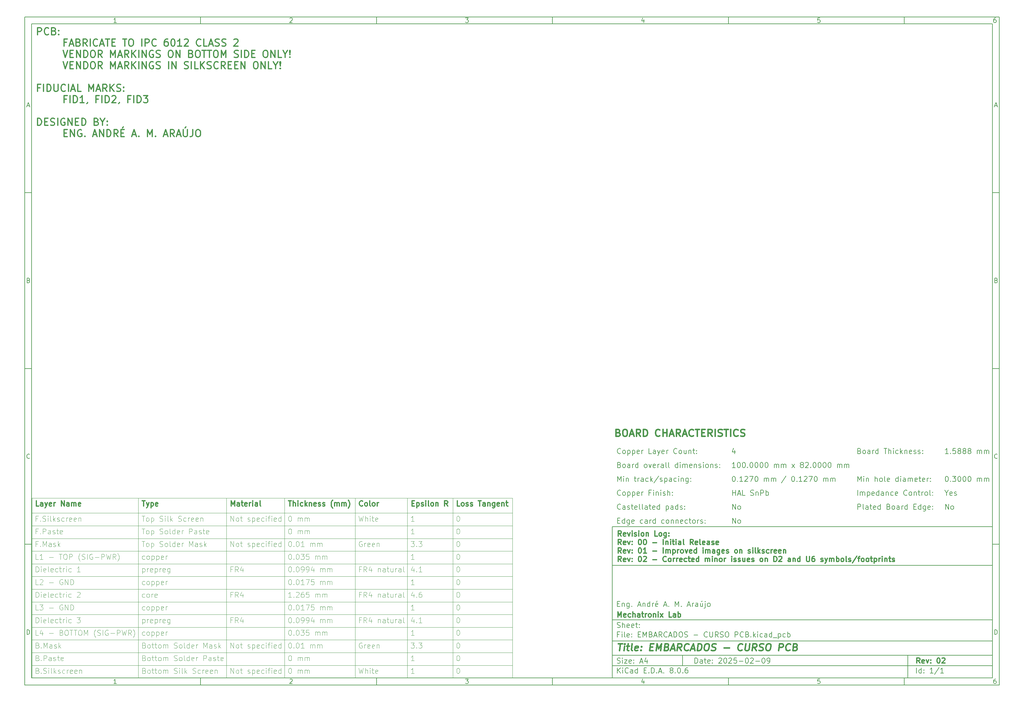
<source format=gbr>
%TF.GenerationSoftware,KiCad,Pcbnew,8.0.6*%
%TF.CreationDate,2025-02-09T14:35:08-03:00*%
%TF.ProjectId,EMBARCADOS - CURSO PCB,454d4241-5243-4414-944f-53202d204355,02*%
%TF.SameCoordinates,Original*%
%TF.FileFunction,Other,Comment*%
%FSLAX46Y46*%
G04 Gerber Fmt 4.6, Leading zero omitted, Abs format (unit mm)*
G04 Created by KiCad (PCBNEW 8.0.6) date 2025-02-09 14:35:08*
%MOMM*%
%LPD*%
G01*
G04 APERTURE LIST*
%ADD10C,0.100000*%
%ADD11C,0.150000*%
%ADD12C,0.300000*%
%ADD13C,0.400000*%
%ADD14C,0.200000*%
G04 APERTURE END LIST*
D10*
D11*
X177002200Y-166007200D02*
X285002200Y-166007200D01*
X285002200Y-198007200D01*
X177002200Y-198007200D01*
X177002200Y-166007200D01*
D10*
D11*
X10000000Y-10000000D02*
X287002200Y-10000000D01*
X287002200Y-200007200D01*
X10000000Y-200007200D01*
X10000000Y-10000000D01*
D10*
D11*
X12000000Y-12000000D02*
X285002200Y-12000000D01*
X285002200Y-198007200D01*
X12000000Y-198007200D01*
X12000000Y-12000000D01*
D10*
D11*
X60000000Y-12000000D02*
X60000000Y-10000000D01*
D10*
D11*
X110000000Y-12000000D02*
X110000000Y-10000000D01*
D10*
D11*
X160000000Y-12000000D02*
X160000000Y-10000000D01*
D10*
D11*
X210000000Y-12000000D02*
X210000000Y-10000000D01*
D10*
D11*
X260000000Y-12000000D02*
X260000000Y-10000000D01*
D10*
D11*
X36089160Y-11593604D02*
X35346303Y-11593604D01*
X35717731Y-11593604D02*
X35717731Y-10293604D01*
X35717731Y-10293604D02*
X35593922Y-10479319D01*
X35593922Y-10479319D02*
X35470112Y-10603128D01*
X35470112Y-10603128D02*
X35346303Y-10665033D01*
D10*
D11*
X85346303Y-10417414D02*
X85408207Y-10355509D01*
X85408207Y-10355509D02*
X85532017Y-10293604D01*
X85532017Y-10293604D02*
X85841541Y-10293604D01*
X85841541Y-10293604D02*
X85965350Y-10355509D01*
X85965350Y-10355509D02*
X86027255Y-10417414D01*
X86027255Y-10417414D02*
X86089160Y-10541223D01*
X86089160Y-10541223D02*
X86089160Y-10665033D01*
X86089160Y-10665033D02*
X86027255Y-10850747D01*
X86027255Y-10850747D02*
X85284398Y-11593604D01*
X85284398Y-11593604D02*
X86089160Y-11593604D01*
D10*
D11*
X135284398Y-10293604D02*
X136089160Y-10293604D01*
X136089160Y-10293604D02*
X135655826Y-10788842D01*
X135655826Y-10788842D02*
X135841541Y-10788842D01*
X135841541Y-10788842D02*
X135965350Y-10850747D01*
X135965350Y-10850747D02*
X136027255Y-10912652D01*
X136027255Y-10912652D02*
X136089160Y-11036461D01*
X136089160Y-11036461D02*
X136089160Y-11345985D01*
X136089160Y-11345985D02*
X136027255Y-11469795D01*
X136027255Y-11469795D02*
X135965350Y-11531700D01*
X135965350Y-11531700D02*
X135841541Y-11593604D01*
X135841541Y-11593604D02*
X135470112Y-11593604D01*
X135470112Y-11593604D02*
X135346303Y-11531700D01*
X135346303Y-11531700D02*
X135284398Y-11469795D01*
D10*
D11*
X185965350Y-10726938D02*
X185965350Y-11593604D01*
X185655826Y-10231700D02*
X185346303Y-11160271D01*
X185346303Y-11160271D02*
X186151064Y-11160271D01*
D10*
D11*
X236027255Y-10293604D02*
X235408207Y-10293604D01*
X235408207Y-10293604D02*
X235346303Y-10912652D01*
X235346303Y-10912652D02*
X235408207Y-10850747D01*
X235408207Y-10850747D02*
X235532017Y-10788842D01*
X235532017Y-10788842D02*
X235841541Y-10788842D01*
X235841541Y-10788842D02*
X235965350Y-10850747D01*
X235965350Y-10850747D02*
X236027255Y-10912652D01*
X236027255Y-10912652D02*
X236089160Y-11036461D01*
X236089160Y-11036461D02*
X236089160Y-11345985D01*
X236089160Y-11345985D02*
X236027255Y-11469795D01*
X236027255Y-11469795D02*
X235965350Y-11531700D01*
X235965350Y-11531700D02*
X235841541Y-11593604D01*
X235841541Y-11593604D02*
X235532017Y-11593604D01*
X235532017Y-11593604D02*
X235408207Y-11531700D01*
X235408207Y-11531700D02*
X235346303Y-11469795D01*
D10*
D11*
X285965350Y-10293604D02*
X285717731Y-10293604D01*
X285717731Y-10293604D02*
X285593922Y-10355509D01*
X285593922Y-10355509D02*
X285532017Y-10417414D01*
X285532017Y-10417414D02*
X285408207Y-10603128D01*
X285408207Y-10603128D02*
X285346303Y-10850747D01*
X285346303Y-10850747D02*
X285346303Y-11345985D01*
X285346303Y-11345985D02*
X285408207Y-11469795D01*
X285408207Y-11469795D02*
X285470112Y-11531700D01*
X285470112Y-11531700D02*
X285593922Y-11593604D01*
X285593922Y-11593604D02*
X285841541Y-11593604D01*
X285841541Y-11593604D02*
X285965350Y-11531700D01*
X285965350Y-11531700D02*
X286027255Y-11469795D01*
X286027255Y-11469795D02*
X286089160Y-11345985D01*
X286089160Y-11345985D02*
X286089160Y-11036461D01*
X286089160Y-11036461D02*
X286027255Y-10912652D01*
X286027255Y-10912652D02*
X285965350Y-10850747D01*
X285965350Y-10850747D02*
X285841541Y-10788842D01*
X285841541Y-10788842D02*
X285593922Y-10788842D01*
X285593922Y-10788842D02*
X285470112Y-10850747D01*
X285470112Y-10850747D02*
X285408207Y-10912652D01*
X285408207Y-10912652D02*
X285346303Y-11036461D01*
D10*
D11*
X60000000Y-198007200D02*
X60000000Y-200007200D01*
D10*
D11*
X110000000Y-198007200D02*
X110000000Y-200007200D01*
D10*
D11*
X160000000Y-198007200D02*
X160000000Y-200007200D01*
D10*
D11*
X210000000Y-198007200D02*
X210000000Y-200007200D01*
D10*
D11*
X260000000Y-198007200D02*
X260000000Y-200007200D01*
D10*
D11*
X36089160Y-199600804D02*
X35346303Y-199600804D01*
X35717731Y-199600804D02*
X35717731Y-198300804D01*
X35717731Y-198300804D02*
X35593922Y-198486519D01*
X35593922Y-198486519D02*
X35470112Y-198610328D01*
X35470112Y-198610328D02*
X35346303Y-198672233D01*
D10*
D11*
X85346303Y-198424614D02*
X85408207Y-198362709D01*
X85408207Y-198362709D02*
X85532017Y-198300804D01*
X85532017Y-198300804D02*
X85841541Y-198300804D01*
X85841541Y-198300804D02*
X85965350Y-198362709D01*
X85965350Y-198362709D02*
X86027255Y-198424614D01*
X86027255Y-198424614D02*
X86089160Y-198548423D01*
X86089160Y-198548423D02*
X86089160Y-198672233D01*
X86089160Y-198672233D02*
X86027255Y-198857947D01*
X86027255Y-198857947D02*
X85284398Y-199600804D01*
X85284398Y-199600804D02*
X86089160Y-199600804D01*
D10*
D11*
X135284398Y-198300804D02*
X136089160Y-198300804D01*
X136089160Y-198300804D02*
X135655826Y-198796042D01*
X135655826Y-198796042D02*
X135841541Y-198796042D01*
X135841541Y-198796042D02*
X135965350Y-198857947D01*
X135965350Y-198857947D02*
X136027255Y-198919852D01*
X136027255Y-198919852D02*
X136089160Y-199043661D01*
X136089160Y-199043661D02*
X136089160Y-199353185D01*
X136089160Y-199353185D02*
X136027255Y-199476995D01*
X136027255Y-199476995D02*
X135965350Y-199538900D01*
X135965350Y-199538900D02*
X135841541Y-199600804D01*
X135841541Y-199600804D02*
X135470112Y-199600804D01*
X135470112Y-199600804D02*
X135346303Y-199538900D01*
X135346303Y-199538900D02*
X135284398Y-199476995D01*
D10*
D11*
X185965350Y-198734138D02*
X185965350Y-199600804D01*
X185655826Y-198238900D02*
X185346303Y-199167471D01*
X185346303Y-199167471D02*
X186151064Y-199167471D01*
D10*
D11*
X236027255Y-198300804D02*
X235408207Y-198300804D01*
X235408207Y-198300804D02*
X235346303Y-198919852D01*
X235346303Y-198919852D02*
X235408207Y-198857947D01*
X235408207Y-198857947D02*
X235532017Y-198796042D01*
X235532017Y-198796042D02*
X235841541Y-198796042D01*
X235841541Y-198796042D02*
X235965350Y-198857947D01*
X235965350Y-198857947D02*
X236027255Y-198919852D01*
X236027255Y-198919852D02*
X236089160Y-199043661D01*
X236089160Y-199043661D02*
X236089160Y-199353185D01*
X236089160Y-199353185D02*
X236027255Y-199476995D01*
X236027255Y-199476995D02*
X235965350Y-199538900D01*
X235965350Y-199538900D02*
X235841541Y-199600804D01*
X235841541Y-199600804D02*
X235532017Y-199600804D01*
X235532017Y-199600804D02*
X235408207Y-199538900D01*
X235408207Y-199538900D02*
X235346303Y-199476995D01*
D10*
D11*
X285965350Y-198300804D02*
X285717731Y-198300804D01*
X285717731Y-198300804D02*
X285593922Y-198362709D01*
X285593922Y-198362709D02*
X285532017Y-198424614D01*
X285532017Y-198424614D02*
X285408207Y-198610328D01*
X285408207Y-198610328D02*
X285346303Y-198857947D01*
X285346303Y-198857947D02*
X285346303Y-199353185D01*
X285346303Y-199353185D02*
X285408207Y-199476995D01*
X285408207Y-199476995D02*
X285470112Y-199538900D01*
X285470112Y-199538900D02*
X285593922Y-199600804D01*
X285593922Y-199600804D02*
X285841541Y-199600804D01*
X285841541Y-199600804D02*
X285965350Y-199538900D01*
X285965350Y-199538900D02*
X286027255Y-199476995D01*
X286027255Y-199476995D02*
X286089160Y-199353185D01*
X286089160Y-199353185D02*
X286089160Y-199043661D01*
X286089160Y-199043661D02*
X286027255Y-198919852D01*
X286027255Y-198919852D02*
X285965350Y-198857947D01*
X285965350Y-198857947D02*
X285841541Y-198796042D01*
X285841541Y-198796042D02*
X285593922Y-198796042D01*
X285593922Y-198796042D02*
X285470112Y-198857947D01*
X285470112Y-198857947D02*
X285408207Y-198919852D01*
X285408207Y-198919852D02*
X285346303Y-199043661D01*
D10*
D11*
X10000000Y-60000000D02*
X12000000Y-60000000D01*
D10*
D11*
X10000000Y-110000000D02*
X12000000Y-110000000D01*
D10*
D11*
X10000000Y-160000000D02*
X12000000Y-160000000D01*
D10*
D11*
X10690476Y-35222176D02*
X11309523Y-35222176D01*
X10566666Y-35593604D02*
X10999999Y-34293604D01*
X10999999Y-34293604D02*
X11433333Y-35593604D01*
D10*
D11*
X11092857Y-84912652D02*
X11278571Y-84974557D01*
X11278571Y-84974557D02*
X11340476Y-85036461D01*
X11340476Y-85036461D02*
X11402380Y-85160271D01*
X11402380Y-85160271D02*
X11402380Y-85345985D01*
X11402380Y-85345985D02*
X11340476Y-85469795D01*
X11340476Y-85469795D02*
X11278571Y-85531700D01*
X11278571Y-85531700D02*
X11154761Y-85593604D01*
X11154761Y-85593604D02*
X10659523Y-85593604D01*
X10659523Y-85593604D02*
X10659523Y-84293604D01*
X10659523Y-84293604D02*
X11092857Y-84293604D01*
X11092857Y-84293604D02*
X11216666Y-84355509D01*
X11216666Y-84355509D02*
X11278571Y-84417414D01*
X11278571Y-84417414D02*
X11340476Y-84541223D01*
X11340476Y-84541223D02*
X11340476Y-84665033D01*
X11340476Y-84665033D02*
X11278571Y-84788842D01*
X11278571Y-84788842D02*
X11216666Y-84850747D01*
X11216666Y-84850747D02*
X11092857Y-84912652D01*
X11092857Y-84912652D02*
X10659523Y-84912652D01*
D10*
D11*
X11402380Y-135469795D02*
X11340476Y-135531700D01*
X11340476Y-135531700D02*
X11154761Y-135593604D01*
X11154761Y-135593604D02*
X11030952Y-135593604D01*
X11030952Y-135593604D02*
X10845238Y-135531700D01*
X10845238Y-135531700D02*
X10721428Y-135407890D01*
X10721428Y-135407890D02*
X10659523Y-135284080D01*
X10659523Y-135284080D02*
X10597619Y-135036461D01*
X10597619Y-135036461D02*
X10597619Y-134850747D01*
X10597619Y-134850747D02*
X10659523Y-134603128D01*
X10659523Y-134603128D02*
X10721428Y-134479319D01*
X10721428Y-134479319D02*
X10845238Y-134355509D01*
X10845238Y-134355509D02*
X11030952Y-134293604D01*
X11030952Y-134293604D02*
X11154761Y-134293604D01*
X11154761Y-134293604D02*
X11340476Y-134355509D01*
X11340476Y-134355509D02*
X11402380Y-134417414D01*
D10*
D11*
X10659523Y-185593604D02*
X10659523Y-184293604D01*
X10659523Y-184293604D02*
X10969047Y-184293604D01*
X10969047Y-184293604D02*
X11154761Y-184355509D01*
X11154761Y-184355509D02*
X11278571Y-184479319D01*
X11278571Y-184479319D02*
X11340476Y-184603128D01*
X11340476Y-184603128D02*
X11402380Y-184850747D01*
X11402380Y-184850747D02*
X11402380Y-185036461D01*
X11402380Y-185036461D02*
X11340476Y-185284080D01*
X11340476Y-185284080D02*
X11278571Y-185407890D01*
X11278571Y-185407890D02*
X11154761Y-185531700D01*
X11154761Y-185531700D02*
X10969047Y-185593604D01*
X10969047Y-185593604D02*
X10659523Y-185593604D01*
D10*
D11*
X287002200Y-60000000D02*
X285002200Y-60000000D01*
D10*
D11*
X287002200Y-110000000D02*
X285002200Y-110000000D01*
D10*
D11*
X287002200Y-160000000D02*
X285002200Y-160000000D01*
D10*
D11*
X285692676Y-35222176D02*
X286311723Y-35222176D01*
X285568866Y-35593604D02*
X286002199Y-34293604D01*
X286002199Y-34293604D02*
X286435533Y-35593604D01*
D10*
D11*
X286095057Y-84912652D02*
X286280771Y-84974557D01*
X286280771Y-84974557D02*
X286342676Y-85036461D01*
X286342676Y-85036461D02*
X286404580Y-85160271D01*
X286404580Y-85160271D02*
X286404580Y-85345985D01*
X286404580Y-85345985D02*
X286342676Y-85469795D01*
X286342676Y-85469795D02*
X286280771Y-85531700D01*
X286280771Y-85531700D02*
X286156961Y-85593604D01*
X286156961Y-85593604D02*
X285661723Y-85593604D01*
X285661723Y-85593604D02*
X285661723Y-84293604D01*
X285661723Y-84293604D02*
X286095057Y-84293604D01*
X286095057Y-84293604D02*
X286218866Y-84355509D01*
X286218866Y-84355509D02*
X286280771Y-84417414D01*
X286280771Y-84417414D02*
X286342676Y-84541223D01*
X286342676Y-84541223D02*
X286342676Y-84665033D01*
X286342676Y-84665033D02*
X286280771Y-84788842D01*
X286280771Y-84788842D02*
X286218866Y-84850747D01*
X286218866Y-84850747D02*
X286095057Y-84912652D01*
X286095057Y-84912652D02*
X285661723Y-84912652D01*
D10*
D11*
X286404580Y-135469795D02*
X286342676Y-135531700D01*
X286342676Y-135531700D02*
X286156961Y-135593604D01*
X286156961Y-135593604D02*
X286033152Y-135593604D01*
X286033152Y-135593604D02*
X285847438Y-135531700D01*
X285847438Y-135531700D02*
X285723628Y-135407890D01*
X285723628Y-135407890D02*
X285661723Y-135284080D01*
X285661723Y-135284080D02*
X285599819Y-135036461D01*
X285599819Y-135036461D02*
X285599819Y-134850747D01*
X285599819Y-134850747D02*
X285661723Y-134603128D01*
X285661723Y-134603128D02*
X285723628Y-134479319D01*
X285723628Y-134479319D02*
X285847438Y-134355509D01*
X285847438Y-134355509D02*
X286033152Y-134293604D01*
X286033152Y-134293604D02*
X286156961Y-134293604D01*
X286156961Y-134293604D02*
X286342676Y-134355509D01*
X286342676Y-134355509D02*
X286404580Y-134417414D01*
D10*
D11*
X285661723Y-185593604D02*
X285661723Y-184293604D01*
X285661723Y-184293604D02*
X285971247Y-184293604D01*
X285971247Y-184293604D02*
X286156961Y-184355509D01*
X286156961Y-184355509D02*
X286280771Y-184479319D01*
X286280771Y-184479319D02*
X286342676Y-184603128D01*
X286342676Y-184603128D02*
X286404580Y-184850747D01*
X286404580Y-184850747D02*
X286404580Y-185036461D01*
X286404580Y-185036461D02*
X286342676Y-185284080D01*
X286342676Y-185284080D02*
X286280771Y-185407890D01*
X286280771Y-185407890D02*
X286156961Y-185531700D01*
X286156961Y-185531700D02*
X285971247Y-185593604D01*
X285971247Y-185593604D02*
X285661723Y-185593604D01*
D10*
D11*
X200458026Y-193793328D02*
X200458026Y-192293328D01*
X200458026Y-192293328D02*
X200815169Y-192293328D01*
X200815169Y-192293328D02*
X201029455Y-192364757D01*
X201029455Y-192364757D02*
X201172312Y-192507614D01*
X201172312Y-192507614D02*
X201243741Y-192650471D01*
X201243741Y-192650471D02*
X201315169Y-192936185D01*
X201315169Y-192936185D02*
X201315169Y-193150471D01*
X201315169Y-193150471D02*
X201243741Y-193436185D01*
X201243741Y-193436185D02*
X201172312Y-193579042D01*
X201172312Y-193579042D02*
X201029455Y-193721900D01*
X201029455Y-193721900D02*
X200815169Y-193793328D01*
X200815169Y-193793328D02*
X200458026Y-193793328D01*
X202600884Y-193793328D02*
X202600884Y-193007614D01*
X202600884Y-193007614D02*
X202529455Y-192864757D01*
X202529455Y-192864757D02*
X202386598Y-192793328D01*
X202386598Y-192793328D02*
X202100884Y-192793328D01*
X202100884Y-192793328D02*
X201958026Y-192864757D01*
X202600884Y-193721900D02*
X202458026Y-193793328D01*
X202458026Y-193793328D02*
X202100884Y-193793328D01*
X202100884Y-193793328D02*
X201958026Y-193721900D01*
X201958026Y-193721900D02*
X201886598Y-193579042D01*
X201886598Y-193579042D02*
X201886598Y-193436185D01*
X201886598Y-193436185D02*
X201958026Y-193293328D01*
X201958026Y-193293328D02*
X202100884Y-193221900D01*
X202100884Y-193221900D02*
X202458026Y-193221900D01*
X202458026Y-193221900D02*
X202600884Y-193150471D01*
X203100884Y-192793328D02*
X203672312Y-192793328D01*
X203315169Y-192293328D02*
X203315169Y-193579042D01*
X203315169Y-193579042D02*
X203386598Y-193721900D01*
X203386598Y-193721900D02*
X203529455Y-193793328D01*
X203529455Y-193793328D02*
X203672312Y-193793328D01*
X204743741Y-193721900D02*
X204600884Y-193793328D01*
X204600884Y-193793328D02*
X204315170Y-193793328D01*
X204315170Y-193793328D02*
X204172312Y-193721900D01*
X204172312Y-193721900D02*
X204100884Y-193579042D01*
X204100884Y-193579042D02*
X204100884Y-193007614D01*
X204100884Y-193007614D02*
X204172312Y-192864757D01*
X204172312Y-192864757D02*
X204315170Y-192793328D01*
X204315170Y-192793328D02*
X204600884Y-192793328D01*
X204600884Y-192793328D02*
X204743741Y-192864757D01*
X204743741Y-192864757D02*
X204815170Y-193007614D01*
X204815170Y-193007614D02*
X204815170Y-193150471D01*
X204815170Y-193150471D02*
X204100884Y-193293328D01*
X205458026Y-193650471D02*
X205529455Y-193721900D01*
X205529455Y-193721900D02*
X205458026Y-193793328D01*
X205458026Y-193793328D02*
X205386598Y-193721900D01*
X205386598Y-193721900D02*
X205458026Y-193650471D01*
X205458026Y-193650471D02*
X205458026Y-193793328D01*
X205458026Y-192864757D02*
X205529455Y-192936185D01*
X205529455Y-192936185D02*
X205458026Y-193007614D01*
X205458026Y-193007614D02*
X205386598Y-192936185D01*
X205386598Y-192936185D02*
X205458026Y-192864757D01*
X205458026Y-192864757D02*
X205458026Y-193007614D01*
X207243741Y-192436185D02*
X207315169Y-192364757D01*
X207315169Y-192364757D02*
X207458027Y-192293328D01*
X207458027Y-192293328D02*
X207815169Y-192293328D01*
X207815169Y-192293328D02*
X207958027Y-192364757D01*
X207958027Y-192364757D02*
X208029455Y-192436185D01*
X208029455Y-192436185D02*
X208100884Y-192579042D01*
X208100884Y-192579042D02*
X208100884Y-192721900D01*
X208100884Y-192721900D02*
X208029455Y-192936185D01*
X208029455Y-192936185D02*
X207172312Y-193793328D01*
X207172312Y-193793328D02*
X208100884Y-193793328D01*
X209029455Y-192293328D02*
X209172312Y-192293328D01*
X209172312Y-192293328D02*
X209315169Y-192364757D01*
X209315169Y-192364757D02*
X209386598Y-192436185D01*
X209386598Y-192436185D02*
X209458026Y-192579042D01*
X209458026Y-192579042D02*
X209529455Y-192864757D01*
X209529455Y-192864757D02*
X209529455Y-193221900D01*
X209529455Y-193221900D02*
X209458026Y-193507614D01*
X209458026Y-193507614D02*
X209386598Y-193650471D01*
X209386598Y-193650471D02*
X209315169Y-193721900D01*
X209315169Y-193721900D02*
X209172312Y-193793328D01*
X209172312Y-193793328D02*
X209029455Y-193793328D01*
X209029455Y-193793328D02*
X208886598Y-193721900D01*
X208886598Y-193721900D02*
X208815169Y-193650471D01*
X208815169Y-193650471D02*
X208743740Y-193507614D01*
X208743740Y-193507614D02*
X208672312Y-193221900D01*
X208672312Y-193221900D02*
X208672312Y-192864757D01*
X208672312Y-192864757D02*
X208743740Y-192579042D01*
X208743740Y-192579042D02*
X208815169Y-192436185D01*
X208815169Y-192436185D02*
X208886598Y-192364757D01*
X208886598Y-192364757D02*
X209029455Y-192293328D01*
X210100883Y-192436185D02*
X210172311Y-192364757D01*
X210172311Y-192364757D02*
X210315169Y-192293328D01*
X210315169Y-192293328D02*
X210672311Y-192293328D01*
X210672311Y-192293328D02*
X210815169Y-192364757D01*
X210815169Y-192364757D02*
X210886597Y-192436185D01*
X210886597Y-192436185D02*
X210958026Y-192579042D01*
X210958026Y-192579042D02*
X210958026Y-192721900D01*
X210958026Y-192721900D02*
X210886597Y-192936185D01*
X210886597Y-192936185D02*
X210029454Y-193793328D01*
X210029454Y-193793328D02*
X210958026Y-193793328D01*
X212315168Y-192293328D02*
X211600882Y-192293328D01*
X211600882Y-192293328D02*
X211529454Y-193007614D01*
X211529454Y-193007614D02*
X211600882Y-192936185D01*
X211600882Y-192936185D02*
X211743740Y-192864757D01*
X211743740Y-192864757D02*
X212100882Y-192864757D01*
X212100882Y-192864757D02*
X212243740Y-192936185D01*
X212243740Y-192936185D02*
X212315168Y-193007614D01*
X212315168Y-193007614D02*
X212386597Y-193150471D01*
X212386597Y-193150471D02*
X212386597Y-193507614D01*
X212386597Y-193507614D02*
X212315168Y-193650471D01*
X212315168Y-193650471D02*
X212243740Y-193721900D01*
X212243740Y-193721900D02*
X212100882Y-193793328D01*
X212100882Y-193793328D02*
X211743740Y-193793328D01*
X211743740Y-193793328D02*
X211600882Y-193721900D01*
X211600882Y-193721900D02*
X211529454Y-193650471D01*
X213029453Y-193221900D02*
X214172311Y-193221900D01*
X215172311Y-192293328D02*
X215315168Y-192293328D01*
X215315168Y-192293328D02*
X215458025Y-192364757D01*
X215458025Y-192364757D02*
X215529454Y-192436185D01*
X215529454Y-192436185D02*
X215600882Y-192579042D01*
X215600882Y-192579042D02*
X215672311Y-192864757D01*
X215672311Y-192864757D02*
X215672311Y-193221900D01*
X215672311Y-193221900D02*
X215600882Y-193507614D01*
X215600882Y-193507614D02*
X215529454Y-193650471D01*
X215529454Y-193650471D02*
X215458025Y-193721900D01*
X215458025Y-193721900D02*
X215315168Y-193793328D01*
X215315168Y-193793328D02*
X215172311Y-193793328D01*
X215172311Y-193793328D02*
X215029454Y-193721900D01*
X215029454Y-193721900D02*
X214958025Y-193650471D01*
X214958025Y-193650471D02*
X214886596Y-193507614D01*
X214886596Y-193507614D02*
X214815168Y-193221900D01*
X214815168Y-193221900D02*
X214815168Y-192864757D01*
X214815168Y-192864757D02*
X214886596Y-192579042D01*
X214886596Y-192579042D02*
X214958025Y-192436185D01*
X214958025Y-192436185D02*
X215029454Y-192364757D01*
X215029454Y-192364757D02*
X215172311Y-192293328D01*
X216243739Y-192436185D02*
X216315167Y-192364757D01*
X216315167Y-192364757D02*
X216458025Y-192293328D01*
X216458025Y-192293328D02*
X216815167Y-192293328D01*
X216815167Y-192293328D02*
X216958025Y-192364757D01*
X216958025Y-192364757D02*
X217029453Y-192436185D01*
X217029453Y-192436185D02*
X217100882Y-192579042D01*
X217100882Y-192579042D02*
X217100882Y-192721900D01*
X217100882Y-192721900D02*
X217029453Y-192936185D01*
X217029453Y-192936185D02*
X216172310Y-193793328D01*
X216172310Y-193793328D02*
X217100882Y-193793328D01*
X217743738Y-193221900D02*
X218886596Y-193221900D01*
X219886596Y-192293328D02*
X220029453Y-192293328D01*
X220029453Y-192293328D02*
X220172310Y-192364757D01*
X220172310Y-192364757D02*
X220243739Y-192436185D01*
X220243739Y-192436185D02*
X220315167Y-192579042D01*
X220315167Y-192579042D02*
X220386596Y-192864757D01*
X220386596Y-192864757D02*
X220386596Y-193221900D01*
X220386596Y-193221900D02*
X220315167Y-193507614D01*
X220315167Y-193507614D02*
X220243739Y-193650471D01*
X220243739Y-193650471D02*
X220172310Y-193721900D01*
X220172310Y-193721900D02*
X220029453Y-193793328D01*
X220029453Y-193793328D02*
X219886596Y-193793328D01*
X219886596Y-193793328D02*
X219743739Y-193721900D01*
X219743739Y-193721900D02*
X219672310Y-193650471D01*
X219672310Y-193650471D02*
X219600881Y-193507614D01*
X219600881Y-193507614D02*
X219529453Y-193221900D01*
X219529453Y-193221900D02*
X219529453Y-192864757D01*
X219529453Y-192864757D02*
X219600881Y-192579042D01*
X219600881Y-192579042D02*
X219672310Y-192436185D01*
X219672310Y-192436185D02*
X219743739Y-192364757D01*
X219743739Y-192364757D02*
X219886596Y-192293328D01*
X221100881Y-193793328D02*
X221386595Y-193793328D01*
X221386595Y-193793328D02*
X221529452Y-193721900D01*
X221529452Y-193721900D02*
X221600881Y-193650471D01*
X221600881Y-193650471D02*
X221743738Y-193436185D01*
X221743738Y-193436185D02*
X221815167Y-193150471D01*
X221815167Y-193150471D02*
X221815167Y-192579042D01*
X221815167Y-192579042D02*
X221743738Y-192436185D01*
X221743738Y-192436185D02*
X221672310Y-192364757D01*
X221672310Y-192364757D02*
X221529452Y-192293328D01*
X221529452Y-192293328D02*
X221243738Y-192293328D01*
X221243738Y-192293328D02*
X221100881Y-192364757D01*
X221100881Y-192364757D02*
X221029452Y-192436185D01*
X221029452Y-192436185D02*
X220958024Y-192579042D01*
X220958024Y-192579042D02*
X220958024Y-192936185D01*
X220958024Y-192936185D02*
X221029452Y-193079042D01*
X221029452Y-193079042D02*
X221100881Y-193150471D01*
X221100881Y-193150471D02*
X221243738Y-193221900D01*
X221243738Y-193221900D02*
X221529452Y-193221900D01*
X221529452Y-193221900D02*
X221672310Y-193150471D01*
X221672310Y-193150471D02*
X221743738Y-193079042D01*
X221743738Y-193079042D02*
X221815167Y-192936185D01*
D10*
D11*
X177002200Y-194507200D02*
X285002200Y-194507200D01*
D10*
D11*
X178458026Y-196593328D02*
X178458026Y-195093328D01*
X179315169Y-196593328D02*
X178672312Y-195736185D01*
X179315169Y-195093328D02*
X178458026Y-195950471D01*
X179958026Y-196593328D02*
X179958026Y-195593328D01*
X179958026Y-195093328D02*
X179886598Y-195164757D01*
X179886598Y-195164757D02*
X179958026Y-195236185D01*
X179958026Y-195236185D02*
X180029455Y-195164757D01*
X180029455Y-195164757D02*
X179958026Y-195093328D01*
X179958026Y-195093328D02*
X179958026Y-195236185D01*
X181529455Y-196450471D02*
X181458027Y-196521900D01*
X181458027Y-196521900D02*
X181243741Y-196593328D01*
X181243741Y-196593328D02*
X181100884Y-196593328D01*
X181100884Y-196593328D02*
X180886598Y-196521900D01*
X180886598Y-196521900D02*
X180743741Y-196379042D01*
X180743741Y-196379042D02*
X180672312Y-196236185D01*
X180672312Y-196236185D02*
X180600884Y-195950471D01*
X180600884Y-195950471D02*
X180600884Y-195736185D01*
X180600884Y-195736185D02*
X180672312Y-195450471D01*
X180672312Y-195450471D02*
X180743741Y-195307614D01*
X180743741Y-195307614D02*
X180886598Y-195164757D01*
X180886598Y-195164757D02*
X181100884Y-195093328D01*
X181100884Y-195093328D02*
X181243741Y-195093328D01*
X181243741Y-195093328D02*
X181458027Y-195164757D01*
X181458027Y-195164757D02*
X181529455Y-195236185D01*
X182815170Y-196593328D02*
X182815170Y-195807614D01*
X182815170Y-195807614D02*
X182743741Y-195664757D01*
X182743741Y-195664757D02*
X182600884Y-195593328D01*
X182600884Y-195593328D02*
X182315170Y-195593328D01*
X182315170Y-195593328D02*
X182172312Y-195664757D01*
X182815170Y-196521900D02*
X182672312Y-196593328D01*
X182672312Y-196593328D02*
X182315170Y-196593328D01*
X182315170Y-196593328D02*
X182172312Y-196521900D01*
X182172312Y-196521900D02*
X182100884Y-196379042D01*
X182100884Y-196379042D02*
X182100884Y-196236185D01*
X182100884Y-196236185D02*
X182172312Y-196093328D01*
X182172312Y-196093328D02*
X182315170Y-196021900D01*
X182315170Y-196021900D02*
X182672312Y-196021900D01*
X182672312Y-196021900D02*
X182815170Y-195950471D01*
X184172313Y-196593328D02*
X184172313Y-195093328D01*
X184172313Y-196521900D02*
X184029455Y-196593328D01*
X184029455Y-196593328D02*
X183743741Y-196593328D01*
X183743741Y-196593328D02*
X183600884Y-196521900D01*
X183600884Y-196521900D02*
X183529455Y-196450471D01*
X183529455Y-196450471D02*
X183458027Y-196307614D01*
X183458027Y-196307614D02*
X183458027Y-195879042D01*
X183458027Y-195879042D02*
X183529455Y-195736185D01*
X183529455Y-195736185D02*
X183600884Y-195664757D01*
X183600884Y-195664757D02*
X183743741Y-195593328D01*
X183743741Y-195593328D02*
X184029455Y-195593328D01*
X184029455Y-195593328D02*
X184172313Y-195664757D01*
X186029455Y-195807614D02*
X186529455Y-195807614D01*
X186743741Y-196593328D02*
X186029455Y-196593328D01*
X186029455Y-196593328D02*
X186029455Y-195093328D01*
X186029455Y-195093328D02*
X186743741Y-195093328D01*
X187386598Y-196450471D02*
X187458027Y-196521900D01*
X187458027Y-196521900D02*
X187386598Y-196593328D01*
X187386598Y-196593328D02*
X187315170Y-196521900D01*
X187315170Y-196521900D02*
X187386598Y-196450471D01*
X187386598Y-196450471D02*
X187386598Y-196593328D01*
X188100884Y-196593328D02*
X188100884Y-195093328D01*
X188100884Y-195093328D02*
X188458027Y-195093328D01*
X188458027Y-195093328D02*
X188672313Y-195164757D01*
X188672313Y-195164757D02*
X188815170Y-195307614D01*
X188815170Y-195307614D02*
X188886599Y-195450471D01*
X188886599Y-195450471D02*
X188958027Y-195736185D01*
X188958027Y-195736185D02*
X188958027Y-195950471D01*
X188958027Y-195950471D02*
X188886599Y-196236185D01*
X188886599Y-196236185D02*
X188815170Y-196379042D01*
X188815170Y-196379042D02*
X188672313Y-196521900D01*
X188672313Y-196521900D02*
X188458027Y-196593328D01*
X188458027Y-196593328D02*
X188100884Y-196593328D01*
X189600884Y-196450471D02*
X189672313Y-196521900D01*
X189672313Y-196521900D02*
X189600884Y-196593328D01*
X189600884Y-196593328D02*
X189529456Y-196521900D01*
X189529456Y-196521900D02*
X189600884Y-196450471D01*
X189600884Y-196450471D02*
X189600884Y-196593328D01*
X190243742Y-196164757D02*
X190958028Y-196164757D01*
X190100885Y-196593328D02*
X190600885Y-195093328D01*
X190600885Y-195093328D02*
X191100885Y-196593328D01*
X191600884Y-196450471D02*
X191672313Y-196521900D01*
X191672313Y-196521900D02*
X191600884Y-196593328D01*
X191600884Y-196593328D02*
X191529456Y-196521900D01*
X191529456Y-196521900D02*
X191600884Y-196450471D01*
X191600884Y-196450471D02*
X191600884Y-196593328D01*
X193672313Y-195736185D02*
X193529456Y-195664757D01*
X193529456Y-195664757D02*
X193458027Y-195593328D01*
X193458027Y-195593328D02*
X193386599Y-195450471D01*
X193386599Y-195450471D02*
X193386599Y-195379042D01*
X193386599Y-195379042D02*
X193458027Y-195236185D01*
X193458027Y-195236185D02*
X193529456Y-195164757D01*
X193529456Y-195164757D02*
X193672313Y-195093328D01*
X193672313Y-195093328D02*
X193958027Y-195093328D01*
X193958027Y-195093328D02*
X194100885Y-195164757D01*
X194100885Y-195164757D02*
X194172313Y-195236185D01*
X194172313Y-195236185D02*
X194243742Y-195379042D01*
X194243742Y-195379042D02*
X194243742Y-195450471D01*
X194243742Y-195450471D02*
X194172313Y-195593328D01*
X194172313Y-195593328D02*
X194100885Y-195664757D01*
X194100885Y-195664757D02*
X193958027Y-195736185D01*
X193958027Y-195736185D02*
X193672313Y-195736185D01*
X193672313Y-195736185D02*
X193529456Y-195807614D01*
X193529456Y-195807614D02*
X193458027Y-195879042D01*
X193458027Y-195879042D02*
X193386599Y-196021900D01*
X193386599Y-196021900D02*
X193386599Y-196307614D01*
X193386599Y-196307614D02*
X193458027Y-196450471D01*
X193458027Y-196450471D02*
X193529456Y-196521900D01*
X193529456Y-196521900D02*
X193672313Y-196593328D01*
X193672313Y-196593328D02*
X193958027Y-196593328D01*
X193958027Y-196593328D02*
X194100885Y-196521900D01*
X194100885Y-196521900D02*
X194172313Y-196450471D01*
X194172313Y-196450471D02*
X194243742Y-196307614D01*
X194243742Y-196307614D02*
X194243742Y-196021900D01*
X194243742Y-196021900D02*
X194172313Y-195879042D01*
X194172313Y-195879042D02*
X194100885Y-195807614D01*
X194100885Y-195807614D02*
X193958027Y-195736185D01*
X194886598Y-196450471D02*
X194958027Y-196521900D01*
X194958027Y-196521900D02*
X194886598Y-196593328D01*
X194886598Y-196593328D02*
X194815170Y-196521900D01*
X194815170Y-196521900D02*
X194886598Y-196450471D01*
X194886598Y-196450471D02*
X194886598Y-196593328D01*
X195886599Y-195093328D02*
X196029456Y-195093328D01*
X196029456Y-195093328D02*
X196172313Y-195164757D01*
X196172313Y-195164757D02*
X196243742Y-195236185D01*
X196243742Y-195236185D02*
X196315170Y-195379042D01*
X196315170Y-195379042D02*
X196386599Y-195664757D01*
X196386599Y-195664757D02*
X196386599Y-196021900D01*
X196386599Y-196021900D02*
X196315170Y-196307614D01*
X196315170Y-196307614D02*
X196243742Y-196450471D01*
X196243742Y-196450471D02*
X196172313Y-196521900D01*
X196172313Y-196521900D02*
X196029456Y-196593328D01*
X196029456Y-196593328D02*
X195886599Y-196593328D01*
X195886599Y-196593328D02*
X195743742Y-196521900D01*
X195743742Y-196521900D02*
X195672313Y-196450471D01*
X195672313Y-196450471D02*
X195600884Y-196307614D01*
X195600884Y-196307614D02*
X195529456Y-196021900D01*
X195529456Y-196021900D02*
X195529456Y-195664757D01*
X195529456Y-195664757D02*
X195600884Y-195379042D01*
X195600884Y-195379042D02*
X195672313Y-195236185D01*
X195672313Y-195236185D02*
X195743742Y-195164757D01*
X195743742Y-195164757D02*
X195886599Y-195093328D01*
X197029455Y-196450471D02*
X197100884Y-196521900D01*
X197100884Y-196521900D02*
X197029455Y-196593328D01*
X197029455Y-196593328D02*
X196958027Y-196521900D01*
X196958027Y-196521900D02*
X197029455Y-196450471D01*
X197029455Y-196450471D02*
X197029455Y-196593328D01*
X198386599Y-195093328D02*
X198100884Y-195093328D01*
X198100884Y-195093328D02*
X197958027Y-195164757D01*
X197958027Y-195164757D02*
X197886599Y-195236185D01*
X197886599Y-195236185D02*
X197743741Y-195450471D01*
X197743741Y-195450471D02*
X197672313Y-195736185D01*
X197672313Y-195736185D02*
X197672313Y-196307614D01*
X197672313Y-196307614D02*
X197743741Y-196450471D01*
X197743741Y-196450471D02*
X197815170Y-196521900D01*
X197815170Y-196521900D02*
X197958027Y-196593328D01*
X197958027Y-196593328D02*
X198243741Y-196593328D01*
X198243741Y-196593328D02*
X198386599Y-196521900D01*
X198386599Y-196521900D02*
X198458027Y-196450471D01*
X198458027Y-196450471D02*
X198529456Y-196307614D01*
X198529456Y-196307614D02*
X198529456Y-195950471D01*
X198529456Y-195950471D02*
X198458027Y-195807614D01*
X198458027Y-195807614D02*
X198386599Y-195736185D01*
X198386599Y-195736185D02*
X198243741Y-195664757D01*
X198243741Y-195664757D02*
X197958027Y-195664757D01*
X197958027Y-195664757D02*
X197815170Y-195736185D01*
X197815170Y-195736185D02*
X197743741Y-195807614D01*
X197743741Y-195807614D02*
X197672313Y-195950471D01*
D10*
D11*
X177002200Y-191507200D02*
X285002200Y-191507200D01*
D10*
D12*
X264413853Y-193785528D02*
X263913853Y-193071242D01*
X263556710Y-193785528D02*
X263556710Y-192285528D01*
X263556710Y-192285528D02*
X264128139Y-192285528D01*
X264128139Y-192285528D02*
X264270996Y-192356957D01*
X264270996Y-192356957D02*
X264342425Y-192428385D01*
X264342425Y-192428385D02*
X264413853Y-192571242D01*
X264413853Y-192571242D02*
X264413853Y-192785528D01*
X264413853Y-192785528D02*
X264342425Y-192928385D01*
X264342425Y-192928385D02*
X264270996Y-192999814D01*
X264270996Y-192999814D02*
X264128139Y-193071242D01*
X264128139Y-193071242D02*
X263556710Y-193071242D01*
X265628139Y-193714100D02*
X265485282Y-193785528D01*
X265485282Y-193785528D02*
X265199568Y-193785528D01*
X265199568Y-193785528D02*
X265056710Y-193714100D01*
X265056710Y-193714100D02*
X264985282Y-193571242D01*
X264985282Y-193571242D02*
X264985282Y-192999814D01*
X264985282Y-192999814D02*
X265056710Y-192856957D01*
X265056710Y-192856957D02*
X265199568Y-192785528D01*
X265199568Y-192785528D02*
X265485282Y-192785528D01*
X265485282Y-192785528D02*
X265628139Y-192856957D01*
X265628139Y-192856957D02*
X265699568Y-192999814D01*
X265699568Y-192999814D02*
X265699568Y-193142671D01*
X265699568Y-193142671D02*
X264985282Y-193285528D01*
X266199567Y-192785528D02*
X266556710Y-193785528D01*
X266556710Y-193785528D02*
X266913853Y-192785528D01*
X267485281Y-193642671D02*
X267556710Y-193714100D01*
X267556710Y-193714100D02*
X267485281Y-193785528D01*
X267485281Y-193785528D02*
X267413853Y-193714100D01*
X267413853Y-193714100D02*
X267485281Y-193642671D01*
X267485281Y-193642671D02*
X267485281Y-193785528D01*
X267485281Y-192856957D02*
X267556710Y-192928385D01*
X267556710Y-192928385D02*
X267485281Y-192999814D01*
X267485281Y-192999814D02*
X267413853Y-192928385D01*
X267413853Y-192928385D02*
X267485281Y-192856957D01*
X267485281Y-192856957D02*
X267485281Y-192999814D01*
X269628139Y-192285528D02*
X269770996Y-192285528D01*
X269770996Y-192285528D02*
X269913853Y-192356957D01*
X269913853Y-192356957D02*
X269985282Y-192428385D01*
X269985282Y-192428385D02*
X270056710Y-192571242D01*
X270056710Y-192571242D02*
X270128139Y-192856957D01*
X270128139Y-192856957D02*
X270128139Y-193214100D01*
X270128139Y-193214100D02*
X270056710Y-193499814D01*
X270056710Y-193499814D02*
X269985282Y-193642671D01*
X269985282Y-193642671D02*
X269913853Y-193714100D01*
X269913853Y-193714100D02*
X269770996Y-193785528D01*
X269770996Y-193785528D02*
X269628139Y-193785528D01*
X269628139Y-193785528D02*
X269485282Y-193714100D01*
X269485282Y-193714100D02*
X269413853Y-193642671D01*
X269413853Y-193642671D02*
X269342424Y-193499814D01*
X269342424Y-193499814D02*
X269270996Y-193214100D01*
X269270996Y-193214100D02*
X269270996Y-192856957D01*
X269270996Y-192856957D02*
X269342424Y-192571242D01*
X269342424Y-192571242D02*
X269413853Y-192428385D01*
X269413853Y-192428385D02*
X269485282Y-192356957D01*
X269485282Y-192356957D02*
X269628139Y-192285528D01*
X270699567Y-192428385D02*
X270770995Y-192356957D01*
X270770995Y-192356957D02*
X270913853Y-192285528D01*
X270913853Y-192285528D02*
X271270995Y-192285528D01*
X271270995Y-192285528D02*
X271413853Y-192356957D01*
X271413853Y-192356957D02*
X271485281Y-192428385D01*
X271485281Y-192428385D02*
X271556710Y-192571242D01*
X271556710Y-192571242D02*
X271556710Y-192714100D01*
X271556710Y-192714100D02*
X271485281Y-192928385D01*
X271485281Y-192928385D02*
X270628138Y-193785528D01*
X270628138Y-193785528D02*
X271556710Y-193785528D01*
D10*
D11*
X178386598Y-193721900D02*
X178600884Y-193793328D01*
X178600884Y-193793328D02*
X178958026Y-193793328D01*
X178958026Y-193793328D02*
X179100884Y-193721900D01*
X179100884Y-193721900D02*
X179172312Y-193650471D01*
X179172312Y-193650471D02*
X179243741Y-193507614D01*
X179243741Y-193507614D02*
X179243741Y-193364757D01*
X179243741Y-193364757D02*
X179172312Y-193221900D01*
X179172312Y-193221900D02*
X179100884Y-193150471D01*
X179100884Y-193150471D02*
X178958026Y-193079042D01*
X178958026Y-193079042D02*
X178672312Y-193007614D01*
X178672312Y-193007614D02*
X178529455Y-192936185D01*
X178529455Y-192936185D02*
X178458026Y-192864757D01*
X178458026Y-192864757D02*
X178386598Y-192721900D01*
X178386598Y-192721900D02*
X178386598Y-192579042D01*
X178386598Y-192579042D02*
X178458026Y-192436185D01*
X178458026Y-192436185D02*
X178529455Y-192364757D01*
X178529455Y-192364757D02*
X178672312Y-192293328D01*
X178672312Y-192293328D02*
X179029455Y-192293328D01*
X179029455Y-192293328D02*
X179243741Y-192364757D01*
X179886597Y-193793328D02*
X179886597Y-192793328D01*
X179886597Y-192293328D02*
X179815169Y-192364757D01*
X179815169Y-192364757D02*
X179886597Y-192436185D01*
X179886597Y-192436185D02*
X179958026Y-192364757D01*
X179958026Y-192364757D02*
X179886597Y-192293328D01*
X179886597Y-192293328D02*
X179886597Y-192436185D01*
X180458026Y-192793328D02*
X181243741Y-192793328D01*
X181243741Y-192793328D02*
X180458026Y-193793328D01*
X180458026Y-193793328D02*
X181243741Y-193793328D01*
X182386598Y-193721900D02*
X182243741Y-193793328D01*
X182243741Y-193793328D02*
X181958027Y-193793328D01*
X181958027Y-193793328D02*
X181815169Y-193721900D01*
X181815169Y-193721900D02*
X181743741Y-193579042D01*
X181743741Y-193579042D02*
X181743741Y-193007614D01*
X181743741Y-193007614D02*
X181815169Y-192864757D01*
X181815169Y-192864757D02*
X181958027Y-192793328D01*
X181958027Y-192793328D02*
X182243741Y-192793328D01*
X182243741Y-192793328D02*
X182386598Y-192864757D01*
X182386598Y-192864757D02*
X182458027Y-193007614D01*
X182458027Y-193007614D02*
X182458027Y-193150471D01*
X182458027Y-193150471D02*
X181743741Y-193293328D01*
X183100883Y-193650471D02*
X183172312Y-193721900D01*
X183172312Y-193721900D02*
X183100883Y-193793328D01*
X183100883Y-193793328D02*
X183029455Y-193721900D01*
X183029455Y-193721900D02*
X183100883Y-193650471D01*
X183100883Y-193650471D02*
X183100883Y-193793328D01*
X183100883Y-192864757D02*
X183172312Y-192936185D01*
X183172312Y-192936185D02*
X183100883Y-193007614D01*
X183100883Y-193007614D02*
X183029455Y-192936185D01*
X183029455Y-192936185D02*
X183100883Y-192864757D01*
X183100883Y-192864757D02*
X183100883Y-193007614D01*
X184886598Y-193364757D02*
X185600884Y-193364757D01*
X184743741Y-193793328D02*
X185243741Y-192293328D01*
X185243741Y-192293328D02*
X185743741Y-193793328D01*
X186886598Y-192793328D02*
X186886598Y-193793328D01*
X186529455Y-192221900D02*
X186172312Y-193293328D01*
X186172312Y-193293328D02*
X187100883Y-193293328D01*
D10*
D11*
X263458026Y-196593328D02*
X263458026Y-195093328D01*
X264815170Y-196593328D02*
X264815170Y-195093328D01*
X264815170Y-196521900D02*
X264672312Y-196593328D01*
X264672312Y-196593328D02*
X264386598Y-196593328D01*
X264386598Y-196593328D02*
X264243741Y-196521900D01*
X264243741Y-196521900D02*
X264172312Y-196450471D01*
X264172312Y-196450471D02*
X264100884Y-196307614D01*
X264100884Y-196307614D02*
X264100884Y-195879042D01*
X264100884Y-195879042D02*
X264172312Y-195736185D01*
X264172312Y-195736185D02*
X264243741Y-195664757D01*
X264243741Y-195664757D02*
X264386598Y-195593328D01*
X264386598Y-195593328D02*
X264672312Y-195593328D01*
X264672312Y-195593328D02*
X264815170Y-195664757D01*
X265529455Y-196450471D02*
X265600884Y-196521900D01*
X265600884Y-196521900D02*
X265529455Y-196593328D01*
X265529455Y-196593328D02*
X265458027Y-196521900D01*
X265458027Y-196521900D02*
X265529455Y-196450471D01*
X265529455Y-196450471D02*
X265529455Y-196593328D01*
X265529455Y-195664757D02*
X265600884Y-195736185D01*
X265600884Y-195736185D02*
X265529455Y-195807614D01*
X265529455Y-195807614D02*
X265458027Y-195736185D01*
X265458027Y-195736185D02*
X265529455Y-195664757D01*
X265529455Y-195664757D02*
X265529455Y-195807614D01*
X268172313Y-196593328D02*
X267315170Y-196593328D01*
X267743741Y-196593328D02*
X267743741Y-195093328D01*
X267743741Y-195093328D02*
X267600884Y-195307614D01*
X267600884Y-195307614D02*
X267458027Y-195450471D01*
X267458027Y-195450471D02*
X267315170Y-195521900D01*
X269886598Y-195021900D02*
X268600884Y-196950471D01*
X271172313Y-196593328D02*
X270315170Y-196593328D01*
X270743741Y-196593328D02*
X270743741Y-195093328D01*
X270743741Y-195093328D02*
X270600884Y-195307614D01*
X270600884Y-195307614D02*
X270458027Y-195450471D01*
X270458027Y-195450471D02*
X270315170Y-195521900D01*
D10*
D11*
X177002200Y-187507200D02*
X285002200Y-187507200D01*
D10*
D13*
X178693928Y-188211638D02*
X179836785Y-188211638D01*
X179015357Y-190211638D02*
X179265357Y-188211638D01*
X180253452Y-190211638D02*
X180420119Y-188878304D01*
X180503452Y-188211638D02*
X180396309Y-188306876D01*
X180396309Y-188306876D02*
X180479643Y-188402114D01*
X180479643Y-188402114D02*
X180586786Y-188306876D01*
X180586786Y-188306876D02*
X180503452Y-188211638D01*
X180503452Y-188211638D02*
X180479643Y-188402114D01*
X181086786Y-188878304D02*
X181848690Y-188878304D01*
X181455833Y-188211638D02*
X181241548Y-189925923D01*
X181241548Y-189925923D02*
X181312976Y-190116400D01*
X181312976Y-190116400D02*
X181491548Y-190211638D01*
X181491548Y-190211638D02*
X181682024Y-190211638D01*
X182634405Y-190211638D02*
X182455833Y-190116400D01*
X182455833Y-190116400D02*
X182384405Y-189925923D01*
X182384405Y-189925923D02*
X182598690Y-188211638D01*
X184170119Y-190116400D02*
X183967738Y-190211638D01*
X183967738Y-190211638D02*
X183586785Y-190211638D01*
X183586785Y-190211638D02*
X183408214Y-190116400D01*
X183408214Y-190116400D02*
X183336785Y-189925923D01*
X183336785Y-189925923D02*
X183432024Y-189164019D01*
X183432024Y-189164019D02*
X183551071Y-188973542D01*
X183551071Y-188973542D02*
X183753452Y-188878304D01*
X183753452Y-188878304D02*
X184134404Y-188878304D01*
X184134404Y-188878304D02*
X184312976Y-188973542D01*
X184312976Y-188973542D02*
X184384404Y-189164019D01*
X184384404Y-189164019D02*
X184360595Y-189354495D01*
X184360595Y-189354495D02*
X183384404Y-189544971D01*
X185134405Y-190021161D02*
X185217738Y-190116400D01*
X185217738Y-190116400D02*
X185110595Y-190211638D01*
X185110595Y-190211638D02*
X185027262Y-190116400D01*
X185027262Y-190116400D02*
X185134405Y-190021161D01*
X185134405Y-190021161D02*
X185110595Y-190211638D01*
X185265357Y-188973542D02*
X185348690Y-189068780D01*
X185348690Y-189068780D02*
X185241548Y-189164019D01*
X185241548Y-189164019D02*
X185158214Y-189068780D01*
X185158214Y-189068780D02*
X185265357Y-188973542D01*
X185265357Y-188973542D02*
X185241548Y-189164019D01*
X187717739Y-189164019D02*
X188384405Y-189164019D01*
X188539167Y-190211638D02*
X187586786Y-190211638D01*
X187586786Y-190211638D02*
X187836786Y-188211638D01*
X187836786Y-188211638D02*
X188789167Y-188211638D01*
X189396310Y-190211638D02*
X189646310Y-188211638D01*
X189646310Y-188211638D02*
X190134405Y-189640209D01*
X190134405Y-189640209D02*
X190979644Y-188211638D01*
X190979644Y-188211638D02*
X190729644Y-190211638D01*
X192479643Y-189164019D02*
X192753453Y-189259257D01*
X192753453Y-189259257D02*
X192836786Y-189354495D01*
X192836786Y-189354495D02*
X192908215Y-189544971D01*
X192908215Y-189544971D02*
X192872500Y-189830685D01*
X192872500Y-189830685D02*
X192753453Y-190021161D01*
X192753453Y-190021161D02*
X192646310Y-190116400D01*
X192646310Y-190116400D02*
X192443929Y-190211638D01*
X192443929Y-190211638D02*
X191682024Y-190211638D01*
X191682024Y-190211638D02*
X191932024Y-188211638D01*
X191932024Y-188211638D02*
X192598691Y-188211638D01*
X192598691Y-188211638D02*
X192777262Y-188306876D01*
X192777262Y-188306876D02*
X192860596Y-188402114D01*
X192860596Y-188402114D02*
X192932024Y-188592590D01*
X192932024Y-188592590D02*
X192908215Y-188783066D01*
X192908215Y-188783066D02*
X192789167Y-188973542D01*
X192789167Y-188973542D02*
X192682024Y-189068780D01*
X192682024Y-189068780D02*
X192479643Y-189164019D01*
X192479643Y-189164019D02*
X191812977Y-189164019D01*
X193658215Y-189640209D02*
X194610596Y-189640209D01*
X193396310Y-190211638D02*
X194312977Y-188211638D01*
X194312977Y-188211638D02*
X194729643Y-190211638D01*
X196539167Y-190211638D02*
X195991548Y-189259257D01*
X195396310Y-190211638D02*
X195646310Y-188211638D01*
X195646310Y-188211638D02*
X196408215Y-188211638D01*
X196408215Y-188211638D02*
X196586786Y-188306876D01*
X196586786Y-188306876D02*
X196670120Y-188402114D01*
X196670120Y-188402114D02*
X196741548Y-188592590D01*
X196741548Y-188592590D02*
X196705834Y-188878304D01*
X196705834Y-188878304D02*
X196586786Y-189068780D01*
X196586786Y-189068780D02*
X196479644Y-189164019D01*
X196479644Y-189164019D02*
X196277263Y-189259257D01*
X196277263Y-189259257D02*
X195515358Y-189259257D01*
X198562977Y-190021161D02*
X198455834Y-190116400D01*
X198455834Y-190116400D02*
X198158215Y-190211638D01*
X198158215Y-190211638D02*
X197967739Y-190211638D01*
X197967739Y-190211638D02*
X197693929Y-190116400D01*
X197693929Y-190116400D02*
X197527263Y-189925923D01*
X197527263Y-189925923D02*
X197455834Y-189735447D01*
X197455834Y-189735447D02*
X197408215Y-189354495D01*
X197408215Y-189354495D02*
X197443929Y-189068780D01*
X197443929Y-189068780D02*
X197586786Y-188687828D01*
X197586786Y-188687828D02*
X197705834Y-188497352D01*
X197705834Y-188497352D02*
X197920120Y-188306876D01*
X197920120Y-188306876D02*
X198217739Y-188211638D01*
X198217739Y-188211638D02*
X198408215Y-188211638D01*
X198408215Y-188211638D02*
X198682025Y-188306876D01*
X198682025Y-188306876D02*
X198765358Y-188402114D01*
X199372501Y-189640209D02*
X200324882Y-189640209D01*
X199110596Y-190211638D02*
X200027263Y-188211638D01*
X200027263Y-188211638D02*
X200443929Y-190211638D01*
X201110596Y-190211638D02*
X201360596Y-188211638D01*
X201360596Y-188211638D02*
X201836787Y-188211638D01*
X201836787Y-188211638D02*
X202110596Y-188306876D01*
X202110596Y-188306876D02*
X202277263Y-188497352D01*
X202277263Y-188497352D02*
X202348691Y-188687828D01*
X202348691Y-188687828D02*
X202396311Y-189068780D01*
X202396311Y-189068780D02*
X202360596Y-189354495D01*
X202360596Y-189354495D02*
X202217739Y-189735447D01*
X202217739Y-189735447D02*
X202098691Y-189925923D01*
X202098691Y-189925923D02*
X201884406Y-190116400D01*
X201884406Y-190116400D02*
X201586787Y-190211638D01*
X201586787Y-190211638D02*
X201110596Y-190211638D01*
X203741549Y-188211638D02*
X204122501Y-188211638D01*
X204122501Y-188211638D02*
X204301072Y-188306876D01*
X204301072Y-188306876D02*
X204467739Y-188497352D01*
X204467739Y-188497352D02*
X204515358Y-188878304D01*
X204515358Y-188878304D02*
X204432025Y-189544971D01*
X204432025Y-189544971D02*
X204289168Y-189925923D01*
X204289168Y-189925923D02*
X204074882Y-190116400D01*
X204074882Y-190116400D02*
X203872501Y-190211638D01*
X203872501Y-190211638D02*
X203491549Y-190211638D01*
X203491549Y-190211638D02*
X203312977Y-190116400D01*
X203312977Y-190116400D02*
X203146311Y-189925923D01*
X203146311Y-189925923D02*
X203098691Y-189544971D01*
X203098691Y-189544971D02*
X203182025Y-188878304D01*
X203182025Y-188878304D02*
X203324882Y-188497352D01*
X203324882Y-188497352D02*
X203539168Y-188306876D01*
X203539168Y-188306876D02*
X203741549Y-188211638D01*
X205122501Y-190116400D02*
X205396310Y-190211638D01*
X205396310Y-190211638D02*
X205872501Y-190211638D01*
X205872501Y-190211638D02*
X206074882Y-190116400D01*
X206074882Y-190116400D02*
X206182025Y-190021161D01*
X206182025Y-190021161D02*
X206301072Y-189830685D01*
X206301072Y-189830685D02*
X206324882Y-189640209D01*
X206324882Y-189640209D02*
X206253453Y-189449733D01*
X206253453Y-189449733D02*
X206170120Y-189354495D01*
X206170120Y-189354495D02*
X205991549Y-189259257D01*
X205991549Y-189259257D02*
X205622501Y-189164019D01*
X205622501Y-189164019D02*
X205443929Y-189068780D01*
X205443929Y-189068780D02*
X205360596Y-188973542D01*
X205360596Y-188973542D02*
X205289168Y-188783066D01*
X205289168Y-188783066D02*
X205312977Y-188592590D01*
X205312977Y-188592590D02*
X205432025Y-188402114D01*
X205432025Y-188402114D02*
X205539168Y-188306876D01*
X205539168Y-188306876D02*
X205741549Y-188211638D01*
X205741549Y-188211638D02*
X206217739Y-188211638D01*
X206217739Y-188211638D02*
X206491549Y-188306876D01*
X208729644Y-189449733D02*
X210253454Y-189449733D01*
X213801073Y-190021161D02*
X213693930Y-190116400D01*
X213693930Y-190116400D02*
X213396311Y-190211638D01*
X213396311Y-190211638D02*
X213205835Y-190211638D01*
X213205835Y-190211638D02*
X212932025Y-190116400D01*
X212932025Y-190116400D02*
X212765359Y-189925923D01*
X212765359Y-189925923D02*
X212693930Y-189735447D01*
X212693930Y-189735447D02*
X212646311Y-189354495D01*
X212646311Y-189354495D02*
X212682025Y-189068780D01*
X212682025Y-189068780D02*
X212824882Y-188687828D01*
X212824882Y-188687828D02*
X212943930Y-188497352D01*
X212943930Y-188497352D02*
X213158216Y-188306876D01*
X213158216Y-188306876D02*
X213455835Y-188211638D01*
X213455835Y-188211638D02*
X213646311Y-188211638D01*
X213646311Y-188211638D02*
X213920121Y-188306876D01*
X213920121Y-188306876D02*
X214003454Y-188402114D01*
X214884406Y-188211638D02*
X214682025Y-189830685D01*
X214682025Y-189830685D02*
X214753454Y-190021161D01*
X214753454Y-190021161D02*
X214836787Y-190116400D01*
X214836787Y-190116400D02*
X215015359Y-190211638D01*
X215015359Y-190211638D02*
X215396311Y-190211638D01*
X215396311Y-190211638D02*
X215598692Y-190116400D01*
X215598692Y-190116400D02*
X215705835Y-190021161D01*
X215705835Y-190021161D02*
X215824882Y-189830685D01*
X215824882Y-189830685D02*
X216027263Y-188211638D01*
X217872501Y-190211638D02*
X217324882Y-189259257D01*
X216729644Y-190211638D02*
X216979644Y-188211638D01*
X216979644Y-188211638D02*
X217741549Y-188211638D01*
X217741549Y-188211638D02*
X217920120Y-188306876D01*
X217920120Y-188306876D02*
X218003454Y-188402114D01*
X218003454Y-188402114D02*
X218074882Y-188592590D01*
X218074882Y-188592590D02*
X218039168Y-188878304D01*
X218039168Y-188878304D02*
X217920120Y-189068780D01*
X217920120Y-189068780D02*
X217812978Y-189164019D01*
X217812978Y-189164019D02*
X217610597Y-189259257D01*
X217610597Y-189259257D02*
X216848692Y-189259257D01*
X218646311Y-190116400D02*
X218920120Y-190211638D01*
X218920120Y-190211638D02*
X219396311Y-190211638D01*
X219396311Y-190211638D02*
X219598692Y-190116400D01*
X219598692Y-190116400D02*
X219705835Y-190021161D01*
X219705835Y-190021161D02*
X219824882Y-189830685D01*
X219824882Y-189830685D02*
X219848692Y-189640209D01*
X219848692Y-189640209D02*
X219777263Y-189449733D01*
X219777263Y-189449733D02*
X219693930Y-189354495D01*
X219693930Y-189354495D02*
X219515359Y-189259257D01*
X219515359Y-189259257D02*
X219146311Y-189164019D01*
X219146311Y-189164019D02*
X218967739Y-189068780D01*
X218967739Y-189068780D02*
X218884406Y-188973542D01*
X218884406Y-188973542D02*
X218812978Y-188783066D01*
X218812978Y-188783066D02*
X218836787Y-188592590D01*
X218836787Y-188592590D02*
X218955835Y-188402114D01*
X218955835Y-188402114D02*
X219062978Y-188306876D01*
X219062978Y-188306876D02*
X219265359Y-188211638D01*
X219265359Y-188211638D02*
X219741549Y-188211638D01*
X219741549Y-188211638D02*
X220015359Y-188306876D01*
X221265359Y-188211638D02*
X221646311Y-188211638D01*
X221646311Y-188211638D02*
X221824882Y-188306876D01*
X221824882Y-188306876D02*
X221991549Y-188497352D01*
X221991549Y-188497352D02*
X222039168Y-188878304D01*
X222039168Y-188878304D02*
X221955835Y-189544971D01*
X221955835Y-189544971D02*
X221812978Y-189925923D01*
X221812978Y-189925923D02*
X221598692Y-190116400D01*
X221598692Y-190116400D02*
X221396311Y-190211638D01*
X221396311Y-190211638D02*
X221015359Y-190211638D01*
X221015359Y-190211638D02*
X220836787Y-190116400D01*
X220836787Y-190116400D02*
X220670121Y-189925923D01*
X220670121Y-189925923D02*
X220622501Y-189544971D01*
X220622501Y-189544971D02*
X220705835Y-188878304D01*
X220705835Y-188878304D02*
X220848692Y-188497352D01*
X220848692Y-188497352D02*
X221062978Y-188306876D01*
X221062978Y-188306876D02*
X221265359Y-188211638D01*
X224253454Y-190211638D02*
X224503454Y-188211638D01*
X224503454Y-188211638D02*
X225265359Y-188211638D01*
X225265359Y-188211638D02*
X225443930Y-188306876D01*
X225443930Y-188306876D02*
X225527264Y-188402114D01*
X225527264Y-188402114D02*
X225598692Y-188592590D01*
X225598692Y-188592590D02*
X225562978Y-188878304D01*
X225562978Y-188878304D02*
X225443930Y-189068780D01*
X225443930Y-189068780D02*
X225336788Y-189164019D01*
X225336788Y-189164019D02*
X225134407Y-189259257D01*
X225134407Y-189259257D02*
X224372502Y-189259257D01*
X227420121Y-190021161D02*
X227312978Y-190116400D01*
X227312978Y-190116400D02*
X227015359Y-190211638D01*
X227015359Y-190211638D02*
X226824883Y-190211638D01*
X226824883Y-190211638D02*
X226551073Y-190116400D01*
X226551073Y-190116400D02*
X226384407Y-189925923D01*
X226384407Y-189925923D02*
X226312978Y-189735447D01*
X226312978Y-189735447D02*
X226265359Y-189354495D01*
X226265359Y-189354495D02*
X226301073Y-189068780D01*
X226301073Y-189068780D02*
X226443930Y-188687828D01*
X226443930Y-188687828D02*
X226562978Y-188497352D01*
X226562978Y-188497352D02*
X226777264Y-188306876D01*
X226777264Y-188306876D02*
X227074883Y-188211638D01*
X227074883Y-188211638D02*
X227265359Y-188211638D01*
X227265359Y-188211638D02*
X227539169Y-188306876D01*
X227539169Y-188306876D02*
X227622502Y-188402114D01*
X229051073Y-189164019D02*
X229324883Y-189259257D01*
X229324883Y-189259257D02*
X229408216Y-189354495D01*
X229408216Y-189354495D02*
X229479645Y-189544971D01*
X229479645Y-189544971D02*
X229443930Y-189830685D01*
X229443930Y-189830685D02*
X229324883Y-190021161D01*
X229324883Y-190021161D02*
X229217740Y-190116400D01*
X229217740Y-190116400D02*
X229015359Y-190211638D01*
X229015359Y-190211638D02*
X228253454Y-190211638D01*
X228253454Y-190211638D02*
X228503454Y-188211638D01*
X228503454Y-188211638D02*
X229170121Y-188211638D01*
X229170121Y-188211638D02*
X229348692Y-188306876D01*
X229348692Y-188306876D02*
X229432026Y-188402114D01*
X229432026Y-188402114D02*
X229503454Y-188592590D01*
X229503454Y-188592590D02*
X229479645Y-188783066D01*
X229479645Y-188783066D02*
X229360597Y-188973542D01*
X229360597Y-188973542D02*
X229253454Y-189068780D01*
X229253454Y-189068780D02*
X229051073Y-189164019D01*
X229051073Y-189164019D02*
X228384407Y-189164019D01*
D10*
D11*
X178958026Y-185607614D02*
X178458026Y-185607614D01*
X178458026Y-186393328D02*
X178458026Y-184893328D01*
X178458026Y-184893328D02*
X179172312Y-184893328D01*
X179743740Y-186393328D02*
X179743740Y-185393328D01*
X179743740Y-184893328D02*
X179672312Y-184964757D01*
X179672312Y-184964757D02*
X179743740Y-185036185D01*
X179743740Y-185036185D02*
X179815169Y-184964757D01*
X179815169Y-184964757D02*
X179743740Y-184893328D01*
X179743740Y-184893328D02*
X179743740Y-185036185D01*
X180672312Y-186393328D02*
X180529455Y-186321900D01*
X180529455Y-186321900D02*
X180458026Y-186179042D01*
X180458026Y-186179042D02*
X180458026Y-184893328D01*
X181815169Y-186321900D02*
X181672312Y-186393328D01*
X181672312Y-186393328D02*
X181386598Y-186393328D01*
X181386598Y-186393328D02*
X181243740Y-186321900D01*
X181243740Y-186321900D02*
X181172312Y-186179042D01*
X181172312Y-186179042D02*
X181172312Y-185607614D01*
X181172312Y-185607614D02*
X181243740Y-185464757D01*
X181243740Y-185464757D02*
X181386598Y-185393328D01*
X181386598Y-185393328D02*
X181672312Y-185393328D01*
X181672312Y-185393328D02*
X181815169Y-185464757D01*
X181815169Y-185464757D02*
X181886598Y-185607614D01*
X181886598Y-185607614D02*
X181886598Y-185750471D01*
X181886598Y-185750471D02*
X181172312Y-185893328D01*
X182529454Y-186250471D02*
X182600883Y-186321900D01*
X182600883Y-186321900D02*
X182529454Y-186393328D01*
X182529454Y-186393328D02*
X182458026Y-186321900D01*
X182458026Y-186321900D02*
X182529454Y-186250471D01*
X182529454Y-186250471D02*
X182529454Y-186393328D01*
X182529454Y-185464757D02*
X182600883Y-185536185D01*
X182600883Y-185536185D02*
X182529454Y-185607614D01*
X182529454Y-185607614D02*
X182458026Y-185536185D01*
X182458026Y-185536185D02*
X182529454Y-185464757D01*
X182529454Y-185464757D02*
X182529454Y-185607614D01*
X184386597Y-185607614D02*
X184886597Y-185607614D01*
X185100883Y-186393328D02*
X184386597Y-186393328D01*
X184386597Y-186393328D02*
X184386597Y-184893328D01*
X184386597Y-184893328D02*
X185100883Y-184893328D01*
X185743740Y-186393328D02*
X185743740Y-184893328D01*
X185743740Y-184893328D02*
X186243740Y-185964757D01*
X186243740Y-185964757D02*
X186743740Y-184893328D01*
X186743740Y-184893328D02*
X186743740Y-186393328D01*
X187958026Y-185607614D02*
X188172312Y-185679042D01*
X188172312Y-185679042D02*
X188243741Y-185750471D01*
X188243741Y-185750471D02*
X188315169Y-185893328D01*
X188315169Y-185893328D02*
X188315169Y-186107614D01*
X188315169Y-186107614D02*
X188243741Y-186250471D01*
X188243741Y-186250471D02*
X188172312Y-186321900D01*
X188172312Y-186321900D02*
X188029455Y-186393328D01*
X188029455Y-186393328D02*
X187458026Y-186393328D01*
X187458026Y-186393328D02*
X187458026Y-184893328D01*
X187458026Y-184893328D02*
X187958026Y-184893328D01*
X187958026Y-184893328D02*
X188100884Y-184964757D01*
X188100884Y-184964757D02*
X188172312Y-185036185D01*
X188172312Y-185036185D02*
X188243741Y-185179042D01*
X188243741Y-185179042D02*
X188243741Y-185321900D01*
X188243741Y-185321900D02*
X188172312Y-185464757D01*
X188172312Y-185464757D02*
X188100884Y-185536185D01*
X188100884Y-185536185D02*
X187958026Y-185607614D01*
X187958026Y-185607614D02*
X187458026Y-185607614D01*
X188886598Y-185964757D02*
X189600884Y-185964757D01*
X188743741Y-186393328D02*
X189243741Y-184893328D01*
X189243741Y-184893328D02*
X189743741Y-186393328D01*
X191100883Y-186393328D02*
X190600883Y-185679042D01*
X190243740Y-186393328D02*
X190243740Y-184893328D01*
X190243740Y-184893328D02*
X190815169Y-184893328D01*
X190815169Y-184893328D02*
X190958026Y-184964757D01*
X190958026Y-184964757D02*
X191029455Y-185036185D01*
X191029455Y-185036185D02*
X191100883Y-185179042D01*
X191100883Y-185179042D02*
X191100883Y-185393328D01*
X191100883Y-185393328D02*
X191029455Y-185536185D01*
X191029455Y-185536185D02*
X190958026Y-185607614D01*
X190958026Y-185607614D02*
X190815169Y-185679042D01*
X190815169Y-185679042D02*
X190243740Y-185679042D01*
X192600883Y-186250471D02*
X192529455Y-186321900D01*
X192529455Y-186321900D02*
X192315169Y-186393328D01*
X192315169Y-186393328D02*
X192172312Y-186393328D01*
X192172312Y-186393328D02*
X191958026Y-186321900D01*
X191958026Y-186321900D02*
X191815169Y-186179042D01*
X191815169Y-186179042D02*
X191743740Y-186036185D01*
X191743740Y-186036185D02*
X191672312Y-185750471D01*
X191672312Y-185750471D02*
X191672312Y-185536185D01*
X191672312Y-185536185D02*
X191743740Y-185250471D01*
X191743740Y-185250471D02*
X191815169Y-185107614D01*
X191815169Y-185107614D02*
X191958026Y-184964757D01*
X191958026Y-184964757D02*
X192172312Y-184893328D01*
X192172312Y-184893328D02*
X192315169Y-184893328D01*
X192315169Y-184893328D02*
X192529455Y-184964757D01*
X192529455Y-184964757D02*
X192600883Y-185036185D01*
X193172312Y-185964757D02*
X193886598Y-185964757D01*
X193029455Y-186393328D02*
X193529455Y-184893328D01*
X193529455Y-184893328D02*
X194029455Y-186393328D01*
X194529454Y-186393328D02*
X194529454Y-184893328D01*
X194529454Y-184893328D02*
X194886597Y-184893328D01*
X194886597Y-184893328D02*
X195100883Y-184964757D01*
X195100883Y-184964757D02*
X195243740Y-185107614D01*
X195243740Y-185107614D02*
X195315169Y-185250471D01*
X195315169Y-185250471D02*
X195386597Y-185536185D01*
X195386597Y-185536185D02*
X195386597Y-185750471D01*
X195386597Y-185750471D02*
X195315169Y-186036185D01*
X195315169Y-186036185D02*
X195243740Y-186179042D01*
X195243740Y-186179042D02*
X195100883Y-186321900D01*
X195100883Y-186321900D02*
X194886597Y-186393328D01*
X194886597Y-186393328D02*
X194529454Y-186393328D01*
X196315169Y-184893328D02*
X196600883Y-184893328D01*
X196600883Y-184893328D02*
X196743740Y-184964757D01*
X196743740Y-184964757D02*
X196886597Y-185107614D01*
X196886597Y-185107614D02*
X196958026Y-185393328D01*
X196958026Y-185393328D02*
X196958026Y-185893328D01*
X196958026Y-185893328D02*
X196886597Y-186179042D01*
X196886597Y-186179042D02*
X196743740Y-186321900D01*
X196743740Y-186321900D02*
X196600883Y-186393328D01*
X196600883Y-186393328D02*
X196315169Y-186393328D01*
X196315169Y-186393328D02*
X196172312Y-186321900D01*
X196172312Y-186321900D02*
X196029454Y-186179042D01*
X196029454Y-186179042D02*
X195958026Y-185893328D01*
X195958026Y-185893328D02*
X195958026Y-185393328D01*
X195958026Y-185393328D02*
X196029454Y-185107614D01*
X196029454Y-185107614D02*
X196172312Y-184964757D01*
X196172312Y-184964757D02*
X196315169Y-184893328D01*
X197529455Y-186321900D02*
X197743741Y-186393328D01*
X197743741Y-186393328D02*
X198100883Y-186393328D01*
X198100883Y-186393328D02*
X198243741Y-186321900D01*
X198243741Y-186321900D02*
X198315169Y-186250471D01*
X198315169Y-186250471D02*
X198386598Y-186107614D01*
X198386598Y-186107614D02*
X198386598Y-185964757D01*
X198386598Y-185964757D02*
X198315169Y-185821900D01*
X198315169Y-185821900D02*
X198243741Y-185750471D01*
X198243741Y-185750471D02*
X198100883Y-185679042D01*
X198100883Y-185679042D02*
X197815169Y-185607614D01*
X197815169Y-185607614D02*
X197672312Y-185536185D01*
X197672312Y-185536185D02*
X197600883Y-185464757D01*
X197600883Y-185464757D02*
X197529455Y-185321900D01*
X197529455Y-185321900D02*
X197529455Y-185179042D01*
X197529455Y-185179042D02*
X197600883Y-185036185D01*
X197600883Y-185036185D02*
X197672312Y-184964757D01*
X197672312Y-184964757D02*
X197815169Y-184893328D01*
X197815169Y-184893328D02*
X198172312Y-184893328D01*
X198172312Y-184893328D02*
X198386598Y-184964757D01*
X200172311Y-185821900D02*
X201315169Y-185821900D01*
X204029454Y-186250471D02*
X203958026Y-186321900D01*
X203958026Y-186321900D02*
X203743740Y-186393328D01*
X203743740Y-186393328D02*
X203600883Y-186393328D01*
X203600883Y-186393328D02*
X203386597Y-186321900D01*
X203386597Y-186321900D02*
X203243740Y-186179042D01*
X203243740Y-186179042D02*
X203172311Y-186036185D01*
X203172311Y-186036185D02*
X203100883Y-185750471D01*
X203100883Y-185750471D02*
X203100883Y-185536185D01*
X203100883Y-185536185D02*
X203172311Y-185250471D01*
X203172311Y-185250471D02*
X203243740Y-185107614D01*
X203243740Y-185107614D02*
X203386597Y-184964757D01*
X203386597Y-184964757D02*
X203600883Y-184893328D01*
X203600883Y-184893328D02*
X203743740Y-184893328D01*
X203743740Y-184893328D02*
X203958026Y-184964757D01*
X203958026Y-184964757D02*
X204029454Y-185036185D01*
X204672311Y-184893328D02*
X204672311Y-186107614D01*
X204672311Y-186107614D02*
X204743740Y-186250471D01*
X204743740Y-186250471D02*
X204815169Y-186321900D01*
X204815169Y-186321900D02*
X204958026Y-186393328D01*
X204958026Y-186393328D02*
X205243740Y-186393328D01*
X205243740Y-186393328D02*
X205386597Y-186321900D01*
X205386597Y-186321900D02*
X205458026Y-186250471D01*
X205458026Y-186250471D02*
X205529454Y-186107614D01*
X205529454Y-186107614D02*
X205529454Y-184893328D01*
X207100883Y-186393328D02*
X206600883Y-185679042D01*
X206243740Y-186393328D02*
X206243740Y-184893328D01*
X206243740Y-184893328D02*
X206815169Y-184893328D01*
X206815169Y-184893328D02*
X206958026Y-184964757D01*
X206958026Y-184964757D02*
X207029455Y-185036185D01*
X207029455Y-185036185D02*
X207100883Y-185179042D01*
X207100883Y-185179042D02*
X207100883Y-185393328D01*
X207100883Y-185393328D02*
X207029455Y-185536185D01*
X207029455Y-185536185D02*
X206958026Y-185607614D01*
X206958026Y-185607614D02*
X206815169Y-185679042D01*
X206815169Y-185679042D02*
X206243740Y-185679042D01*
X207672312Y-186321900D02*
X207886598Y-186393328D01*
X207886598Y-186393328D02*
X208243740Y-186393328D01*
X208243740Y-186393328D02*
X208386598Y-186321900D01*
X208386598Y-186321900D02*
X208458026Y-186250471D01*
X208458026Y-186250471D02*
X208529455Y-186107614D01*
X208529455Y-186107614D02*
X208529455Y-185964757D01*
X208529455Y-185964757D02*
X208458026Y-185821900D01*
X208458026Y-185821900D02*
X208386598Y-185750471D01*
X208386598Y-185750471D02*
X208243740Y-185679042D01*
X208243740Y-185679042D02*
X207958026Y-185607614D01*
X207958026Y-185607614D02*
X207815169Y-185536185D01*
X207815169Y-185536185D02*
X207743740Y-185464757D01*
X207743740Y-185464757D02*
X207672312Y-185321900D01*
X207672312Y-185321900D02*
X207672312Y-185179042D01*
X207672312Y-185179042D02*
X207743740Y-185036185D01*
X207743740Y-185036185D02*
X207815169Y-184964757D01*
X207815169Y-184964757D02*
X207958026Y-184893328D01*
X207958026Y-184893328D02*
X208315169Y-184893328D01*
X208315169Y-184893328D02*
X208529455Y-184964757D01*
X209458026Y-184893328D02*
X209743740Y-184893328D01*
X209743740Y-184893328D02*
X209886597Y-184964757D01*
X209886597Y-184964757D02*
X210029454Y-185107614D01*
X210029454Y-185107614D02*
X210100883Y-185393328D01*
X210100883Y-185393328D02*
X210100883Y-185893328D01*
X210100883Y-185893328D02*
X210029454Y-186179042D01*
X210029454Y-186179042D02*
X209886597Y-186321900D01*
X209886597Y-186321900D02*
X209743740Y-186393328D01*
X209743740Y-186393328D02*
X209458026Y-186393328D01*
X209458026Y-186393328D02*
X209315169Y-186321900D01*
X209315169Y-186321900D02*
X209172311Y-186179042D01*
X209172311Y-186179042D02*
X209100883Y-185893328D01*
X209100883Y-185893328D02*
X209100883Y-185393328D01*
X209100883Y-185393328D02*
X209172311Y-185107614D01*
X209172311Y-185107614D02*
X209315169Y-184964757D01*
X209315169Y-184964757D02*
X209458026Y-184893328D01*
X211886597Y-186393328D02*
X211886597Y-184893328D01*
X211886597Y-184893328D02*
X212458026Y-184893328D01*
X212458026Y-184893328D02*
X212600883Y-184964757D01*
X212600883Y-184964757D02*
X212672312Y-185036185D01*
X212672312Y-185036185D02*
X212743740Y-185179042D01*
X212743740Y-185179042D02*
X212743740Y-185393328D01*
X212743740Y-185393328D02*
X212672312Y-185536185D01*
X212672312Y-185536185D02*
X212600883Y-185607614D01*
X212600883Y-185607614D02*
X212458026Y-185679042D01*
X212458026Y-185679042D02*
X211886597Y-185679042D01*
X214243740Y-186250471D02*
X214172312Y-186321900D01*
X214172312Y-186321900D02*
X213958026Y-186393328D01*
X213958026Y-186393328D02*
X213815169Y-186393328D01*
X213815169Y-186393328D02*
X213600883Y-186321900D01*
X213600883Y-186321900D02*
X213458026Y-186179042D01*
X213458026Y-186179042D02*
X213386597Y-186036185D01*
X213386597Y-186036185D02*
X213315169Y-185750471D01*
X213315169Y-185750471D02*
X213315169Y-185536185D01*
X213315169Y-185536185D02*
X213386597Y-185250471D01*
X213386597Y-185250471D02*
X213458026Y-185107614D01*
X213458026Y-185107614D02*
X213600883Y-184964757D01*
X213600883Y-184964757D02*
X213815169Y-184893328D01*
X213815169Y-184893328D02*
X213958026Y-184893328D01*
X213958026Y-184893328D02*
X214172312Y-184964757D01*
X214172312Y-184964757D02*
X214243740Y-185036185D01*
X215386597Y-185607614D02*
X215600883Y-185679042D01*
X215600883Y-185679042D02*
X215672312Y-185750471D01*
X215672312Y-185750471D02*
X215743740Y-185893328D01*
X215743740Y-185893328D02*
X215743740Y-186107614D01*
X215743740Y-186107614D02*
X215672312Y-186250471D01*
X215672312Y-186250471D02*
X215600883Y-186321900D01*
X215600883Y-186321900D02*
X215458026Y-186393328D01*
X215458026Y-186393328D02*
X214886597Y-186393328D01*
X214886597Y-186393328D02*
X214886597Y-184893328D01*
X214886597Y-184893328D02*
X215386597Y-184893328D01*
X215386597Y-184893328D02*
X215529455Y-184964757D01*
X215529455Y-184964757D02*
X215600883Y-185036185D01*
X215600883Y-185036185D02*
X215672312Y-185179042D01*
X215672312Y-185179042D02*
X215672312Y-185321900D01*
X215672312Y-185321900D02*
X215600883Y-185464757D01*
X215600883Y-185464757D02*
X215529455Y-185536185D01*
X215529455Y-185536185D02*
X215386597Y-185607614D01*
X215386597Y-185607614D02*
X214886597Y-185607614D01*
X216386597Y-186250471D02*
X216458026Y-186321900D01*
X216458026Y-186321900D02*
X216386597Y-186393328D01*
X216386597Y-186393328D02*
X216315169Y-186321900D01*
X216315169Y-186321900D02*
X216386597Y-186250471D01*
X216386597Y-186250471D02*
X216386597Y-186393328D01*
X217100883Y-186393328D02*
X217100883Y-184893328D01*
X217243741Y-185821900D02*
X217672312Y-186393328D01*
X217672312Y-185393328D02*
X217100883Y-185964757D01*
X218315169Y-186393328D02*
X218315169Y-185393328D01*
X218315169Y-184893328D02*
X218243741Y-184964757D01*
X218243741Y-184964757D02*
X218315169Y-185036185D01*
X218315169Y-185036185D02*
X218386598Y-184964757D01*
X218386598Y-184964757D02*
X218315169Y-184893328D01*
X218315169Y-184893328D02*
X218315169Y-185036185D01*
X219672313Y-186321900D02*
X219529455Y-186393328D01*
X219529455Y-186393328D02*
X219243741Y-186393328D01*
X219243741Y-186393328D02*
X219100884Y-186321900D01*
X219100884Y-186321900D02*
X219029455Y-186250471D01*
X219029455Y-186250471D02*
X218958027Y-186107614D01*
X218958027Y-186107614D02*
X218958027Y-185679042D01*
X218958027Y-185679042D02*
X219029455Y-185536185D01*
X219029455Y-185536185D02*
X219100884Y-185464757D01*
X219100884Y-185464757D02*
X219243741Y-185393328D01*
X219243741Y-185393328D02*
X219529455Y-185393328D01*
X219529455Y-185393328D02*
X219672313Y-185464757D01*
X220958027Y-186393328D02*
X220958027Y-185607614D01*
X220958027Y-185607614D02*
X220886598Y-185464757D01*
X220886598Y-185464757D02*
X220743741Y-185393328D01*
X220743741Y-185393328D02*
X220458027Y-185393328D01*
X220458027Y-185393328D02*
X220315169Y-185464757D01*
X220958027Y-186321900D02*
X220815169Y-186393328D01*
X220815169Y-186393328D02*
X220458027Y-186393328D01*
X220458027Y-186393328D02*
X220315169Y-186321900D01*
X220315169Y-186321900D02*
X220243741Y-186179042D01*
X220243741Y-186179042D02*
X220243741Y-186036185D01*
X220243741Y-186036185D02*
X220315169Y-185893328D01*
X220315169Y-185893328D02*
X220458027Y-185821900D01*
X220458027Y-185821900D02*
X220815169Y-185821900D01*
X220815169Y-185821900D02*
X220958027Y-185750471D01*
X222315170Y-186393328D02*
X222315170Y-184893328D01*
X222315170Y-186321900D02*
X222172312Y-186393328D01*
X222172312Y-186393328D02*
X221886598Y-186393328D01*
X221886598Y-186393328D02*
X221743741Y-186321900D01*
X221743741Y-186321900D02*
X221672312Y-186250471D01*
X221672312Y-186250471D02*
X221600884Y-186107614D01*
X221600884Y-186107614D02*
X221600884Y-185679042D01*
X221600884Y-185679042D02*
X221672312Y-185536185D01*
X221672312Y-185536185D02*
X221743741Y-185464757D01*
X221743741Y-185464757D02*
X221886598Y-185393328D01*
X221886598Y-185393328D02*
X222172312Y-185393328D01*
X222172312Y-185393328D02*
X222315170Y-185464757D01*
X222672313Y-186536185D02*
X223815170Y-186536185D01*
X224172312Y-185393328D02*
X224172312Y-186893328D01*
X224172312Y-185464757D02*
X224315170Y-185393328D01*
X224315170Y-185393328D02*
X224600884Y-185393328D01*
X224600884Y-185393328D02*
X224743741Y-185464757D01*
X224743741Y-185464757D02*
X224815170Y-185536185D01*
X224815170Y-185536185D02*
X224886598Y-185679042D01*
X224886598Y-185679042D02*
X224886598Y-186107614D01*
X224886598Y-186107614D02*
X224815170Y-186250471D01*
X224815170Y-186250471D02*
X224743741Y-186321900D01*
X224743741Y-186321900D02*
X224600884Y-186393328D01*
X224600884Y-186393328D02*
X224315170Y-186393328D01*
X224315170Y-186393328D02*
X224172312Y-186321900D01*
X226172313Y-186321900D02*
X226029455Y-186393328D01*
X226029455Y-186393328D02*
X225743741Y-186393328D01*
X225743741Y-186393328D02*
X225600884Y-186321900D01*
X225600884Y-186321900D02*
X225529455Y-186250471D01*
X225529455Y-186250471D02*
X225458027Y-186107614D01*
X225458027Y-186107614D02*
X225458027Y-185679042D01*
X225458027Y-185679042D02*
X225529455Y-185536185D01*
X225529455Y-185536185D02*
X225600884Y-185464757D01*
X225600884Y-185464757D02*
X225743741Y-185393328D01*
X225743741Y-185393328D02*
X226029455Y-185393328D01*
X226029455Y-185393328D02*
X226172313Y-185464757D01*
X226815169Y-186393328D02*
X226815169Y-184893328D01*
X226815169Y-185464757D02*
X226958027Y-185393328D01*
X226958027Y-185393328D02*
X227243741Y-185393328D01*
X227243741Y-185393328D02*
X227386598Y-185464757D01*
X227386598Y-185464757D02*
X227458027Y-185536185D01*
X227458027Y-185536185D02*
X227529455Y-185679042D01*
X227529455Y-185679042D02*
X227529455Y-186107614D01*
X227529455Y-186107614D02*
X227458027Y-186250471D01*
X227458027Y-186250471D02*
X227386598Y-186321900D01*
X227386598Y-186321900D02*
X227243741Y-186393328D01*
X227243741Y-186393328D02*
X226958027Y-186393328D01*
X226958027Y-186393328D02*
X226815169Y-186321900D01*
D10*
D11*
X177002200Y-181507200D02*
X285002200Y-181507200D01*
D10*
D11*
X178386598Y-183621900D02*
X178600884Y-183693328D01*
X178600884Y-183693328D02*
X178958026Y-183693328D01*
X178958026Y-183693328D02*
X179100884Y-183621900D01*
X179100884Y-183621900D02*
X179172312Y-183550471D01*
X179172312Y-183550471D02*
X179243741Y-183407614D01*
X179243741Y-183407614D02*
X179243741Y-183264757D01*
X179243741Y-183264757D02*
X179172312Y-183121900D01*
X179172312Y-183121900D02*
X179100884Y-183050471D01*
X179100884Y-183050471D02*
X178958026Y-182979042D01*
X178958026Y-182979042D02*
X178672312Y-182907614D01*
X178672312Y-182907614D02*
X178529455Y-182836185D01*
X178529455Y-182836185D02*
X178458026Y-182764757D01*
X178458026Y-182764757D02*
X178386598Y-182621900D01*
X178386598Y-182621900D02*
X178386598Y-182479042D01*
X178386598Y-182479042D02*
X178458026Y-182336185D01*
X178458026Y-182336185D02*
X178529455Y-182264757D01*
X178529455Y-182264757D02*
X178672312Y-182193328D01*
X178672312Y-182193328D02*
X179029455Y-182193328D01*
X179029455Y-182193328D02*
X179243741Y-182264757D01*
X179886597Y-183693328D02*
X179886597Y-182193328D01*
X180529455Y-183693328D02*
X180529455Y-182907614D01*
X180529455Y-182907614D02*
X180458026Y-182764757D01*
X180458026Y-182764757D02*
X180315169Y-182693328D01*
X180315169Y-182693328D02*
X180100883Y-182693328D01*
X180100883Y-182693328D02*
X179958026Y-182764757D01*
X179958026Y-182764757D02*
X179886597Y-182836185D01*
X181815169Y-183621900D02*
X181672312Y-183693328D01*
X181672312Y-183693328D02*
X181386598Y-183693328D01*
X181386598Y-183693328D02*
X181243740Y-183621900D01*
X181243740Y-183621900D02*
X181172312Y-183479042D01*
X181172312Y-183479042D02*
X181172312Y-182907614D01*
X181172312Y-182907614D02*
X181243740Y-182764757D01*
X181243740Y-182764757D02*
X181386598Y-182693328D01*
X181386598Y-182693328D02*
X181672312Y-182693328D01*
X181672312Y-182693328D02*
X181815169Y-182764757D01*
X181815169Y-182764757D02*
X181886598Y-182907614D01*
X181886598Y-182907614D02*
X181886598Y-183050471D01*
X181886598Y-183050471D02*
X181172312Y-183193328D01*
X183100883Y-183621900D02*
X182958026Y-183693328D01*
X182958026Y-183693328D02*
X182672312Y-183693328D01*
X182672312Y-183693328D02*
X182529454Y-183621900D01*
X182529454Y-183621900D02*
X182458026Y-183479042D01*
X182458026Y-183479042D02*
X182458026Y-182907614D01*
X182458026Y-182907614D02*
X182529454Y-182764757D01*
X182529454Y-182764757D02*
X182672312Y-182693328D01*
X182672312Y-182693328D02*
X182958026Y-182693328D01*
X182958026Y-182693328D02*
X183100883Y-182764757D01*
X183100883Y-182764757D02*
X183172312Y-182907614D01*
X183172312Y-182907614D02*
X183172312Y-183050471D01*
X183172312Y-183050471D02*
X182458026Y-183193328D01*
X183600883Y-182693328D02*
X184172311Y-182693328D01*
X183815168Y-182193328D02*
X183815168Y-183479042D01*
X183815168Y-183479042D02*
X183886597Y-183621900D01*
X183886597Y-183621900D02*
X184029454Y-183693328D01*
X184029454Y-183693328D02*
X184172311Y-183693328D01*
X184672311Y-183550471D02*
X184743740Y-183621900D01*
X184743740Y-183621900D02*
X184672311Y-183693328D01*
X184672311Y-183693328D02*
X184600883Y-183621900D01*
X184600883Y-183621900D02*
X184672311Y-183550471D01*
X184672311Y-183550471D02*
X184672311Y-183693328D01*
X184672311Y-182764757D02*
X184743740Y-182836185D01*
X184743740Y-182836185D02*
X184672311Y-182907614D01*
X184672311Y-182907614D02*
X184600883Y-182836185D01*
X184600883Y-182836185D02*
X184672311Y-182764757D01*
X184672311Y-182764757D02*
X184672311Y-182907614D01*
D10*
D12*
X178556710Y-180685528D02*
X178556710Y-179185528D01*
X178556710Y-179185528D02*
X179056710Y-180256957D01*
X179056710Y-180256957D02*
X179556710Y-179185528D01*
X179556710Y-179185528D02*
X179556710Y-180685528D01*
X180842425Y-180614100D02*
X180699568Y-180685528D01*
X180699568Y-180685528D02*
X180413854Y-180685528D01*
X180413854Y-180685528D02*
X180270996Y-180614100D01*
X180270996Y-180614100D02*
X180199568Y-180471242D01*
X180199568Y-180471242D02*
X180199568Y-179899814D01*
X180199568Y-179899814D02*
X180270996Y-179756957D01*
X180270996Y-179756957D02*
X180413854Y-179685528D01*
X180413854Y-179685528D02*
X180699568Y-179685528D01*
X180699568Y-179685528D02*
X180842425Y-179756957D01*
X180842425Y-179756957D02*
X180913854Y-179899814D01*
X180913854Y-179899814D02*
X180913854Y-180042671D01*
X180913854Y-180042671D02*
X180199568Y-180185528D01*
X182199568Y-180614100D02*
X182056710Y-180685528D01*
X182056710Y-180685528D02*
X181770996Y-180685528D01*
X181770996Y-180685528D02*
X181628139Y-180614100D01*
X181628139Y-180614100D02*
X181556710Y-180542671D01*
X181556710Y-180542671D02*
X181485282Y-180399814D01*
X181485282Y-180399814D02*
X181485282Y-179971242D01*
X181485282Y-179971242D02*
X181556710Y-179828385D01*
X181556710Y-179828385D02*
X181628139Y-179756957D01*
X181628139Y-179756957D02*
X181770996Y-179685528D01*
X181770996Y-179685528D02*
X182056710Y-179685528D01*
X182056710Y-179685528D02*
X182199568Y-179756957D01*
X182842424Y-180685528D02*
X182842424Y-179185528D01*
X183485282Y-180685528D02*
X183485282Y-179899814D01*
X183485282Y-179899814D02*
X183413853Y-179756957D01*
X183413853Y-179756957D02*
X183270996Y-179685528D01*
X183270996Y-179685528D02*
X183056710Y-179685528D01*
X183056710Y-179685528D02*
X182913853Y-179756957D01*
X182913853Y-179756957D02*
X182842424Y-179828385D01*
X184842425Y-180685528D02*
X184842425Y-179899814D01*
X184842425Y-179899814D02*
X184770996Y-179756957D01*
X184770996Y-179756957D02*
X184628139Y-179685528D01*
X184628139Y-179685528D02*
X184342425Y-179685528D01*
X184342425Y-179685528D02*
X184199567Y-179756957D01*
X184842425Y-180614100D02*
X184699567Y-180685528D01*
X184699567Y-180685528D02*
X184342425Y-180685528D01*
X184342425Y-180685528D02*
X184199567Y-180614100D01*
X184199567Y-180614100D02*
X184128139Y-180471242D01*
X184128139Y-180471242D02*
X184128139Y-180328385D01*
X184128139Y-180328385D02*
X184199567Y-180185528D01*
X184199567Y-180185528D02*
X184342425Y-180114100D01*
X184342425Y-180114100D02*
X184699567Y-180114100D01*
X184699567Y-180114100D02*
X184842425Y-180042671D01*
X185342425Y-179685528D02*
X185913853Y-179685528D01*
X185556710Y-179185528D02*
X185556710Y-180471242D01*
X185556710Y-180471242D02*
X185628139Y-180614100D01*
X185628139Y-180614100D02*
X185770996Y-180685528D01*
X185770996Y-180685528D02*
X185913853Y-180685528D01*
X186413853Y-180685528D02*
X186413853Y-179685528D01*
X186413853Y-179971242D02*
X186485282Y-179828385D01*
X186485282Y-179828385D02*
X186556711Y-179756957D01*
X186556711Y-179756957D02*
X186699568Y-179685528D01*
X186699568Y-179685528D02*
X186842425Y-179685528D01*
X187556710Y-180685528D02*
X187413853Y-180614100D01*
X187413853Y-180614100D02*
X187342424Y-180542671D01*
X187342424Y-180542671D02*
X187270996Y-180399814D01*
X187270996Y-180399814D02*
X187270996Y-179971242D01*
X187270996Y-179971242D02*
X187342424Y-179828385D01*
X187342424Y-179828385D02*
X187413853Y-179756957D01*
X187413853Y-179756957D02*
X187556710Y-179685528D01*
X187556710Y-179685528D02*
X187770996Y-179685528D01*
X187770996Y-179685528D02*
X187913853Y-179756957D01*
X187913853Y-179756957D02*
X187985282Y-179828385D01*
X187985282Y-179828385D02*
X188056710Y-179971242D01*
X188056710Y-179971242D02*
X188056710Y-180399814D01*
X188056710Y-180399814D02*
X187985282Y-180542671D01*
X187985282Y-180542671D02*
X187913853Y-180614100D01*
X187913853Y-180614100D02*
X187770996Y-180685528D01*
X187770996Y-180685528D02*
X187556710Y-180685528D01*
X188699567Y-179685528D02*
X188699567Y-180685528D01*
X188699567Y-179828385D02*
X188770996Y-179756957D01*
X188770996Y-179756957D02*
X188913853Y-179685528D01*
X188913853Y-179685528D02*
X189128139Y-179685528D01*
X189128139Y-179685528D02*
X189270996Y-179756957D01*
X189270996Y-179756957D02*
X189342425Y-179899814D01*
X189342425Y-179899814D02*
X189342425Y-180685528D01*
X190056710Y-180685528D02*
X190056710Y-179685528D01*
X190056710Y-179185528D02*
X189985282Y-179256957D01*
X189985282Y-179256957D02*
X190056710Y-179328385D01*
X190056710Y-179328385D02*
X190128139Y-179256957D01*
X190128139Y-179256957D02*
X190056710Y-179185528D01*
X190056710Y-179185528D02*
X190056710Y-179328385D01*
X190628139Y-180685528D02*
X191413854Y-179685528D01*
X190628139Y-179685528D02*
X191413854Y-180685528D01*
X193842425Y-180685528D02*
X193128139Y-180685528D01*
X193128139Y-180685528D02*
X193128139Y-179185528D01*
X194985283Y-180685528D02*
X194985283Y-179899814D01*
X194985283Y-179899814D02*
X194913854Y-179756957D01*
X194913854Y-179756957D02*
X194770997Y-179685528D01*
X194770997Y-179685528D02*
X194485283Y-179685528D01*
X194485283Y-179685528D02*
X194342425Y-179756957D01*
X194985283Y-180614100D02*
X194842425Y-180685528D01*
X194842425Y-180685528D02*
X194485283Y-180685528D01*
X194485283Y-180685528D02*
X194342425Y-180614100D01*
X194342425Y-180614100D02*
X194270997Y-180471242D01*
X194270997Y-180471242D02*
X194270997Y-180328385D01*
X194270997Y-180328385D02*
X194342425Y-180185528D01*
X194342425Y-180185528D02*
X194485283Y-180114100D01*
X194485283Y-180114100D02*
X194842425Y-180114100D01*
X194842425Y-180114100D02*
X194985283Y-180042671D01*
X195699568Y-180685528D02*
X195699568Y-179185528D01*
X195699568Y-179756957D02*
X195842426Y-179685528D01*
X195842426Y-179685528D02*
X196128140Y-179685528D01*
X196128140Y-179685528D02*
X196270997Y-179756957D01*
X196270997Y-179756957D02*
X196342426Y-179828385D01*
X196342426Y-179828385D02*
X196413854Y-179971242D01*
X196413854Y-179971242D02*
X196413854Y-180399814D01*
X196413854Y-180399814D02*
X196342426Y-180542671D01*
X196342426Y-180542671D02*
X196270997Y-180614100D01*
X196270997Y-180614100D02*
X196128140Y-180685528D01*
X196128140Y-180685528D02*
X195842426Y-180685528D01*
X195842426Y-180685528D02*
X195699568Y-180614100D01*
D10*
D11*
X178458026Y-176907614D02*
X178958026Y-176907614D01*
X179172312Y-177693328D02*
X178458026Y-177693328D01*
X178458026Y-177693328D02*
X178458026Y-176193328D01*
X178458026Y-176193328D02*
X179172312Y-176193328D01*
X179815169Y-176693328D02*
X179815169Y-177693328D01*
X179815169Y-176836185D02*
X179886598Y-176764757D01*
X179886598Y-176764757D02*
X180029455Y-176693328D01*
X180029455Y-176693328D02*
X180243741Y-176693328D01*
X180243741Y-176693328D02*
X180386598Y-176764757D01*
X180386598Y-176764757D02*
X180458027Y-176907614D01*
X180458027Y-176907614D02*
X180458027Y-177693328D01*
X181815170Y-176693328D02*
X181815170Y-177907614D01*
X181815170Y-177907614D02*
X181743741Y-178050471D01*
X181743741Y-178050471D02*
X181672312Y-178121900D01*
X181672312Y-178121900D02*
X181529455Y-178193328D01*
X181529455Y-178193328D02*
X181315170Y-178193328D01*
X181315170Y-178193328D02*
X181172312Y-178121900D01*
X181815170Y-177621900D02*
X181672312Y-177693328D01*
X181672312Y-177693328D02*
X181386598Y-177693328D01*
X181386598Y-177693328D02*
X181243741Y-177621900D01*
X181243741Y-177621900D02*
X181172312Y-177550471D01*
X181172312Y-177550471D02*
X181100884Y-177407614D01*
X181100884Y-177407614D02*
X181100884Y-176979042D01*
X181100884Y-176979042D02*
X181172312Y-176836185D01*
X181172312Y-176836185D02*
X181243741Y-176764757D01*
X181243741Y-176764757D02*
X181386598Y-176693328D01*
X181386598Y-176693328D02*
X181672312Y-176693328D01*
X181672312Y-176693328D02*
X181815170Y-176764757D01*
X182529455Y-177550471D02*
X182600884Y-177621900D01*
X182600884Y-177621900D02*
X182529455Y-177693328D01*
X182529455Y-177693328D02*
X182458027Y-177621900D01*
X182458027Y-177621900D02*
X182529455Y-177550471D01*
X182529455Y-177550471D02*
X182529455Y-177693328D01*
X184315170Y-177264757D02*
X185029456Y-177264757D01*
X184172313Y-177693328D02*
X184672313Y-176193328D01*
X184672313Y-176193328D02*
X185172313Y-177693328D01*
X185672312Y-176693328D02*
X185672312Y-177693328D01*
X185672312Y-176836185D02*
X185743741Y-176764757D01*
X185743741Y-176764757D02*
X185886598Y-176693328D01*
X185886598Y-176693328D02*
X186100884Y-176693328D01*
X186100884Y-176693328D02*
X186243741Y-176764757D01*
X186243741Y-176764757D02*
X186315170Y-176907614D01*
X186315170Y-176907614D02*
X186315170Y-177693328D01*
X187672313Y-177693328D02*
X187672313Y-176193328D01*
X187672313Y-177621900D02*
X187529455Y-177693328D01*
X187529455Y-177693328D02*
X187243741Y-177693328D01*
X187243741Y-177693328D02*
X187100884Y-177621900D01*
X187100884Y-177621900D02*
X187029455Y-177550471D01*
X187029455Y-177550471D02*
X186958027Y-177407614D01*
X186958027Y-177407614D02*
X186958027Y-176979042D01*
X186958027Y-176979042D02*
X187029455Y-176836185D01*
X187029455Y-176836185D02*
X187100884Y-176764757D01*
X187100884Y-176764757D02*
X187243741Y-176693328D01*
X187243741Y-176693328D02*
X187529455Y-176693328D01*
X187529455Y-176693328D02*
X187672313Y-176764757D01*
X188386598Y-177693328D02*
X188386598Y-176693328D01*
X188386598Y-176979042D02*
X188458027Y-176836185D01*
X188458027Y-176836185D02*
X188529456Y-176764757D01*
X188529456Y-176764757D02*
X188672313Y-176693328D01*
X188672313Y-176693328D02*
X188815170Y-176693328D01*
X189886598Y-177621900D02*
X189743741Y-177693328D01*
X189743741Y-177693328D02*
X189458027Y-177693328D01*
X189458027Y-177693328D02*
X189315169Y-177621900D01*
X189315169Y-177621900D02*
X189243741Y-177479042D01*
X189243741Y-177479042D02*
X189243741Y-176907614D01*
X189243741Y-176907614D02*
X189315169Y-176764757D01*
X189315169Y-176764757D02*
X189458027Y-176693328D01*
X189458027Y-176693328D02*
X189743741Y-176693328D01*
X189743741Y-176693328D02*
X189886598Y-176764757D01*
X189886598Y-176764757D02*
X189958027Y-176907614D01*
X189958027Y-176907614D02*
X189958027Y-177050471D01*
X189958027Y-177050471D02*
X189243741Y-177193328D01*
X189743741Y-176121900D02*
X189529455Y-176336185D01*
X191672312Y-177264757D02*
X192386598Y-177264757D01*
X191529455Y-177693328D02*
X192029455Y-176193328D01*
X192029455Y-176193328D02*
X192529455Y-177693328D01*
X193029454Y-177550471D02*
X193100883Y-177621900D01*
X193100883Y-177621900D02*
X193029454Y-177693328D01*
X193029454Y-177693328D02*
X192958026Y-177621900D01*
X192958026Y-177621900D02*
X193029454Y-177550471D01*
X193029454Y-177550471D02*
X193029454Y-177693328D01*
X194886597Y-177693328D02*
X194886597Y-176193328D01*
X194886597Y-176193328D02*
X195386597Y-177264757D01*
X195386597Y-177264757D02*
X195886597Y-176193328D01*
X195886597Y-176193328D02*
X195886597Y-177693328D01*
X196600883Y-177550471D02*
X196672312Y-177621900D01*
X196672312Y-177621900D02*
X196600883Y-177693328D01*
X196600883Y-177693328D02*
X196529455Y-177621900D01*
X196529455Y-177621900D02*
X196600883Y-177550471D01*
X196600883Y-177550471D02*
X196600883Y-177693328D01*
X198386598Y-177264757D02*
X199100884Y-177264757D01*
X198243741Y-177693328D02*
X198743741Y-176193328D01*
X198743741Y-176193328D02*
X199243741Y-177693328D01*
X199743740Y-177693328D02*
X199743740Y-176693328D01*
X199743740Y-176979042D02*
X199815169Y-176836185D01*
X199815169Y-176836185D02*
X199886598Y-176764757D01*
X199886598Y-176764757D02*
X200029455Y-176693328D01*
X200029455Y-176693328D02*
X200172312Y-176693328D01*
X201315169Y-177693328D02*
X201315169Y-176907614D01*
X201315169Y-176907614D02*
X201243740Y-176764757D01*
X201243740Y-176764757D02*
X201100883Y-176693328D01*
X201100883Y-176693328D02*
X200815169Y-176693328D01*
X200815169Y-176693328D02*
X200672311Y-176764757D01*
X201315169Y-177621900D02*
X201172311Y-177693328D01*
X201172311Y-177693328D02*
X200815169Y-177693328D01*
X200815169Y-177693328D02*
X200672311Y-177621900D01*
X200672311Y-177621900D02*
X200600883Y-177479042D01*
X200600883Y-177479042D02*
X200600883Y-177336185D01*
X200600883Y-177336185D02*
X200672311Y-177193328D01*
X200672311Y-177193328D02*
X200815169Y-177121900D01*
X200815169Y-177121900D02*
X201172311Y-177121900D01*
X201172311Y-177121900D02*
X201315169Y-177050471D01*
X202672312Y-176693328D02*
X202672312Y-177693328D01*
X202029454Y-176693328D02*
X202029454Y-177479042D01*
X202029454Y-177479042D02*
X202100883Y-177621900D01*
X202100883Y-177621900D02*
X202243740Y-177693328D01*
X202243740Y-177693328D02*
X202458026Y-177693328D01*
X202458026Y-177693328D02*
X202600883Y-177621900D01*
X202600883Y-177621900D02*
X202672312Y-177550471D01*
X202529454Y-176121900D02*
X202315169Y-176336185D01*
X203386597Y-176693328D02*
X203386597Y-177979042D01*
X203386597Y-177979042D02*
X203315169Y-178121900D01*
X203315169Y-178121900D02*
X203172312Y-178193328D01*
X203172312Y-178193328D02*
X203100883Y-178193328D01*
X203386597Y-176193328D02*
X203315169Y-176264757D01*
X203315169Y-176264757D02*
X203386597Y-176336185D01*
X203386597Y-176336185D02*
X203458026Y-176264757D01*
X203458026Y-176264757D02*
X203386597Y-176193328D01*
X203386597Y-176193328D02*
X203386597Y-176336185D01*
X204315169Y-177693328D02*
X204172312Y-177621900D01*
X204172312Y-177621900D02*
X204100883Y-177550471D01*
X204100883Y-177550471D02*
X204029455Y-177407614D01*
X204029455Y-177407614D02*
X204029455Y-176979042D01*
X204029455Y-176979042D02*
X204100883Y-176836185D01*
X204100883Y-176836185D02*
X204172312Y-176764757D01*
X204172312Y-176764757D02*
X204315169Y-176693328D01*
X204315169Y-176693328D02*
X204529455Y-176693328D01*
X204529455Y-176693328D02*
X204672312Y-176764757D01*
X204672312Y-176764757D02*
X204743741Y-176836185D01*
X204743741Y-176836185D02*
X204815169Y-176979042D01*
X204815169Y-176979042D02*
X204815169Y-177407614D01*
X204815169Y-177407614D02*
X204743741Y-177550471D01*
X204743741Y-177550471D02*
X204672312Y-177621900D01*
X204672312Y-177621900D02*
X204529455Y-177693328D01*
X204529455Y-177693328D02*
X204315169Y-177693328D01*
D10*
D11*
X197002200Y-191507200D02*
X197002200Y-194507200D01*
D10*
D11*
X261002200Y-191507200D02*
X261002200Y-198007200D01*
D12*
X179556653Y-157671453D02*
X179056653Y-156957167D01*
X178699510Y-157671453D02*
X178699510Y-156171453D01*
X178699510Y-156171453D02*
X179270939Y-156171453D01*
X179270939Y-156171453D02*
X179413796Y-156242882D01*
X179413796Y-156242882D02*
X179485225Y-156314310D01*
X179485225Y-156314310D02*
X179556653Y-156457167D01*
X179556653Y-156457167D02*
X179556653Y-156671453D01*
X179556653Y-156671453D02*
X179485225Y-156814310D01*
X179485225Y-156814310D02*
X179413796Y-156885739D01*
X179413796Y-156885739D02*
X179270939Y-156957167D01*
X179270939Y-156957167D02*
X178699510Y-156957167D01*
X180770939Y-157600025D02*
X180628082Y-157671453D01*
X180628082Y-157671453D02*
X180342368Y-157671453D01*
X180342368Y-157671453D02*
X180199510Y-157600025D01*
X180199510Y-157600025D02*
X180128082Y-157457167D01*
X180128082Y-157457167D02*
X180128082Y-156885739D01*
X180128082Y-156885739D02*
X180199510Y-156742882D01*
X180199510Y-156742882D02*
X180342368Y-156671453D01*
X180342368Y-156671453D02*
X180628082Y-156671453D01*
X180628082Y-156671453D02*
X180770939Y-156742882D01*
X180770939Y-156742882D02*
X180842368Y-156885739D01*
X180842368Y-156885739D02*
X180842368Y-157028596D01*
X180842368Y-157028596D02*
X180128082Y-157171453D01*
X181342367Y-156671453D02*
X181699510Y-157671453D01*
X181699510Y-157671453D02*
X182056653Y-156671453D01*
X182628081Y-157671453D02*
X182628081Y-156671453D01*
X182628081Y-156171453D02*
X182556653Y-156242882D01*
X182556653Y-156242882D02*
X182628081Y-156314310D01*
X182628081Y-156314310D02*
X182699510Y-156242882D01*
X182699510Y-156242882D02*
X182628081Y-156171453D01*
X182628081Y-156171453D02*
X182628081Y-156314310D01*
X183270939Y-157600025D02*
X183413796Y-157671453D01*
X183413796Y-157671453D02*
X183699510Y-157671453D01*
X183699510Y-157671453D02*
X183842367Y-157600025D01*
X183842367Y-157600025D02*
X183913796Y-157457167D01*
X183913796Y-157457167D02*
X183913796Y-157385739D01*
X183913796Y-157385739D02*
X183842367Y-157242882D01*
X183842367Y-157242882D02*
X183699510Y-157171453D01*
X183699510Y-157171453D02*
X183485225Y-157171453D01*
X183485225Y-157171453D02*
X183342367Y-157100025D01*
X183342367Y-157100025D02*
X183270939Y-156957167D01*
X183270939Y-156957167D02*
X183270939Y-156885739D01*
X183270939Y-156885739D02*
X183342367Y-156742882D01*
X183342367Y-156742882D02*
X183485225Y-156671453D01*
X183485225Y-156671453D02*
X183699510Y-156671453D01*
X183699510Y-156671453D02*
X183842367Y-156742882D01*
X184556653Y-157671453D02*
X184556653Y-156671453D01*
X184556653Y-156171453D02*
X184485225Y-156242882D01*
X184485225Y-156242882D02*
X184556653Y-156314310D01*
X184556653Y-156314310D02*
X184628082Y-156242882D01*
X184628082Y-156242882D02*
X184556653Y-156171453D01*
X184556653Y-156171453D02*
X184556653Y-156314310D01*
X185485225Y-157671453D02*
X185342368Y-157600025D01*
X185342368Y-157600025D02*
X185270939Y-157528596D01*
X185270939Y-157528596D02*
X185199511Y-157385739D01*
X185199511Y-157385739D02*
X185199511Y-156957167D01*
X185199511Y-156957167D02*
X185270939Y-156814310D01*
X185270939Y-156814310D02*
X185342368Y-156742882D01*
X185342368Y-156742882D02*
X185485225Y-156671453D01*
X185485225Y-156671453D02*
X185699511Y-156671453D01*
X185699511Y-156671453D02*
X185842368Y-156742882D01*
X185842368Y-156742882D02*
X185913797Y-156814310D01*
X185913797Y-156814310D02*
X185985225Y-156957167D01*
X185985225Y-156957167D02*
X185985225Y-157385739D01*
X185985225Y-157385739D02*
X185913797Y-157528596D01*
X185913797Y-157528596D02*
X185842368Y-157600025D01*
X185842368Y-157600025D02*
X185699511Y-157671453D01*
X185699511Y-157671453D02*
X185485225Y-157671453D01*
X186628082Y-156671453D02*
X186628082Y-157671453D01*
X186628082Y-156814310D02*
X186699511Y-156742882D01*
X186699511Y-156742882D02*
X186842368Y-156671453D01*
X186842368Y-156671453D02*
X187056654Y-156671453D01*
X187056654Y-156671453D02*
X187199511Y-156742882D01*
X187199511Y-156742882D02*
X187270940Y-156885739D01*
X187270940Y-156885739D02*
X187270940Y-157671453D01*
X189842368Y-157671453D02*
X189128082Y-157671453D01*
X189128082Y-157671453D02*
X189128082Y-156171453D01*
X190556654Y-157671453D02*
X190413797Y-157600025D01*
X190413797Y-157600025D02*
X190342368Y-157528596D01*
X190342368Y-157528596D02*
X190270940Y-157385739D01*
X190270940Y-157385739D02*
X190270940Y-156957167D01*
X190270940Y-156957167D02*
X190342368Y-156814310D01*
X190342368Y-156814310D02*
X190413797Y-156742882D01*
X190413797Y-156742882D02*
X190556654Y-156671453D01*
X190556654Y-156671453D02*
X190770940Y-156671453D01*
X190770940Y-156671453D02*
X190913797Y-156742882D01*
X190913797Y-156742882D02*
X190985226Y-156814310D01*
X190985226Y-156814310D02*
X191056654Y-156957167D01*
X191056654Y-156957167D02*
X191056654Y-157385739D01*
X191056654Y-157385739D02*
X190985226Y-157528596D01*
X190985226Y-157528596D02*
X190913797Y-157600025D01*
X190913797Y-157600025D02*
X190770940Y-157671453D01*
X190770940Y-157671453D02*
X190556654Y-157671453D01*
X192342369Y-156671453D02*
X192342369Y-157885739D01*
X192342369Y-157885739D02*
X192270940Y-158028596D01*
X192270940Y-158028596D02*
X192199511Y-158100025D01*
X192199511Y-158100025D02*
X192056654Y-158171453D01*
X192056654Y-158171453D02*
X191842369Y-158171453D01*
X191842369Y-158171453D02*
X191699511Y-158100025D01*
X192342369Y-157600025D02*
X192199511Y-157671453D01*
X192199511Y-157671453D02*
X191913797Y-157671453D01*
X191913797Y-157671453D02*
X191770940Y-157600025D01*
X191770940Y-157600025D02*
X191699511Y-157528596D01*
X191699511Y-157528596D02*
X191628083Y-157385739D01*
X191628083Y-157385739D02*
X191628083Y-156957167D01*
X191628083Y-156957167D02*
X191699511Y-156814310D01*
X191699511Y-156814310D02*
X191770940Y-156742882D01*
X191770940Y-156742882D02*
X191913797Y-156671453D01*
X191913797Y-156671453D02*
X192199511Y-156671453D01*
X192199511Y-156671453D02*
X192342369Y-156742882D01*
X193056654Y-157528596D02*
X193128083Y-157600025D01*
X193128083Y-157600025D02*
X193056654Y-157671453D01*
X193056654Y-157671453D02*
X192985226Y-157600025D01*
X192985226Y-157600025D02*
X193056654Y-157528596D01*
X193056654Y-157528596D02*
X193056654Y-157671453D01*
X193056654Y-156742882D02*
X193128083Y-156814310D01*
X193128083Y-156814310D02*
X193056654Y-156885739D01*
X193056654Y-156885739D02*
X192985226Y-156814310D01*
X192985226Y-156814310D02*
X193056654Y-156742882D01*
X193056654Y-156742882D02*
X193056654Y-156885739D01*
X179556653Y-160086369D02*
X179056653Y-159372083D01*
X178699510Y-160086369D02*
X178699510Y-158586369D01*
X178699510Y-158586369D02*
X179270939Y-158586369D01*
X179270939Y-158586369D02*
X179413796Y-158657798D01*
X179413796Y-158657798D02*
X179485225Y-158729226D01*
X179485225Y-158729226D02*
X179556653Y-158872083D01*
X179556653Y-158872083D02*
X179556653Y-159086369D01*
X179556653Y-159086369D02*
X179485225Y-159229226D01*
X179485225Y-159229226D02*
X179413796Y-159300655D01*
X179413796Y-159300655D02*
X179270939Y-159372083D01*
X179270939Y-159372083D02*
X178699510Y-159372083D01*
X180770939Y-160014941D02*
X180628082Y-160086369D01*
X180628082Y-160086369D02*
X180342368Y-160086369D01*
X180342368Y-160086369D02*
X180199510Y-160014941D01*
X180199510Y-160014941D02*
X180128082Y-159872083D01*
X180128082Y-159872083D02*
X180128082Y-159300655D01*
X180128082Y-159300655D02*
X180199510Y-159157798D01*
X180199510Y-159157798D02*
X180342368Y-159086369D01*
X180342368Y-159086369D02*
X180628082Y-159086369D01*
X180628082Y-159086369D02*
X180770939Y-159157798D01*
X180770939Y-159157798D02*
X180842368Y-159300655D01*
X180842368Y-159300655D02*
X180842368Y-159443512D01*
X180842368Y-159443512D02*
X180128082Y-159586369D01*
X181342367Y-159086369D02*
X181699510Y-160086369D01*
X181699510Y-160086369D02*
X182056653Y-159086369D01*
X182628081Y-159943512D02*
X182699510Y-160014941D01*
X182699510Y-160014941D02*
X182628081Y-160086369D01*
X182628081Y-160086369D02*
X182556653Y-160014941D01*
X182556653Y-160014941D02*
X182628081Y-159943512D01*
X182628081Y-159943512D02*
X182628081Y-160086369D01*
X182628081Y-159157798D02*
X182699510Y-159229226D01*
X182699510Y-159229226D02*
X182628081Y-159300655D01*
X182628081Y-159300655D02*
X182556653Y-159229226D01*
X182556653Y-159229226D02*
X182628081Y-159157798D01*
X182628081Y-159157798D02*
X182628081Y-159300655D01*
X184770939Y-158586369D02*
X184913796Y-158586369D01*
X184913796Y-158586369D02*
X185056653Y-158657798D01*
X185056653Y-158657798D02*
X185128082Y-158729226D01*
X185128082Y-158729226D02*
X185199510Y-158872083D01*
X185199510Y-158872083D02*
X185270939Y-159157798D01*
X185270939Y-159157798D02*
X185270939Y-159514941D01*
X185270939Y-159514941D02*
X185199510Y-159800655D01*
X185199510Y-159800655D02*
X185128082Y-159943512D01*
X185128082Y-159943512D02*
X185056653Y-160014941D01*
X185056653Y-160014941D02*
X184913796Y-160086369D01*
X184913796Y-160086369D02*
X184770939Y-160086369D01*
X184770939Y-160086369D02*
X184628082Y-160014941D01*
X184628082Y-160014941D02*
X184556653Y-159943512D01*
X184556653Y-159943512D02*
X184485224Y-159800655D01*
X184485224Y-159800655D02*
X184413796Y-159514941D01*
X184413796Y-159514941D02*
X184413796Y-159157798D01*
X184413796Y-159157798D02*
X184485224Y-158872083D01*
X184485224Y-158872083D02*
X184556653Y-158729226D01*
X184556653Y-158729226D02*
X184628082Y-158657798D01*
X184628082Y-158657798D02*
X184770939Y-158586369D01*
X186199510Y-158586369D02*
X186342367Y-158586369D01*
X186342367Y-158586369D02*
X186485224Y-158657798D01*
X186485224Y-158657798D02*
X186556653Y-158729226D01*
X186556653Y-158729226D02*
X186628081Y-158872083D01*
X186628081Y-158872083D02*
X186699510Y-159157798D01*
X186699510Y-159157798D02*
X186699510Y-159514941D01*
X186699510Y-159514941D02*
X186628081Y-159800655D01*
X186628081Y-159800655D02*
X186556653Y-159943512D01*
X186556653Y-159943512D02*
X186485224Y-160014941D01*
X186485224Y-160014941D02*
X186342367Y-160086369D01*
X186342367Y-160086369D02*
X186199510Y-160086369D01*
X186199510Y-160086369D02*
X186056653Y-160014941D01*
X186056653Y-160014941D02*
X185985224Y-159943512D01*
X185985224Y-159943512D02*
X185913795Y-159800655D01*
X185913795Y-159800655D02*
X185842367Y-159514941D01*
X185842367Y-159514941D02*
X185842367Y-159157798D01*
X185842367Y-159157798D02*
X185913795Y-158872083D01*
X185913795Y-158872083D02*
X185985224Y-158729226D01*
X185985224Y-158729226D02*
X186056653Y-158657798D01*
X186056653Y-158657798D02*
X186199510Y-158586369D01*
X188485223Y-159514941D02*
X189628081Y-159514941D01*
X191485223Y-160086369D02*
X191485223Y-158586369D01*
X192199509Y-159086369D02*
X192199509Y-160086369D01*
X192199509Y-159229226D02*
X192270938Y-159157798D01*
X192270938Y-159157798D02*
X192413795Y-159086369D01*
X192413795Y-159086369D02*
X192628081Y-159086369D01*
X192628081Y-159086369D02*
X192770938Y-159157798D01*
X192770938Y-159157798D02*
X192842367Y-159300655D01*
X192842367Y-159300655D02*
X192842367Y-160086369D01*
X193556652Y-160086369D02*
X193556652Y-159086369D01*
X193556652Y-158586369D02*
X193485224Y-158657798D01*
X193485224Y-158657798D02*
X193556652Y-158729226D01*
X193556652Y-158729226D02*
X193628081Y-158657798D01*
X193628081Y-158657798D02*
X193556652Y-158586369D01*
X193556652Y-158586369D02*
X193556652Y-158729226D01*
X194056653Y-159086369D02*
X194628081Y-159086369D01*
X194270938Y-158586369D02*
X194270938Y-159872083D01*
X194270938Y-159872083D02*
X194342367Y-160014941D01*
X194342367Y-160014941D02*
X194485224Y-160086369D01*
X194485224Y-160086369D02*
X194628081Y-160086369D01*
X195128081Y-160086369D02*
X195128081Y-159086369D01*
X195128081Y-158586369D02*
X195056653Y-158657798D01*
X195056653Y-158657798D02*
X195128081Y-158729226D01*
X195128081Y-158729226D02*
X195199510Y-158657798D01*
X195199510Y-158657798D02*
X195128081Y-158586369D01*
X195128081Y-158586369D02*
X195128081Y-158729226D01*
X196485225Y-160086369D02*
X196485225Y-159300655D01*
X196485225Y-159300655D02*
X196413796Y-159157798D01*
X196413796Y-159157798D02*
X196270939Y-159086369D01*
X196270939Y-159086369D02*
X195985225Y-159086369D01*
X195985225Y-159086369D02*
X195842367Y-159157798D01*
X196485225Y-160014941D02*
X196342367Y-160086369D01*
X196342367Y-160086369D02*
X195985225Y-160086369D01*
X195985225Y-160086369D02*
X195842367Y-160014941D01*
X195842367Y-160014941D02*
X195770939Y-159872083D01*
X195770939Y-159872083D02*
X195770939Y-159729226D01*
X195770939Y-159729226D02*
X195842367Y-159586369D01*
X195842367Y-159586369D02*
X195985225Y-159514941D01*
X195985225Y-159514941D02*
X196342367Y-159514941D01*
X196342367Y-159514941D02*
X196485225Y-159443512D01*
X197413796Y-160086369D02*
X197270939Y-160014941D01*
X197270939Y-160014941D02*
X197199510Y-159872083D01*
X197199510Y-159872083D02*
X197199510Y-158586369D01*
X199985224Y-160086369D02*
X199485224Y-159372083D01*
X199128081Y-160086369D02*
X199128081Y-158586369D01*
X199128081Y-158586369D02*
X199699510Y-158586369D01*
X199699510Y-158586369D02*
X199842367Y-158657798D01*
X199842367Y-158657798D02*
X199913796Y-158729226D01*
X199913796Y-158729226D02*
X199985224Y-158872083D01*
X199985224Y-158872083D02*
X199985224Y-159086369D01*
X199985224Y-159086369D02*
X199913796Y-159229226D01*
X199913796Y-159229226D02*
X199842367Y-159300655D01*
X199842367Y-159300655D02*
X199699510Y-159372083D01*
X199699510Y-159372083D02*
X199128081Y-159372083D01*
X201199510Y-160014941D02*
X201056653Y-160086369D01*
X201056653Y-160086369D02*
X200770939Y-160086369D01*
X200770939Y-160086369D02*
X200628081Y-160014941D01*
X200628081Y-160014941D02*
X200556653Y-159872083D01*
X200556653Y-159872083D02*
X200556653Y-159300655D01*
X200556653Y-159300655D02*
X200628081Y-159157798D01*
X200628081Y-159157798D02*
X200770939Y-159086369D01*
X200770939Y-159086369D02*
X201056653Y-159086369D01*
X201056653Y-159086369D02*
X201199510Y-159157798D01*
X201199510Y-159157798D02*
X201270939Y-159300655D01*
X201270939Y-159300655D02*
X201270939Y-159443512D01*
X201270939Y-159443512D02*
X200556653Y-159586369D01*
X202128081Y-160086369D02*
X201985224Y-160014941D01*
X201985224Y-160014941D02*
X201913795Y-159872083D01*
X201913795Y-159872083D02*
X201913795Y-158586369D01*
X203270938Y-160014941D02*
X203128081Y-160086369D01*
X203128081Y-160086369D02*
X202842367Y-160086369D01*
X202842367Y-160086369D02*
X202699509Y-160014941D01*
X202699509Y-160014941D02*
X202628081Y-159872083D01*
X202628081Y-159872083D02*
X202628081Y-159300655D01*
X202628081Y-159300655D02*
X202699509Y-159157798D01*
X202699509Y-159157798D02*
X202842367Y-159086369D01*
X202842367Y-159086369D02*
X203128081Y-159086369D01*
X203128081Y-159086369D02*
X203270938Y-159157798D01*
X203270938Y-159157798D02*
X203342367Y-159300655D01*
X203342367Y-159300655D02*
X203342367Y-159443512D01*
X203342367Y-159443512D02*
X202628081Y-159586369D01*
X204628081Y-160086369D02*
X204628081Y-159300655D01*
X204628081Y-159300655D02*
X204556652Y-159157798D01*
X204556652Y-159157798D02*
X204413795Y-159086369D01*
X204413795Y-159086369D02*
X204128081Y-159086369D01*
X204128081Y-159086369D02*
X203985223Y-159157798D01*
X204628081Y-160014941D02*
X204485223Y-160086369D01*
X204485223Y-160086369D02*
X204128081Y-160086369D01*
X204128081Y-160086369D02*
X203985223Y-160014941D01*
X203985223Y-160014941D02*
X203913795Y-159872083D01*
X203913795Y-159872083D02*
X203913795Y-159729226D01*
X203913795Y-159729226D02*
X203985223Y-159586369D01*
X203985223Y-159586369D02*
X204128081Y-159514941D01*
X204128081Y-159514941D02*
X204485223Y-159514941D01*
X204485223Y-159514941D02*
X204628081Y-159443512D01*
X205270938Y-160014941D02*
X205413795Y-160086369D01*
X205413795Y-160086369D02*
X205699509Y-160086369D01*
X205699509Y-160086369D02*
X205842366Y-160014941D01*
X205842366Y-160014941D02*
X205913795Y-159872083D01*
X205913795Y-159872083D02*
X205913795Y-159800655D01*
X205913795Y-159800655D02*
X205842366Y-159657798D01*
X205842366Y-159657798D02*
X205699509Y-159586369D01*
X205699509Y-159586369D02*
X205485224Y-159586369D01*
X205485224Y-159586369D02*
X205342366Y-159514941D01*
X205342366Y-159514941D02*
X205270938Y-159372083D01*
X205270938Y-159372083D02*
X205270938Y-159300655D01*
X205270938Y-159300655D02*
X205342366Y-159157798D01*
X205342366Y-159157798D02*
X205485224Y-159086369D01*
X205485224Y-159086369D02*
X205699509Y-159086369D01*
X205699509Y-159086369D02*
X205842366Y-159157798D01*
X207128081Y-160014941D02*
X206985224Y-160086369D01*
X206985224Y-160086369D02*
X206699510Y-160086369D01*
X206699510Y-160086369D02*
X206556652Y-160014941D01*
X206556652Y-160014941D02*
X206485224Y-159872083D01*
X206485224Y-159872083D02*
X206485224Y-159300655D01*
X206485224Y-159300655D02*
X206556652Y-159157798D01*
X206556652Y-159157798D02*
X206699510Y-159086369D01*
X206699510Y-159086369D02*
X206985224Y-159086369D01*
X206985224Y-159086369D02*
X207128081Y-159157798D01*
X207128081Y-159157798D02*
X207199510Y-159300655D01*
X207199510Y-159300655D02*
X207199510Y-159443512D01*
X207199510Y-159443512D02*
X206485224Y-159586369D01*
X179556653Y-162501285D02*
X179056653Y-161786999D01*
X178699510Y-162501285D02*
X178699510Y-161001285D01*
X178699510Y-161001285D02*
X179270939Y-161001285D01*
X179270939Y-161001285D02*
X179413796Y-161072714D01*
X179413796Y-161072714D02*
X179485225Y-161144142D01*
X179485225Y-161144142D02*
X179556653Y-161286999D01*
X179556653Y-161286999D02*
X179556653Y-161501285D01*
X179556653Y-161501285D02*
X179485225Y-161644142D01*
X179485225Y-161644142D02*
X179413796Y-161715571D01*
X179413796Y-161715571D02*
X179270939Y-161786999D01*
X179270939Y-161786999D02*
X178699510Y-161786999D01*
X180770939Y-162429857D02*
X180628082Y-162501285D01*
X180628082Y-162501285D02*
X180342368Y-162501285D01*
X180342368Y-162501285D02*
X180199510Y-162429857D01*
X180199510Y-162429857D02*
X180128082Y-162286999D01*
X180128082Y-162286999D02*
X180128082Y-161715571D01*
X180128082Y-161715571D02*
X180199510Y-161572714D01*
X180199510Y-161572714D02*
X180342368Y-161501285D01*
X180342368Y-161501285D02*
X180628082Y-161501285D01*
X180628082Y-161501285D02*
X180770939Y-161572714D01*
X180770939Y-161572714D02*
X180842368Y-161715571D01*
X180842368Y-161715571D02*
X180842368Y-161858428D01*
X180842368Y-161858428D02*
X180128082Y-162001285D01*
X181342367Y-161501285D02*
X181699510Y-162501285D01*
X181699510Y-162501285D02*
X182056653Y-161501285D01*
X182628081Y-162358428D02*
X182699510Y-162429857D01*
X182699510Y-162429857D02*
X182628081Y-162501285D01*
X182628081Y-162501285D02*
X182556653Y-162429857D01*
X182556653Y-162429857D02*
X182628081Y-162358428D01*
X182628081Y-162358428D02*
X182628081Y-162501285D01*
X182628081Y-161572714D02*
X182699510Y-161644142D01*
X182699510Y-161644142D02*
X182628081Y-161715571D01*
X182628081Y-161715571D02*
X182556653Y-161644142D01*
X182556653Y-161644142D02*
X182628081Y-161572714D01*
X182628081Y-161572714D02*
X182628081Y-161715571D01*
X184770939Y-161001285D02*
X184913796Y-161001285D01*
X184913796Y-161001285D02*
X185056653Y-161072714D01*
X185056653Y-161072714D02*
X185128082Y-161144142D01*
X185128082Y-161144142D02*
X185199510Y-161286999D01*
X185199510Y-161286999D02*
X185270939Y-161572714D01*
X185270939Y-161572714D02*
X185270939Y-161929857D01*
X185270939Y-161929857D02*
X185199510Y-162215571D01*
X185199510Y-162215571D02*
X185128082Y-162358428D01*
X185128082Y-162358428D02*
X185056653Y-162429857D01*
X185056653Y-162429857D02*
X184913796Y-162501285D01*
X184913796Y-162501285D02*
X184770939Y-162501285D01*
X184770939Y-162501285D02*
X184628082Y-162429857D01*
X184628082Y-162429857D02*
X184556653Y-162358428D01*
X184556653Y-162358428D02*
X184485224Y-162215571D01*
X184485224Y-162215571D02*
X184413796Y-161929857D01*
X184413796Y-161929857D02*
X184413796Y-161572714D01*
X184413796Y-161572714D02*
X184485224Y-161286999D01*
X184485224Y-161286999D02*
X184556653Y-161144142D01*
X184556653Y-161144142D02*
X184628082Y-161072714D01*
X184628082Y-161072714D02*
X184770939Y-161001285D01*
X186699510Y-162501285D02*
X185842367Y-162501285D01*
X186270938Y-162501285D02*
X186270938Y-161001285D01*
X186270938Y-161001285D02*
X186128081Y-161215571D01*
X186128081Y-161215571D02*
X185985224Y-161358428D01*
X185985224Y-161358428D02*
X185842367Y-161429857D01*
X188485223Y-161929857D02*
X189628081Y-161929857D01*
X191485223Y-162501285D02*
X191485223Y-161001285D01*
X192199509Y-162501285D02*
X192199509Y-161501285D01*
X192199509Y-161644142D02*
X192270938Y-161572714D01*
X192270938Y-161572714D02*
X192413795Y-161501285D01*
X192413795Y-161501285D02*
X192628081Y-161501285D01*
X192628081Y-161501285D02*
X192770938Y-161572714D01*
X192770938Y-161572714D02*
X192842367Y-161715571D01*
X192842367Y-161715571D02*
X192842367Y-162501285D01*
X192842367Y-161715571D02*
X192913795Y-161572714D01*
X192913795Y-161572714D02*
X193056652Y-161501285D01*
X193056652Y-161501285D02*
X193270938Y-161501285D01*
X193270938Y-161501285D02*
X193413795Y-161572714D01*
X193413795Y-161572714D02*
X193485224Y-161715571D01*
X193485224Y-161715571D02*
X193485224Y-162501285D01*
X194199509Y-161501285D02*
X194199509Y-163001285D01*
X194199509Y-161572714D02*
X194342367Y-161501285D01*
X194342367Y-161501285D02*
X194628081Y-161501285D01*
X194628081Y-161501285D02*
X194770938Y-161572714D01*
X194770938Y-161572714D02*
X194842367Y-161644142D01*
X194842367Y-161644142D02*
X194913795Y-161786999D01*
X194913795Y-161786999D02*
X194913795Y-162215571D01*
X194913795Y-162215571D02*
X194842367Y-162358428D01*
X194842367Y-162358428D02*
X194770938Y-162429857D01*
X194770938Y-162429857D02*
X194628081Y-162501285D01*
X194628081Y-162501285D02*
X194342367Y-162501285D01*
X194342367Y-162501285D02*
X194199509Y-162429857D01*
X195556652Y-162501285D02*
X195556652Y-161501285D01*
X195556652Y-161786999D02*
X195628081Y-161644142D01*
X195628081Y-161644142D02*
X195699510Y-161572714D01*
X195699510Y-161572714D02*
X195842367Y-161501285D01*
X195842367Y-161501285D02*
X195985224Y-161501285D01*
X196699509Y-162501285D02*
X196556652Y-162429857D01*
X196556652Y-162429857D02*
X196485223Y-162358428D01*
X196485223Y-162358428D02*
X196413795Y-162215571D01*
X196413795Y-162215571D02*
X196413795Y-161786999D01*
X196413795Y-161786999D02*
X196485223Y-161644142D01*
X196485223Y-161644142D02*
X196556652Y-161572714D01*
X196556652Y-161572714D02*
X196699509Y-161501285D01*
X196699509Y-161501285D02*
X196913795Y-161501285D01*
X196913795Y-161501285D02*
X197056652Y-161572714D01*
X197056652Y-161572714D02*
X197128081Y-161644142D01*
X197128081Y-161644142D02*
X197199509Y-161786999D01*
X197199509Y-161786999D02*
X197199509Y-162215571D01*
X197199509Y-162215571D02*
X197128081Y-162358428D01*
X197128081Y-162358428D02*
X197056652Y-162429857D01*
X197056652Y-162429857D02*
X196913795Y-162501285D01*
X196913795Y-162501285D02*
X196699509Y-162501285D01*
X197699509Y-161501285D02*
X198056652Y-162501285D01*
X198056652Y-162501285D02*
X198413795Y-161501285D01*
X199556652Y-162429857D02*
X199413795Y-162501285D01*
X199413795Y-162501285D02*
X199128081Y-162501285D01*
X199128081Y-162501285D02*
X198985223Y-162429857D01*
X198985223Y-162429857D02*
X198913795Y-162286999D01*
X198913795Y-162286999D02*
X198913795Y-161715571D01*
X198913795Y-161715571D02*
X198985223Y-161572714D01*
X198985223Y-161572714D02*
X199128081Y-161501285D01*
X199128081Y-161501285D02*
X199413795Y-161501285D01*
X199413795Y-161501285D02*
X199556652Y-161572714D01*
X199556652Y-161572714D02*
X199628081Y-161715571D01*
X199628081Y-161715571D02*
X199628081Y-161858428D01*
X199628081Y-161858428D02*
X198913795Y-162001285D01*
X200913795Y-162501285D02*
X200913795Y-161001285D01*
X200913795Y-162429857D02*
X200770937Y-162501285D01*
X200770937Y-162501285D02*
X200485223Y-162501285D01*
X200485223Y-162501285D02*
X200342366Y-162429857D01*
X200342366Y-162429857D02*
X200270937Y-162358428D01*
X200270937Y-162358428D02*
X200199509Y-162215571D01*
X200199509Y-162215571D02*
X200199509Y-161786999D01*
X200199509Y-161786999D02*
X200270937Y-161644142D01*
X200270937Y-161644142D02*
X200342366Y-161572714D01*
X200342366Y-161572714D02*
X200485223Y-161501285D01*
X200485223Y-161501285D02*
X200770937Y-161501285D01*
X200770937Y-161501285D02*
X200913795Y-161572714D01*
X202770937Y-162501285D02*
X202770937Y-161501285D01*
X202770937Y-161001285D02*
X202699509Y-161072714D01*
X202699509Y-161072714D02*
X202770937Y-161144142D01*
X202770937Y-161144142D02*
X202842366Y-161072714D01*
X202842366Y-161072714D02*
X202770937Y-161001285D01*
X202770937Y-161001285D02*
X202770937Y-161144142D01*
X203485223Y-162501285D02*
X203485223Y-161501285D01*
X203485223Y-161644142D02*
X203556652Y-161572714D01*
X203556652Y-161572714D02*
X203699509Y-161501285D01*
X203699509Y-161501285D02*
X203913795Y-161501285D01*
X203913795Y-161501285D02*
X204056652Y-161572714D01*
X204056652Y-161572714D02*
X204128081Y-161715571D01*
X204128081Y-161715571D02*
X204128081Y-162501285D01*
X204128081Y-161715571D02*
X204199509Y-161572714D01*
X204199509Y-161572714D02*
X204342366Y-161501285D01*
X204342366Y-161501285D02*
X204556652Y-161501285D01*
X204556652Y-161501285D02*
X204699509Y-161572714D01*
X204699509Y-161572714D02*
X204770938Y-161715571D01*
X204770938Y-161715571D02*
X204770938Y-162501285D01*
X206128081Y-162501285D02*
X206128081Y-161715571D01*
X206128081Y-161715571D02*
X206056652Y-161572714D01*
X206056652Y-161572714D02*
X205913795Y-161501285D01*
X205913795Y-161501285D02*
X205628081Y-161501285D01*
X205628081Y-161501285D02*
X205485223Y-161572714D01*
X206128081Y-162429857D02*
X205985223Y-162501285D01*
X205985223Y-162501285D02*
X205628081Y-162501285D01*
X205628081Y-162501285D02*
X205485223Y-162429857D01*
X205485223Y-162429857D02*
X205413795Y-162286999D01*
X205413795Y-162286999D02*
X205413795Y-162144142D01*
X205413795Y-162144142D02*
X205485223Y-162001285D01*
X205485223Y-162001285D02*
X205628081Y-161929857D01*
X205628081Y-161929857D02*
X205985223Y-161929857D01*
X205985223Y-161929857D02*
X206128081Y-161858428D01*
X207485224Y-161501285D02*
X207485224Y-162715571D01*
X207485224Y-162715571D02*
X207413795Y-162858428D01*
X207413795Y-162858428D02*
X207342366Y-162929857D01*
X207342366Y-162929857D02*
X207199509Y-163001285D01*
X207199509Y-163001285D02*
X206985224Y-163001285D01*
X206985224Y-163001285D02*
X206842366Y-162929857D01*
X207485224Y-162429857D02*
X207342366Y-162501285D01*
X207342366Y-162501285D02*
X207056652Y-162501285D01*
X207056652Y-162501285D02*
X206913795Y-162429857D01*
X206913795Y-162429857D02*
X206842366Y-162358428D01*
X206842366Y-162358428D02*
X206770938Y-162215571D01*
X206770938Y-162215571D02*
X206770938Y-161786999D01*
X206770938Y-161786999D02*
X206842366Y-161644142D01*
X206842366Y-161644142D02*
X206913795Y-161572714D01*
X206913795Y-161572714D02*
X207056652Y-161501285D01*
X207056652Y-161501285D02*
X207342366Y-161501285D01*
X207342366Y-161501285D02*
X207485224Y-161572714D01*
X208770938Y-162429857D02*
X208628081Y-162501285D01*
X208628081Y-162501285D02*
X208342367Y-162501285D01*
X208342367Y-162501285D02*
X208199509Y-162429857D01*
X208199509Y-162429857D02*
X208128081Y-162286999D01*
X208128081Y-162286999D02*
X208128081Y-161715571D01*
X208128081Y-161715571D02*
X208199509Y-161572714D01*
X208199509Y-161572714D02*
X208342367Y-161501285D01*
X208342367Y-161501285D02*
X208628081Y-161501285D01*
X208628081Y-161501285D02*
X208770938Y-161572714D01*
X208770938Y-161572714D02*
X208842367Y-161715571D01*
X208842367Y-161715571D02*
X208842367Y-161858428D01*
X208842367Y-161858428D02*
X208128081Y-162001285D01*
X209413795Y-162429857D02*
X209556652Y-162501285D01*
X209556652Y-162501285D02*
X209842366Y-162501285D01*
X209842366Y-162501285D02*
X209985223Y-162429857D01*
X209985223Y-162429857D02*
X210056652Y-162286999D01*
X210056652Y-162286999D02*
X210056652Y-162215571D01*
X210056652Y-162215571D02*
X209985223Y-162072714D01*
X209985223Y-162072714D02*
X209842366Y-162001285D01*
X209842366Y-162001285D02*
X209628081Y-162001285D01*
X209628081Y-162001285D02*
X209485223Y-161929857D01*
X209485223Y-161929857D02*
X209413795Y-161786999D01*
X209413795Y-161786999D02*
X209413795Y-161715571D01*
X209413795Y-161715571D02*
X209485223Y-161572714D01*
X209485223Y-161572714D02*
X209628081Y-161501285D01*
X209628081Y-161501285D02*
X209842366Y-161501285D01*
X209842366Y-161501285D02*
X209985223Y-161572714D01*
X212056652Y-162501285D02*
X211913795Y-162429857D01*
X211913795Y-162429857D02*
X211842366Y-162358428D01*
X211842366Y-162358428D02*
X211770938Y-162215571D01*
X211770938Y-162215571D02*
X211770938Y-161786999D01*
X211770938Y-161786999D02*
X211842366Y-161644142D01*
X211842366Y-161644142D02*
X211913795Y-161572714D01*
X211913795Y-161572714D02*
X212056652Y-161501285D01*
X212056652Y-161501285D02*
X212270938Y-161501285D01*
X212270938Y-161501285D02*
X212413795Y-161572714D01*
X212413795Y-161572714D02*
X212485224Y-161644142D01*
X212485224Y-161644142D02*
X212556652Y-161786999D01*
X212556652Y-161786999D02*
X212556652Y-162215571D01*
X212556652Y-162215571D02*
X212485224Y-162358428D01*
X212485224Y-162358428D02*
X212413795Y-162429857D01*
X212413795Y-162429857D02*
X212270938Y-162501285D01*
X212270938Y-162501285D02*
X212056652Y-162501285D01*
X213199509Y-161501285D02*
X213199509Y-162501285D01*
X213199509Y-161644142D02*
X213270938Y-161572714D01*
X213270938Y-161572714D02*
X213413795Y-161501285D01*
X213413795Y-161501285D02*
X213628081Y-161501285D01*
X213628081Y-161501285D02*
X213770938Y-161572714D01*
X213770938Y-161572714D02*
X213842367Y-161715571D01*
X213842367Y-161715571D02*
X213842367Y-162501285D01*
X215628081Y-162429857D02*
X215770938Y-162501285D01*
X215770938Y-162501285D02*
X216056652Y-162501285D01*
X216056652Y-162501285D02*
X216199509Y-162429857D01*
X216199509Y-162429857D02*
X216270938Y-162286999D01*
X216270938Y-162286999D02*
X216270938Y-162215571D01*
X216270938Y-162215571D02*
X216199509Y-162072714D01*
X216199509Y-162072714D02*
X216056652Y-162001285D01*
X216056652Y-162001285D02*
X215842367Y-162001285D01*
X215842367Y-162001285D02*
X215699509Y-161929857D01*
X215699509Y-161929857D02*
X215628081Y-161786999D01*
X215628081Y-161786999D02*
X215628081Y-161715571D01*
X215628081Y-161715571D02*
X215699509Y-161572714D01*
X215699509Y-161572714D02*
X215842367Y-161501285D01*
X215842367Y-161501285D02*
X216056652Y-161501285D01*
X216056652Y-161501285D02*
X216199509Y-161572714D01*
X216913795Y-162501285D02*
X216913795Y-161501285D01*
X216913795Y-161001285D02*
X216842367Y-161072714D01*
X216842367Y-161072714D02*
X216913795Y-161144142D01*
X216913795Y-161144142D02*
X216985224Y-161072714D01*
X216985224Y-161072714D02*
X216913795Y-161001285D01*
X216913795Y-161001285D02*
X216913795Y-161144142D01*
X217842367Y-162501285D02*
X217699510Y-162429857D01*
X217699510Y-162429857D02*
X217628081Y-162286999D01*
X217628081Y-162286999D02*
X217628081Y-161001285D01*
X218413795Y-162501285D02*
X218413795Y-161001285D01*
X218556653Y-161929857D02*
X218985224Y-162501285D01*
X218985224Y-161501285D02*
X218413795Y-162072714D01*
X219556653Y-162429857D02*
X219699510Y-162501285D01*
X219699510Y-162501285D02*
X219985224Y-162501285D01*
X219985224Y-162501285D02*
X220128081Y-162429857D01*
X220128081Y-162429857D02*
X220199510Y-162286999D01*
X220199510Y-162286999D02*
X220199510Y-162215571D01*
X220199510Y-162215571D02*
X220128081Y-162072714D01*
X220128081Y-162072714D02*
X219985224Y-162001285D01*
X219985224Y-162001285D02*
X219770939Y-162001285D01*
X219770939Y-162001285D02*
X219628081Y-161929857D01*
X219628081Y-161929857D02*
X219556653Y-161786999D01*
X219556653Y-161786999D02*
X219556653Y-161715571D01*
X219556653Y-161715571D02*
X219628081Y-161572714D01*
X219628081Y-161572714D02*
X219770939Y-161501285D01*
X219770939Y-161501285D02*
X219985224Y-161501285D01*
X219985224Y-161501285D02*
X220128081Y-161572714D01*
X221485225Y-162429857D02*
X221342367Y-162501285D01*
X221342367Y-162501285D02*
X221056653Y-162501285D01*
X221056653Y-162501285D02*
X220913796Y-162429857D01*
X220913796Y-162429857D02*
X220842367Y-162358428D01*
X220842367Y-162358428D02*
X220770939Y-162215571D01*
X220770939Y-162215571D02*
X220770939Y-161786999D01*
X220770939Y-161786999D02*
X220842367Y-161644142D01*
X220842367Y-161644142D02*
X220913796Y-161572714D01*
X220913796Y-161572714D02*
X221056653Y-161501285D01*
X221056653Y-161501285D02*
X221342367Y-161501285D01*
X221342367Y-161501285D02*
X221485225Y-161572714D01*
X222128081Y-162501285D02*
X222128081Y-161501285D01*
X222128081Y-161786999D02*
X222199510Y-161644142D01*
X222199510Y-161644142D02*
X222270939Y-161572714D01*
X222270939Y-161572714D02*
X222413796Y-161501285D01*
X222413796Y-161501285D02*
X222556653Y-161501285D01*
X223628081Y-162429857D02*
X223485224Y-162501285D01*
X223485224Y-162501285D02*
X223199510Y-162501285D01*
X223199510Y-162501285D02*
X223056652Y-162429857D01*
X223056652Y-162429857D02*
X222985224Y-162286999D01*
X222985224Y-162286999D02*
X222985224Y-161715571D01*
X222985224Y-161715571D02*
X223056652Y-161572714D01*
X223056652Y-161572714D02*
X223199510Y-161501285D01*
X223199510Y-161501285D02*
X223485224Y-161501285D01*
X223485224Y-161501285D02*
X223628081Y-161572714D01*
X223628081Y-161572714D02*
X223699510Y-161715571D01*
X223699510Y-161715571D02*
X223699510Y-161858428D01*
X223699510Y-161858428D02*
X222985224Y-162001285D01*
X224913795Y-162429857D02*
X224770938Y-162501285D01*
X224770938Y-162501285D02*
X224485224Y-162501285D01*
X224485224Y-162501285D02*
X224342366Y-162429857D01*
X224342366Y-162429857D02*
X224270938Y-162286999D01*
X224270938Y-162286999D02*
X224270938Y-161715571D01*
X224270938Y-161715571D02*
X224342366Y-161572714D01*
X224342366Y-161572714D02*
X224485224Y-161501285D01*
X224485224Y-161501285D02*
X224770938Y-161501285D01*
X224770938Y-161501285D02*
X224913795Y-161572714D01*
X224913795Y-161572714D02*
X224985224Y-161715571D01*
X224985224Y-161715571D02*
X224985224Y-161858428D01*
X224985224Y-161858428D02*
X224270938Y-162001285D01*
X225628080Y-161501285D02*
X225628080Y-162501285D01*
X225628080Y-161644142D02*
X225699509Y-161572714D01*
X225699509Y-161572714D02*
X225842366Y-161501285D01*
X225842366Y-161501285D02*
X226056652Y-161501285D01*
X226056652Y-161501285D02*
X226199509Y-161572714D01*
X226199509Y-161572714D02*
X226270938Y-161715571D01*
X226270938Y-161715571D02*
X226270938Y-162501285D01*
X179556653Y-164916201D02*
X179056653Y-164201915D01*
X178699510Y-164916201D02*
X178699510Y-163416201D01*
X178699510Y-163416201D02*
X179270939Y-163416201D01*
X179270939Y-163416201D02*
X179413796Y-163487630D01*
X179413796Y-163487630D02*
X179485225Y-163559058D01*
X179485225Y-163559058D02*
X179556653Y-163701915D01*
X179556653Y-163701915D02*
X179556653Y-163916201D01*
X179556653Y-163916201D02*
X179485225Y-164059058D01*
X179485225Y-164059058D02*
X179413796Y-164130487D01*
X179413796Y-164130487D02*
X179270939Y-164201915D01*
X179270939Y-164201915D02*
X178699510Y-164201915D01*
X180770939Y-164844773D02*
X180628082Y-164916201D01*
X180628082Y-164916201D02*
X180342368Y-164916201D01*
X180342368Y-164916201D02*
X180199510Y-164844773D01*
X180199510Y-164844773D02*
X180128082Y-164701915D01*
X180128082Y-164701915D02*
X180128082Y-164130487D01*
X180128082Y-164130487D02*
X180199510Y-163987630D01*
X180199510Y-163987630D02*
X180342368Y-163916201D01*
X180342368Y-163916201D02*
X180628082Y-163916201D01*
X180628082Y-163916201D02*
X180770939Y-163987630D01*
X180770939Y-163987630D02*
X180842368Y-164130487D01*
X180842368Y-164130487D02*
X180842368Y-164273344D01*
X180842368Y-164273344D02*
X180128082Y-164416201D01*
X181342367Y-163916201D02*
X181699510Y-164916201D01*
X181699510Y-164916201D02*
X182056653Y-163916201D01*
X182628081Y-164773344D02*
X182699510Y-164844773D01*
X182699510Y-164844773D02*
X182628081Y-164916201D01*
X182628081Y-164916201D02*
X182556653Y-164844773D01*
X182556653Y-164844773D02*
X182628081Y-164773344D01*
X182628081Y-164773344D02*
X182628081Y-164916201D01*
X182628081Y-163987630D02*
X182699510Y-164059058D01*
X182699510Y-164059058D02*
X182628081Y-164130487D01*
X182628081Y-164130487D02*
X182556653Y-164059058D01*
X182556653Y-164059058D02*
X182628081Y-163987630D01*
X182628081Y-163987630D02*
X182628081Y-164130487D01*
X184770939Y-163416201D02*
X184913796Y-163416201D01*
X184913796Y-163416201D02*
X185056653Y-163487630D01*
X185056653Y-163487630D02*
X185128082Y-163559058D01*
X185128082Y-163559058D02*
X185199510Y-163701915D01*
X185199510Y-163701915D02*
X185270939Y-163987630D01*
X185270939Y-163987630D02*
X185270939Y-164344773D01*
X185270939Y-164344773D02*
X185199510Y-164630487D01*
X185199510Y-164630487D02*
X185128082Y-164773344D01*
X185128082Y-164773344D02*
X185056653Y-164844773D01*
X185056653Y-164844773D02*
X184913796Y-164916201D01*
X184913796Y-164916201D02*
X184770939Y-164916201D01*
X184770939Y-164916201D02*
X184628082Y-164844773D01*
X184628082Y-164844773D02*
X184556653Y-164773344D01*
X184556653Y-164773344D02*
X184485224Y-164630487D01*
X184485224Y-164630487D02*
X184413796Y-164344773D01*
X184413796Y-164344773D02*
X184413796Y-163987630D01*
X184413796Y-163987630D02*
X184485224Y-163701915D01*
X184485224Y-163701915D02*
X184556653Y-163559058D01*
X184556653Y-163559058D02*
X184628082Y-163487630D01*
X184628082Y-163487630D02*
X184770939Y-163416201D01*
X185842367Y-163559058D02*
X185913795Y-163487630D01*
X185913795Y-163487630D02*
X186056653Y-163416201D01*
X186056653Y-163416201D02*
X186413795Y-163416201D01*
X186413795Y-163416201D02*
X186556653Y-163487630D01*
X186556653Y-163487630D02*
X186628081Y-163559058D01*
X186628081Y-163559058D02*
X186699510Y-163701915D01*
X186699510Y-163701915D02*
X186699510Y-163844773D01*
X186699510Y-163844773D02*
X186628081Y-164059058D01*
X186628081Y-164059058D02*
X185770938Y-164916201D01*
X185770938Y-164916201D02*
X186699510Y-164916201D01*
X188485223Y-164344773D02*
X189628081Y-164344773D01*
X192342366Y-164773344D02*
X192270938Y-164844773D01*
X192270938Y-164844773D02*
X192056652Y-164916201D01*
X192056652Y-164916201D02*
X191913795Y-164916201D01*
X191913795Y-164916201D02*
X191699509Y-164844773D01*
X191699509Y-164844773D02*
X191556652Y-164701915D01*
X191556652Y-164701915D02*
X191485223Y-164559058D01*
X191485223Y-164559058D02*
X191413795Y-164273344D01*
X191413795Y-164273344D02*
X191413795Y-164059058D01*
X191413795Y-164059058D02*
X191485223Y-163773344D01*
X191485223Y-163773344D02*
X191556652Y-163630487D01*
X191556652Y-163630487D02*
X191699509Y-163487630D01*
X191699509Y-163487630D02*
X191913795Y-163416201D01*
X191913795Y-163416201D02*
X192056652Y-163416201D01*
X192056652Y-163416201D02*
X192270938Y-163487630D01*
X192270938Y-163487630D02*
X192342366Y-163559058D01*
X193199509Y-164916201D02*
X193056652Y-164844773D01*
X193056652Y-164844773D02*
X192985223Y-164773344D01*
X192985223Y-164773344D02*
X192913795Y-164630487D01*
X192913795Y-164630487D02*
X192913795Y-164201915D01*
X192913795Y-164201915D02*
X192985223Y-164059058D01*
X192985223Y-164059058D02*
X193056652Y-163987630D01*
X193056652Y-163987630D02*
X193199509Y-163916201D01*
X193199509Y-163916201D02*
X193413795Y-163916201D01*
X193413795Y-163916201D02*
X193556652Y-163987630D01*
X193556652Y-163987630D02*
X193628081Y-164059058D01*
X193628081Y-164059058D02*
X193699509Y-164201915D01*
X193699509Y-164201915D02*
X193699509Y-164630487D01*
X193699509Y-164630487D02*
X193628081Y-164773344D01*
X193628081Y-164773344D02*
X193556652Y-164844773D01*
X193556652Y-164844773D02*
X193413795Y-164916201D01*
X193413795Y-164916201D02*
X193199509Y-164916201D01*
X194342366Y-164916201D02*
X194342366Y-163916201D01*
X194342366Y-164201915D02*
X194413795Y-164059058D01*
X194413795Y-164059058D02*
X194485224Y-163987630D01*
X194485224Y-163987630D02*
X194628081Y-163916201D01*
X194628081Y-163916201D02*
X194770938Y-163916201D01*
X195270937Y-164916201D02*
X195270937Y-163916201D01*
X195270937Y-164201915D02*
X195342366Y-164059058D01*
X195342366Y-164059058D02*
X195413795Y-163987630D01*
X195413795Y-163987630D02*
X195556652Y-163916201D01*
X195556652Y-163916201D02*
X195699509Y-163916201D01*
X196770937Y-164844773D02*
X196628080Y-164916201D01*
X196628080Y-164916201D02*
X196342366Y-164916201D01*
X196342366Y-164916201D02*
X196199508Y-164844773D01*
X196199508Y-164844773D02*
X196128080Y-164701915D01*
X196128080Y-164701915D02*
X196128080Y-164130487D01*
X196128080Y-164130487D02*
X196199508Y-163987630D01*
X196199508Y-163987630D02*
X196342366Y-163916201D01*
X196342366Y-163916201D02*
X196628080Y-163916201D01*
X196628080Y-163916201D02*
X196770937Y-163987630D01*
X196770937Y-163987630D02*
X196842366Y-164130487D01*
X196842366Y-164130487D02*
X196842366Y-164273344D01*
X196842366Y-164273344D02*
X196128080Y-164416201D01*
X198128080Y-164844773D02*
X197985222Y-164916201D01*
X197985222Y-164916201D02*
X197699508Y-164916201D01*
X197699508Y-164916201D02*
X197556651Y-164844773D01*
X197556651Y-164844773D02*
X197485222Y-164773344D01*
X197485222Y-164773344D02*
X197413794Y-164630487D01*
X197413794Y-164630487D02*
X197413794Y-164201915D01*
X197413794Y-164201915D02*
X197485222Y-164059058D01*
X197485222Y-164059058D02*
X197556651Y-163987630D01*
X197556651Y-163987630D02*
X197699508Y-163916201D01*
X197699508Y-163916201D02*
X197985222Y-163916201D01*
X197985222Y-163916201D02*
X198128080Y-163987630D01*
X198556651Y-163916201D02*
X199128079Y-163916201D01*
X198770936Y-163416201D02*
X198770936Y-164701915D01*
X198770936Y-164701915D02*
X198842365Y-164844773D01*
X198842365Y-164844773D02*
X198985222Y-164916201D01*
X198985222Y-164916201D02*
X199128079Y-164916201D01*
X200199508Y-164844773D02*
X200056651Y-164916201D01*
X200056651Y-164916201D02*
X199770937Y-164916201D01*
X199770937Y-164916201D02*
X199628079Y-164844773D01*
X199628079Y-164844773D02*
X199556651Y-164701915D01*
X199556651Y-164701915D02*
X199556651Y-164130487D01*
X199556651Y-164130487D02*
X199628079Y-163987630D01*
X199628079Y-163987630D02*
X199770937Y-163916201D01*
X199770937Y-163916201D02*
X200056651Y-163916201D01*
X200056651Y-163916201D02*
X200199508Y-163987630D01*
X200199508Y-163987630D02*
X200270937Y-164130487D01*
X200270937Y-164130487D02*
X200270937Y-164273344D01*
X200270937Y-164273344D02*
X199556651Y-164416201D01*
X201556651Y-164916201D02*
X201556651Y-163416201D01*
X201556651Y-164844773D02*
X201413793Y-164916201D01*
X201413793Y-164916201D02*
X201128079Y-164916201D01*
X201128079Y-164916201D02*
X200985222Y-164844773D01*
X200985222Y-164844773D02*
X200913793Y-164773344D01*
X200913793Y-164773344D02*
X200842365Y-164630487D01*
X200842365Y-164630487D02*
X200842365Y-164201915D01*
X200842365Y-164201915D02*
X200913793Y-164059058D01*
X200913793Y-164059058D02*
X200985222Y-163987630D01*
X200985222Y-163987630D02*
X201128079Y-163916201D01*
X201128079Y-163916201D02*
X201413793Y-163916201D01*
X201413793Y-163916201D02*
X201556651Y-163987630D01*
X203413793Y-164916201D02*
X203413793Y-163916201D01*
X203413793Y-164059058D02*
X203485222Y-163987630D01*
X203485222Y-163987630D02*
X203628079Y-163916201D01*
X203628079Y-163916201D02*
X203842365Y-163916201D01*
X203842365Y-163916201D02*
X203985222Y-163987630D01*
X203985222Y-163987630D02*
X204056651Y-164130487D01*
X204056651Y-164130487D02*
X204056651Y-164916201D01*
X204056651Y-164130487D02*
X204128079Y-163987630D01*
X204128079Y-163987630D02*
X204270936Y-163916201D01*
X204270936Y-163916201D02*
X204485222Y-163916201D01*
X204485222Y-163916201D02*
X204628079Y-163987630D01*
X204628079Y-163987630D02*
X204699508Y-164130487D01*
X204699508Y-164130487D02*
X204699508Y-164916201D01*
X205413793Y-164916201D02*
X205413793Y-163916201D01*
X205413793Y-163416201D02*
X205342365Y-163487630D01*
X205342365Y-163487630D02*
X205413793Y-163559058D01*
X205413793Y-163559058D02*
X205485222Y-163487630D01*
X205485222Y-163487630D02*
X205413793Y-163416201D01*
X205413793Y-163416201D02*
X205413793Y-163559058D01*
X206128079Y-163916201D02*
X206128079Y-164916201D01*
X206128079Y-164059058D02*
X206199508Y-163987630D01*
X206199508Y-163987630D02*
X206342365Y-163916201D01*
X206342365Y-163916201D02*
X206556651Y-163916201D01*
X206556651Y-163916201D02*
X206699508Y-163987630D01*
X206699508Y-163987630D02*
X206770937Y-164130487D01*
X206770937Y-164130487D02*
X206770937Y-164916201D01*
X207699508Y-164916201D02*
X207556651Y-164844773D01*
X207556651Y-164844773D02*
X207485222Y-164773344D01*
X207485222Y-164773344D02*
X207413794Y-164630487D01*
X207413794Y-164630487D02*
X207413794Y-164201915D01*
X207413794Y-164201915D02*
X207485222Y-164059058D01*
X207485222Y-164059058D02*
X207556651Y-163987630D01*
X207556651Y-163987630D02*
X207699508Y-163916201D01*
X207699508Y-163916201D02*
X207913794Y-163916201D01*
X207913794Y-163916201D02*
X208056651Y-163987630D01*
X208056651Y-163987630D02*
X208128080Y-164059058D01*
X208128080Y-164059058D02*
X208199508Y-164201915D01*
X208199508Y-164201915D02*
X208199508Y-164630487D01*
X208199508Y-164630487D02*
X208128080Y-164773344D01*
X208128080Y-164773344D02*
X208056651Y-164844773D01*
X208056651Y-164844773D02*
X207913794Y-164916201D01*
X207913794Y-164916201D02*
X207699508Y-164916201D01*
X208842365Y-164916201D02*
X208842365Y-163916201D01*
X208842365Y-164201915D02*
X208913794Y-164059058D01*
X208913794Y-164059058D02*
X208985223Y-163987630D01*
X208985223Y-163987630D02*
X209128080Y-163916201D01*
X209128080Y-163916201D02*
X209270937Y-163916201D01*
X210913793Y-164916201D02*
X210913793Y-163916201D01*
X210913793Y-163416201D02*
X210842365Y-163487630D01*
X210842365Y-163487630D02*
X210913793Y-163559058D01*
X210913793Y-163559058D02*
X210985222Y-163487630D01*
X210985222Y-163487630D02*
X210913793Y-163416201D01*
X210913793Y-163416201D02*
X210913793Y-163559058D01*
X211556651Y-164844773D02*
X211699508Y-164916201D01*
X211699508Y-164916201D02*
X211985222Y-164916201D01*
X211985222Y-164916201D02*
X212128079Y-164844773D01*
X212128079Y-164844773D02*
X212199508Y-164701915D01*
X212199508Y-164701915D02*
X212199508Y-164630487D01*
X212199508Y-164630487D02*
X212128079Y-164487630D01*
X212128079Y-164487630D02*
X211985222Y-164416201D01*
X211985222Y-164416201D02*
X211770937Y-164416201D01*
X211770937Y-164416201D02*
X211628079Y-164344773D01*
X211628079Y-164344773D02*
X211556651Y-164201915D01*
X211556651Y-164201915D02*
X211556651Y-164130487D01*
X211556651Y-164130487D02*
X211628079Y-163987630D01*
X211628079Y-163987630D02*
X211770937Y-163916201D01*
X211770937Y-163916201D02*
X211985222Y-163916201D01*
X211985222Y-163916201D02*
X212128079Y-163987630D01*
X212770937Y-164844773D02*
X212913794Y-164916201D01*
X212913794Y-164916201D02*
X213199508Y-164916201D01*
X213199508Y-164916201D02*
X213342365Y-164844773D01*
X213342365Y-164844773D02*
X213413794Y-164701915D01*
X213413794Y-164701915D02*
X213413794Y-164630487D01*
X213413794Y-164630487D02*
X213342365Y-164487630D01*
X213342365Y-164487630D02*
X213199508Y-164416201D01*
X213199508Y-164416201D02*
X212985223Y-164416201D01*
X212985223Y-164416201D02*
X212842365Y-164344773D01*
X212842365Y-164344773D02*
X212770937Y-164201915D01*
X212770937Y-164201915D02*
X212770937Y-164130487D01*
X212770937Y-164130487D02*
X212842365Y-163987630D01*
X212842365Y-163987630D02*
X212985223Y-163916201D01*
X212985223Y-163916201D02*
X213199508Y-163916201D01*
X213199508Y-163916201D02*
X213342365Y-163987630D01*
X214699509Y-163916201D02*
X214699509Y-164916201D01*
X214056651Y-163916201D02*
X214056651Y-164701915D01*
X214056651Y-164701915D02*
X214128080Y-164844773D01*
X214128080Y-164844773D02*
X214270937Y-164916201D01*
X214270937Y-164916201D02*
X214485223Y-164916201D01*
X214485223Y-164916201D02*
X214628080Y-164844773D01*
X214628080Y-164844773D02*
X214699509Y-164773344D01*
X215985223Y-164844773D02*
X215842366Y-164916201D01*
X215842366Y-164916201D02*
X215556652Y-164916201D01*
X215556652Y-164916201D02*
X215413794Y-164844773D01*
X215413794Y-164844773D02*
X215342366Y-164701915D01*
X215342366Y-164701915D02*
X215342366Y-164130487D01*
X215342366Y-164130487D02*
X215413794Y-163987630D01*
X215413794Y-163987630D02*
X215556652Y-163916201D01*
X215556652Y-163916201D02*
X215842366Y-163916201D01*
X215842366Y-163916201D02*
X215985223Y-163987630D01*
X215985223Y-163987630D02*
X216056652Y-164130487D01*
X216056652Y-164130487D02*
X216056652Y-164273344D01*
X216056652Y-164273344D02*
X215342366Y-164416201D01*
X216628080Y-164844773D02*
X216770937Y-164916201D01*
X216770937Y-164916201D02*
X217056651Y-164916201D01*
X217056651Y-164916201D02*
X217199508Y-164844773D01*
X217199508Y-164844773D02*
X217270937Y-164701915D01*
X217270937Y-164701915D02*
X217270937Y-164630487D01*
X217270937Y-164630487D02*
X217199508Y-164487630D01*
X217199508Y-164487630D02*
X217056651Y-164416201D01*
X217056651Y-164416201D02*
X216842366Y-164416201D01*
X216842366Y-164416201D02*
X216699508Y-164344773D01*
X216699508Y-164344773D02*
X216628080Y-164201915D01*
X216628080Y-164201915D02*
X216628080Y-164130487D01*
X216628080Y-164130487D02*
X216699508Y-163987630D01*
X216699508Y-163987630D02*
X216842366Y-163916201D01*
X216842366Y-163916201D02*
X217056651Y-163916201D01*
X217056651Y-163916201D02*
X217199508Y-163987630D01*
X219270937Y-164916201D02*
X219128080Y-164844773D01*
X219128080Y-164844773D02*
X219056651Y-164773344D01*
X219056651Y-164773344D02*
X218985223Y-164630487D01*
X218985223Y-164630487D02*
X218985223Y-164201915D01*
X218985223Y-164201915D02*
X219056651Y-164059058D01*
X219056651Y-164059058D02*
X219128080Y-163987630D01*
X219128080Y-163987630D02*
X219270937Y-163916201D01*
X219270937Y-163916201D02*
X219485223Y-163916201D01*
X219485223Y-163916201D02*
X219628080Y-163987630D01*
X219628080Y-163987630D02*
X219699509Y-164059058D01*
X219699509Y-164059058D02*
X219770937Y-164201915D01*
X219770937Y-164201915D02*
X219770937Y-164630487D01*
X219770937Y-164630487D02*
X219699509Y-164773344D01*
X219699509Y-164773344D02*
X219628080Y-164844773D01*
X219628080Y-164844773D02*
X219485223Y-164916201D01*
X219485223Y-164916201D02*
X219270937Y-164916201D01*
X220413794Y-163916201D02*
X220413794Y-164916201D01*
X220413794Y-164059058D02*
X220485223Y-163987630D01*
X220485223Y-163987630D02*
X220628080Y-163916201D01*
X220628080Y-163916201D02*
X220842366Y-163916201D01*
X220842366Y-163916201D02*
X220985223Y-163987630D01*
X220985223Y-163987630D02*
X221056652Y-164130487D01*
X221056652Y-164130487D02*
X221056652Y-164916201D01*
X222913794Y-164916201D02*
X222913794Y-163416201D01*
X222913794Y-163416201D02*
X223270937Y-163416201D01*
X223270937Y-163416201D02*
X223485223Y-163487630D01*
X223485223Y-163487630D02*
X223628080Y-163630487D01*
X223628080Y-163630487D02*
X223699509Y-163773344D01*
X223699509Y-163773344D02*
X223770937Y-164059058D01*
X223770937Y-164059058D02*
X223770937Y-164273344D01*
X223770937Y-164273344D02*
X223699509Y-164559058D01*
X223699509Y-164559058D02*
X223628080Y-164701915D01*
X223628080Y-164701915D02*
X223485223Y-164844773D01*
X223485223Y-164844773D02*
X223270937Y-164916201D01*
X223270937Y-164916201D02*
X222913794Y-164916201D01*
X224342366Y-163559058D02*
X224413794Y-163487630D01*
X224413794Y-163487630D02*
X224556652Y-163416201D01*
X224556652Y-163416201D02*
X224913794Y-163416201D01*
X224913794Y-163416201D02*
X225056652Y-163487630D01*
X225056652Y-163487630D02*
X225128080Y-163559058D01*
X225128080Y-163559058D02*
X225199509Y-163701915D01*
X225199509Y-163701915D02*
X225199509Y-163844773D01*
X225199509Y-163844773D02*
X225128080Y-164059058D01*
X225128080Y-164059058D02*
X224270937Y-164916201D01*
X224270937Y-164916201D02*
X225199509Y-164916201D01*
X227628080Y-164916201D02*
X227628080Y-164130487D01*
X227628080Y-164130487D02*
X227556651Y-163987630D01*
X227556651Y-163987630D02*
X227413794Y-163916201D01*
X227413794Y-163916201D02*
X227128080Y-163916201D01*
X227128080Y-163916201D02*
X226985222Y-163987630D01*
X227628080Y-164844773D02*
X227485222Y-164916201D01*
X227485222Y-164916201D02*
X227128080Y-164916201D01*
X227128080Y-164916201D02*
X226985222Y-164844773D01*
X226985222Y-164844773D02*
X226913794Y-164701915D01*
X226913794Y-164701915D02*
X226913794Y-164559058D01*
X226913794Y-164559058D02*
X226985222Y-164416201D01*
X226985222Y-164416201D02*
X227128080Y-164344773D01*
X227128080Y-164344773D02*
X227485222Y-164344773D01*
X227485222Y-164344773D02*
X227628080Y-164273344D01*
X228342365Y-163916201D02*
X228342365Y-164916201D01*
X228342365Y-164059058D02*
X228413794Y-163987630D01*
X228413794Y-163987630D02*
X228556651Y-163916201D01*
X228556651Y-163916201D02*
X228770937Y-163916201D01*
X228770937Y-163916201D02*
X228913794Y-163987630D01*
X228913794Y-163987630D02*
X228985223Y-164130487D01*
X228985223Y-164130487D02*
X228985223Y-164916201D01*
X230342366Y-164916201D02*
X230342366Y-163416201D01*
X230342366Y-164844773D02*
X230199508Y-164916201D01*
X230199508Y-164916201D02*
X229913794Y-164916201D01*
X229913794Y-164916201D02*
X229770937Y-164844773D01*
X229770937Y-164844773D02*
X229699508Y-164773344D01*
X229699508Y-164773344D02*
X229628080Y-164630487D01*
X229628080Y-164630487D02*
X229628080Y-164201915D01*
X229628080Y-164201915D02*
X229699508Y-164059058D01*
X229699508Y-164059058D02*
X229770937Y-163987630D01*
X229770937Y-163987630D02*
X229913794Y-163916201D01*
X229913794Y-163916201D02*
X230199508Y-163916201D01*
X230199508Y-163916201D02*
X230342366Y-163987630D01*
X232199508Y-163416201D02*
X232199508Y-164630487D01*
X232199508Y-164630487D02*
X232270937Y-164773344D01*
X232270937Y-164773344D02*
X232342366Y-164844773D01*
X232342366Y-164844773D02*
X232485223Y-164916201D01*
X232485223Y-164916201D02*
X232770937Y-164916201D01*
X232770937Y-164916201D02*
X232913794Y-164844773D01*
X232913794Y-164844773D02*
X232985223Y-164773344D01*
X232985223Y-164773344D02*
X233056651Y-164630487D01*
X233056651Y-164630487D02*
X233056651Y-163416201D01*
X234413795Y-163416201D02*
X234128080Y-163416201D01*
X234128080Y-163416201D02*
X233985223Y-163487630D01*
X233985223Y-163487630D02*
X233913795Y-163559058D01*
X233913795Y-163559058D02*
X233770937Y-163773344D01*
X233770937Y-163773344D02*
X233699509Y-164059058D01*
X233699509Y-164059058D02*
X233699509Y-164630487D01*
X233699509Y-164630487D02*
X233770937Y-164773344D01*
X233770937Y-164773344D02*
X233842366Y-164844773D01*
X233842366Y-164844773D02*
X233985223Y-164916201D01*
X233985223Y-164916201D02*
X234270937Y-164916201D01*
X234270937Y-164916201D02*
X234413795Y-164844773D01*
X234413795Y-164844773D02*
X234485223Y-164773344D01*
X234485223Y-164773344D02*
X234556652Y-164630487D01*
X234556652Y-164630487D02*
X234556652Y-164273344D01*
X234556652Y-164273344D02*
X234485223Y-164130487D01*
X234485223Y-164130487D02*
X234413795Y-164059058D01*
X234413795Y-164059058D02*
X234270937Y-163987630D01*
X234270937Y-163987630D02*
X233985223Y-163987630D01*
X233985223Y-163987630D02*
X233842366Y-164059058D01*
X233842366Y-164059058D02*
X233770937Y-164130487D01*
X233770937Y-164130487D02*
X233699509Y-164273344D01*
X236270937Y-164844773D02*
X236413794Y-164916201D01*
X236413794Y-164916201D02*
X236699508Y-164916201D01*
X236699508Y-164916201D02*
X236842365Y-164844773D01*
X236842365Y-164844773D02*
X236913794Y-164701915D01*
X236913794Y-164701915D02*
X236913794Y-164630487D01*
X236913794Y-164630487D02*
X236842365Y-164487630D01*
X236842365Y-164487630D02*
X236699508Y-164416201D01*
X236699508Y-164416201D02*
X236485223Y-164416201D01*
X236485223Y-164416201D02*
X236342365Y-164344773D01*
X236342365Y-164344773D02*
X236270937Y-164201915D01*
X236270937Y-164201915D02*
X236270937Y-164130487D01*
X236270937Y-164130487D02*
X236342365Y-163987630D01*
X236342365Y-163987630D02*
X236485223Y-163916201D01*
X236485223Y-163916201D02*
X236699508Y-163916201D01*
X236699508Y-163916201D02*
X236842365Y-163987630D01*
X237413794Y-163916201D02*
X237770937Y-164916201D01*
X238128080Y-163916201D02*
X237770937Y-164916201D01*
X237770937Y-164916201D02*
X237628080Y-165273344D01*
X237628080Y-165273344D02*
X237556651Y-165344773D01*
X237556651Y-165344773D02*
X237413794Y-165416201D01*
X238699508Y-164916201D02*
X238699508Y-163916201D01*
X238699508Y-164059058D02*
X238770937Y-163987630D01*
X238770937Y-163987630D02*
X238913794Y-163916201D01*
X238913794Y-163916201D02*
X239128080Y-163916201D01*
X239128080Y-163916201D02*
X239270937Y-163987630D01*
X239270937Y-163987630D02*
X239342366Y-164130487D01*
X239342366Y-164130487D02*
X239342366Y-164916201D01*
X239342366Y-164130487D02*
X239413794Y-163987630D01*
X239413794Y-163987630D02*
X239556651Y-163916201D01*
X239556651Y-163916201D02*
X239770937Y-163916201D01*
X239770937Y-163916201D02*
X239913794Y-163987630D01*
X239913794Y-163987630D02*
X239985223Y-164130487D01*
X239985223Y-164130487D02*
X239985223Y-164916201D01*
X240699508Y-164916201D02*
X240699508Y-163416201D01*
X240699508Y-163987630D02*
X240842366Y-163916201D01*
X240842366Y-163916201D02*
X241128080Y-163916201D01*
X241128080Y-163916201D02*
X241270937Y-163987630D01*
X241270937Y-163987630D02*
X241342366Y-164059058D01*
X241342366Y-164059058D02*
X241413794Y-164201915D01*
X241413794Y-164201915D02*
X241413794Y-164630487D01*
X241413794Y-164630487D02*
X241342366Y-164773344D01*
X241342366Y-164773344D02*
X241270937Y-164844773D01*
X241270937Y-164844773D02*
X241128080Y-164916201D01*
X241128080Y-164916201D02*
X240842366Y-164916201D01*
X240842366Y-164916201D02*
X240699508Y-164844773D01*
X242270937Y-164916201D02*
X242128080Y-164844773D01*
X242128080Y-164844773D02*
X242056651Y-164773344D01*
X242056651Y-164773344D02*
X241985223Y-164630487D01*
X241985223Y-164630487D02*
X241985223Y-164201915D01*
X241985223Y-164201915D02*
X242056651Y-164059058D01*
X242056651Y-164059058D02*
X242128080Y-163987630D01*
X242128080Y-163987630D02*
X242270937Y-163916201D01*
X242270937Y-163916201D02*
X242485223Y-163916201D01*
X242485223Y-163916201D02*
X242628080Y-163987630D01*
X242628080Y-163987630D02*
X242699509Y-164059058D01*
X242699509Y-164059058D02*
X242770937Y-164201915D01*
X242770937Y-164201915D02*
X242770937Y-164630487D01*
X242770937Y-164630487D02*
X242699509Y-164773344D01*
X242699509Y-164773344D02*
X242628080Y-164844773D01*
X242628080Y-164844773D02*
X242485223Y-164916201D01*
X242485223Y-164916201D02*
X242270937Y-164916201D01*
X243628080Y-164916201D02*
X243485223Y-164844773D01*
X243485223Y-164844773D02*
X243413794Y-164701915D01*
X243413794Y-164701915D02*
X243413794Y-163416201D01*
X244128080Y-164844773D02*
X244270937Y-164916201D01*
X244270937Y-164916201D02*
X244556651Y-164916201D01*
X244556651Y-164916201D02*
X244699508Y-164844773D01*
X244699508Y-164844773D02*
X244770937Y-164701915D01*
X244770937Y-164701915D02*
X244770937Y-164630487D01*
X244770937Y-164630487D02*
X244699508Y-164487630D01*
X244699508Y-164487630D02*
X244556651Y-164416201D01*
X244556651Y-164416201D02*
X244342366Y-164416201D01*
X244342366Y-164416201D02*
X244199508Y-164344773D01*
X244199508Y-164344773D02*
X244128080Y-164201915D01*
X244128080Y-164201915D02*
X244128080Y-164130487D01*
X244128080Y-164130487D02*
X244199508Y-163987630D01*
X244199508Y-163987630D02*
X244342366Y-163916201D01*
X244342366Y-163916201D02*
X244556651Y-163916201D01*
X244556651Y-163916201D02*
X244699508Y-163987630D01*
X246485223Y-163344773D02*
X245199509Y-165273344D01*
X246770938Y-163916201D02*
X247342366Y-163916201D01*
X246985223Y-164916201D02*
X246985223Y-163630487D01*
X246985223Y-163630487D02*
X247056652Y-163487630D01*
X247056652Y-163487630D02*
X247199509Y-163416201D01*
X247199509Y-163416201D02*
X247342366Y-163416201D01*
X248056652Y-164916201D02*
X247913795Y-164844773D01*
X247913795Y-164844773D02*
X247842366Y-164773344D01*
X247842366Y-164773344D02*
X247770938Y-164630487D01*
X247770938Y-164630487D02*
X247770938Y-164201915D01*
X247770938Y-164201915D02*
X247842366Y-164059058D01*
X247842366Y-164059058D02*
X247913795Y-163987630D01*
X247913795Y-163987630D02*
X248056652Y-163916201D01*
X248056652Y-163916201D02*
X248270938Y-163916201D01*
X248270938Y-163916201D02*
X248413795Y-163987630D01*
X248413795Y-163987630D02*
X248485224Y-164059058D01*
X248485224Y-164059058D02*
X248556652Y-164201915D01*
X248556652Y-164201915D02*
X248556652Y-164630487D01*
X248556652Y-164630487D02*
X248485224Y-164773344D01*
X248485224Y-164773344D02*
X248413795Y-164844773D01*
X248413795Y-164844773D02*
X248270938Y-164916201D01*
X248270938Y-164916201D02*
X248056652Y-164916201D01*
X249413795Y-164916201D02*
X249270938Y-164844773D01*
X249270938Y-164844773D02*
X249199509Y-164773344D01*
X249199509Y-164773344D02*
X249128081Y-164630487D01*
X249128081Y-164630487D02*
X249128081Y-164201915D01*
X249128081Y-164201915D02*
X249199509Y-164059058D01*
X249199509Y-164059058D02*
X249270938Y-163987630D01*
X249270938Y-163987630D02*
X249413795Y-163916201D01*
X249413795Y-163916201D02*
X249628081Y-163916201D01*
X249628081Y-163916201D02*
X249770938Y-163987630D01*
X249770938Y-163987630D02*
X249842367Y-164059058D01*
X249842367Y-164059058D02*
X249913795Y-164201915D01*
X249913795Y-164201915D02*
X249913795Y-164630487D01*
X249913795Y-164630487D02*
X249842367Y-164773344D01*
X249842367Y-164773344D02*
X249770938Y-164844773D01*
X249770938Y-164844773D02*
X249628081Y-164916201D01*
X249628081Y-164916201D02*
X249413795Y-164916201D01*
X250342367Y-163916201D02*
X250913795Y-163916201D01*
X250556652Y-163416201D02*
X250556652Y-164701915D01*
X250556652Y-164701915D02*
X250628081Y-164844773D01*
X250628081Y-164844773D02*
X250770938Y-164916201D01*
X250770938Y-164916201D02*
X250913795Y-164916201D01*
X251413795Y-163916201D02*
X251413795Y-165416201D01*
X251413795Y-163987630D02*
X251556653Y-163916201D01*
X251556653Y-163916201D02*
X251842367Y-163916201D01*
X251842367Y-163916201D02*
X251985224Y-163987630D01*
X251985224Y-163987630D02*
X252056653Y-164059058D01*
X252056653Y-164059058D02*
X252128081Y-164201915D01*
X252128081Y-164201915D02*
X252128081Y-164630487D01*
X252128081Y-164630487D02*
X252056653Y-164773344D01*
X252056653Y-164773344D02*
X251985224Y-164844773D01*
X251985224Y-164844773D02*
X251842367Y-164916201D01*
X251842367Y-164916201D02*
X251556653Y-164916201D01*
X251556653Y-164916201D02*
X251413795Y-164844773D01*
X252770938Y-164916201D02*
X252770938Y-163916201D01*
X252770938Y-164201915D02*
X252842367Y-164059058D01*
X252842367Y-164059058D02*
X252913796Y-163987630D01*
X252913796Y-163987630D02*
X253056653Y-163916201D01*
X253056653Y-163916201D02*
X253199510Y-163916201D01*
X253699509Y-164916201D02*
X253699509Y-163916201D01*
X253699509Y-163416201D02*
X253628081Y-163487630D01*
X253628081Y-163487630D02*
X253699509Y-163559058D01*
X253699509Y-163559058D02*
X253770938Y-163487630D01*
X253770938Y-163487630D02*
X253699509Y-163416201D01*
X253699509Y-163416201D02*
X253699509Y-163559058D01*
X254413795Y-163916201D02*
X254413795Y-164916201D01*
X254413795Y-164059058D02*
X254485224Y-163987630D01*
X254485224Y-163987630D02*
X254628081Y-163916201D01*
X254628081Y-163916201D02*
X254842367Y-163916201D01*
X254842367Y-163916201D02*
X254985224Y-163987630D01*
X254985224Y-163987630D02*
X255056653Y-164130487D01*
X255056653Y-164130487D02*
X255056653Y-164916201D01*
X255556653Y-163916201D02*
X256128081Y-163916201D01*
X255770938Y-163416201D02*
X255770938Y-164701915D01*
X255770938Y-164701915D02*
X255842367Y-164844773D01*
X255842367Y-164844773D02*
X255985224Y-164916201D01*
X255985224Y-164916201D02*
X256128081Y-164916201D01*
X256556653Y-164844773D02*
X256699510Y-164916201D01*
X256699510Y-164916201D02*
X256985224Y-164916201D01*
X256985224Y-164916201D02*
X257128081Y-164844773D01*
X257128081Y-164844773D02*
X257199510Y-164701915D01*
X257199510Y-164701915D02*
X257199510Y-164630487D01*
X257199510Y-164630487D02*
X257128081Y-164487630D01*
X257128081Y-164487630D02*
X256985224Y-164416201D01*
X256985224Y-164416201D02*
X256770939Y-164416201D01*
X256770939Y-164416201D02*
X256628081Y-164344773D01*
X256628081Y-164344773D02*
X256556653Y-164201915D01*
X256556653Y-164201915D02*
X256556653Y-164130487D01*
X256556653Y-164130487D02*
X256628081Y-163987630D01*
X256628081Y-163987630D02*
X256770939Y-163916201D01*
X256770939Y-163916201D02*
X256985224Y-163916201D01*
X256985224Y-163916201D02*
X257128081Y-163987630D01*
D14*
X177020000Y-154990625D02*
X285020000Y-154990625D01*
X285020000Y-165990625D01*
X177020000Y-165990625D01*
X177020000Y-154990625D01*
D10*
X12020000Y-146804625D02*
X12020000Y-197990625D01*
X12020000Y-190778625D02*
X148605717Y-190778625D01*
X12020000Y-172748625D02*
X148605717Y-172748625D01*
X148605717Y-146804625D02*
X148605717Y-197990625D01*
X12020000Y-183566625D02*
X148605717Y-183566625D01*
X12020000Y-158324625D02*
X148605717Y-158324625D01*
X12020000Y-151112625D02*
X148605717Y-151112625D01*
X103905716Y-146804625D02*
X103905716Y-197990625D01*
X67377143Y-146804625D02*
X67377143Y-197990625D01*
X83877144Y-146804625D02*
X83877144Y-197990625D01*
X12020000Y-187172625D02*
X148605717Y-187172625D01*
X118762858Y-146804625D02*
X118762858Y-197990625D01*
X12020000Y-146804625D02*
X148605717Y-146804625D01*
X12020000Y-176354625D02*
X148605717Y-176354625D01*
X131648573Y-146804625D02*
X131648573Y-197990625D01*
X12020000Y-169142625D02*
X148605717Y-169142625D01*
X12020000Y-154718625D02*
X148605717Y-154718625D01*
X42305715Y-146804625D02*
X42305715Y-197990625D01*
X12020000Y-165536625D02*
X148605717Y-165536625D01*
X12020000Y-179960625D02*
X148605717Y-179960625D01*
X12020000Y-194384625D02*
X148605717Y-194384625D01*
X12020000Y-161930625D02*
X148605717Y-161930625D01*
X12020000Y-197990625D02*
X148605717Y-197990625D01*
D14*
X179365863Y-145951796D02*
X179294435Y-146023225D01*
X179294435Y-146023225D02*
X179080149Y-146094653D01*
X179080149Y-146094653D02*
X178937292Y-146094653D01*
X178937292Y-146094653D02*
X178723006Y-146023225D01*
X178723006Y-146023225D02*
X178580149Y-145880367D01*
X178580149Y-145880367D02*
X178508720Y-145737510D01*
X178508720Y-145737510D02*
X178437292Y-145451796D01*
X178437292Y-145451796D02*
X178437292Y-145237510D01*
X178437292Y-145237510D02*
X178508720Y-144951796D01*
X178508720Y-144951796D02*
X178580149Y-144808939D01*
X178580149Y-144808939D02*
X178723006Y-144666082D01*
X178723006Y-144666082D02*
X178937292Y-144594653D01*
X178937292Y-144594653D02*
X179080149Y-144594653D01*
X179080149Y-144594653D02*
X179294435Y-144666082D01*
X179294435Y-144666082D02*
X179365863Y-144737510D01*
X180223006Y-146094653D02*
X180080149Y-146023225D01*
X180080149Y-146023225D02*
X180008720Y-145951796D01*
X180008720Y-145951796D02*
X179937292Y-145808939D01*
X179937292Y-145808939D02*
X179937292Y-145380367D01*
X179937292Y-145380367D02*
X180008720Y-145237510D01*
X180008720Y-145237510D02*
X180080149Y-145166082D01*
X180080149Y-145166082D02*
X180223006Y-145094653D01*
X180223006Y-145094653D02*
X180437292Y-145094653D01*
X180437292Y-145094653D02*
X180580149Y-145166082D01*
X180580149Y-145166082D02*
X180651578Y-145237510D01*
X180651578Y-145237510D02*
X180723006Y-145380367D01*
X180723006Y-145380367D02*
X180723006Y-145808939D01*
X180723006Y-145808939D02*
X180651578Y-145951796D01*
X180651578Y-145951796D02*
X180580149Y-146023225D01*
X180580149Y-146023225D02*
X180437292Y-146094653D01*
X180437292Y-146094653D02*
X180223006Y-146094653D01*
X181365863Y-145094653D02*
X181365863Y-146594653D01*
X181365863Y-145166082D02*
X181508721Y-145094653D01*
X181508721Y-145094653D02*
X181794435Y-145094653D01*
X181794435Y-145094653D02*
X181937292Y-145166082D01*
X181937292Y-145166082D02*
X182008721Y-145237510D01*
X182008721Y-145237510D02*
X182080149Y-145380367D01*
X182080149Y-145380367D02*
X182080149Y-145808939D01*
X182080149Y-145808939D02*
X182008721Y-145951796D01*
X182008721Y-145951796D02*
X181937292Y-146023225D01*
X181937292Y-146023225D02*
X181794435Y-146094653D01*
X181794435Y-146094653D02*
X181508721Y-146094653D01*
X181508721Y-146094653D02*
X181365863Y-146023225D01*
X182723006Y-145094653D02*
X182723006Y-146594653D01*
X182723006Y-145166082D02*
X182865864Y-145094653D01*
X182865864Y-145094653D02*
X183151578Y-145094653D01*
X183151578Y-145094653D02*
X183294435Y-145166082D01*
X183294435Y-145166082D02*
X183365864Y-145237510D01*
X183365864Y-145237510D02*
X183437292Y-145380367D01*
X183437292Y-145380367D02*
X183437292Y-145808939D01*
X183437292Y-145808939D02*
X183365864Y-145951796D01*
X183365864Y-145951796D02*
X183294435Y-146023225D01*
X183294435Y-146023225D02*
X183151578Y-146094653D01*
X183151578Y-146094653D02*
X182865864Y-146094653D01*
X182865864Y-146094653D02*
X182723006Y-146023225D01*
X184651578Y-146023225D02*
X184508721Y-146094653D01*
X184508721Y-146094653D02*
X184223007Y-146094653D01*
X184223007Y-146094653D02*
X184080149Y-146023225D01*
X184080149Y-146023225D02*
X184008721Y-145880367D01*
X184008721Y-145880367D02*
X184008721Y-145308939D01*
X184008721Y-145308939D02*
X184080149Y-145166082D01*
X184080149Y-145166082D02*
X184223007Y-145094653D01*
X184223007Y-145094653D02*
X184508721Y-145094653D01*
X184508721Y-145094653D02*
X184651578Y-145166082D01*
X184651578Y-145166082D02*
X184723007Y-145308939D01*
X184723007Y-145308939D02*
X184723007Y-145451796D01*
X184723007Y-145451796D02*
X184008721Y-145594653D01*
X185365863Y-146094653D02*
X185365863Y-145094653D01*
X185365863Y-145380367D02*
X185437292Y-145237510D01*
X185437292Y-145237510D02*
X185508721Y-145166082D01*
X185508721Y-145166082D02*
X185651578Y-145094653D01*
X185651578Y-145094653D02*
X185794435Y-145094653D01*
X187937291Y-145308939D02*
X187437291Y-145308939D01*
X187437291Y-146094653D02*
X187437291Y-144594653D01*
X187437291Y-144594653D02*
X188151577Y-144594653D01*
X188723005Y-146094653D02*
X188723005Y-145094653D01*
X188723005Y-144594653D02*
X188651577Y-144666082D01*
X188651577Y-144666082D02*
X188723005Y-144737510D01*
X188723005Y-144737510D02*
X188794434Y-144666082D01*
X188794434Y-144666082D02*
X188723005Y-144594653D01*
X188723005Y-144594653D02*
X188723005Y-144737510D01*
X189437291Y-145094653D02*
X189437291Y-146094653D01*
X189437291Y-145237510D02*
X189508720Y-145166082D01*
X189508720Y-145166082D02*
X189651577Y-145094653D01*
X189651577Y-145094653D02*
X189865863Y-145094653D01*
X189865863Y-145094653D02*
X190008720Y-145166082D01*
X190008720Y-145166082D02*
X190080149Y-145308939D01*
X190080149Y-145308939D02*
X190080149Y-146094653D01*
X190794434Y-146094653D02*
X190794434Y-145094653D01*
X190794434Y-144594653D02*
X190723006Y-144666082D01*
X190723006Y-144666082D02*
X190794434Y-144737510D01*
X190794434Y-144737510D02*
X190865863Y-144666082D01*
X190865863Y-144666082D02*
X190794434Y-144594653D01*
X190794434Y-144594653D02*
X190794434Y-144737510D01*
X191437292Y-146023225D02*
X191580149Y-146094653D01*
X191580149Y-146094653D02*
X191865863Y-146094653D01*
X191865863Y-146094653D02*
X192008720Y-146023225D01*
X192008720Y-146023225D02*
X192080149Y-145880367D01*
X192080149Y-145880367D02*
X192080149Y-145808939D01*
X192080149Y-145808939D02*
X192008720Y-145666082D01*
X192008720Y-145666082D02*
X191865863Y-145594653D01*
X191865863Y-145594653D02*
X191651578Y-145594653D01*
X191651578Y-145594653D02*
X191508720Y-145523225D01*
X191508720Y-145523225D02*
X191437292Y-145380367D01*
X191437292Y-145380367D02*
X191437292Y-145308939D01*
X191437292Y-145308939D02*
X191508720Y-145166082D01*
X191508720Y-145166082D02*
X191651578Y-145094653D01*
X191651578Y-145094653D02*
X191865863Y-145094653D01*
X191865863Y-145094653D02*
X192008720Y-145166082D01*
X192723006Y-146094653D02*
X192723006Y-144594653D01*
X193365864Y-146094653D02*
X193365864Y-145308939D01*
X193365864Y-145308939D02*
X193294435Y-145166082D01*
X193294435Y-145166082D02*
X193151578Y-145094653D01*
X193151578Y-145094653D02*
X192937292Y-145094653D01*
X192937292Y-145094653D02*
X192794435Y-145166082D01*
X192794435Y-145166082D02*
X192723006Y-145237510D01*
X194080149Y-145951796D02*
X194151578Y-146023225D01*
X194151578Y-146023225D02*
X194080149Y-146094653D01*
X194080149Y-146094653D02*
X194008721Y-146023225D01*
X194008721Y-146023225D02*
X194080149Y-145951796D01*
X194080149Y-145951796D02*
X194080149Y-146094653D01*
X194080149Y-145166082D02*
X194151578Y-145237510D01*
X194151578Y-145237510D02*
X194080149Y-145308939D01*
X194080149Y-145308939D02*
X194008721Y-145237510D01*
X194008721Y-145237510D02*
X194080149Y-145166082D01*
X194080149Y-145166082D02*
X194080149Y-145308939D01*
D10*
X133107219Y-195200853D02*
X133250076Y-195200853D01*
X133250076Y-195200853D02*
X133392933Y-195272282D01*
X133392933Y-195272282D02*
X133464362Y-195343710D01*
X133464362Y-195343710D02*
X133535790Y-195486567D01*
X133535790Y-195486567D02*
X133607219Y-195772282D01*
X133607219Y-195772282D02*
X133607219Y-196129425D01*
X133607219Y-196129425D02*
X133535790Y-196415139D01*
X133535790Y-196415139D02*
X133464362Y-196557996D01*
X133464362Y-196557996D02*
X133392933Y-196629425D01*
X133392933Y-196629425D02*
X133250076Y-196700853D01*
X133250076Y-196700853D02*
X133107219Y-196700853D01*
X133107219Y-196700853D02*
X132964362Y-196629425D01*
X132964362Y-196629425D02*
X132892933Y-196557996D01*
X132892933Y-196557996D02*
X132821504Y-196415139D01*
X132821504Y-196415139D02*
X132750076Y-196129425D01*
X132750076Y-196129425D02*
X132750076Y-195772282D01*
X132750076Y-195772282D02*
X132821504Y-195486567D01*
X132821504Y-195486567D02*
X132892933Y-195343710D01*
X132892933Y-195343710D02*
X132964362Y-195272282D01*
X132964362Y-195272282D02*
X133107219Y-195200853D01*
D12*
X120067368Y-148324739D02*
X120567368Y-148324739D01*
X120781654Y-149110453D02*
X120067368Y-149110453D01*
X120067368Y-149110453D02*
X120067368Y-147610453D01*
X120067368Y-147610453D02*
X120781654Y-147610453D01*
X121424511Y-148110453D02*
X121424511Y-149610453D01*
X121424511Y-148181882D02*
X121567369Y-148110453D01*
X121567369Y-148110453D02*
X121853083Y-148110453D01*
X121853083Y-148110453D02*
X121995940Y-148181882D01*
X121995940Y-148181882D02*
X122067369Y-148253310D01*
X122067369Y-148253310D02*
X122138797Y-148396167D01*
X122138797Y-148396167D02*
X122138797Y-148824739D01*
X122138797Y-148824739D02*
X122067369Y-148967596D01*
X122067369Y-148967596D02*
X121995940Y-149039025D01*
X121995940Y-149039025D02*
X121853083Y-149110453D01*
X121853083Y-149110453D02*
X121567369Y-149110453D01*
X121567369Y-149110453D02*
X121424511Y-149039025D01*
X122710226Y-149039025D02*
X122853083Y-149110453D01*
X122853083Y-149110453D02*
X123138797Y-149110453D01*
X123138797Y-149110453D02*
X123281654Y-149039025D01*
X123281654Y-149039025D02*
X123353083Y-148896167D01*
X123353083Y-148896167D02*
X123353083Y-148824739D01*
X123353083Y-148824739D02*
X123281654Y-148681882D01*
X123281654Y-148681882D02*
X123138797Y-148610453D01*
X123138797Y-148610453D02*
X122924512Y-148610453D01*
X122924512Y-148610453D02*
X122781654Y-148539025D01*
X122781654Y-148539025D02*
X122710226Y-148396167D01*
X122710226Y-148396167D02*
X122710226Y-148324739D01*
X122710226Y-148324739D02*
X122781654Y-148181882D01*
X122781654Y-148181882D02*
X122924512Y-148110453D01*
X122924512Y-148110453D02*
X123138797Y-148110453D01*
X123138797Y-148110453D02*
X123281654Y-148181882D01*
X123995940Y-149110453D02*
X123995940Y-148110453D01*
X123995940Y-147610453D02*
X123924512Y-147681882D01*
X123924512Y-147681882D02*
X123995940Y-147753310D01*
X123995940Y-147753310D02*
X124067369Y-147681882D01*
X124067369Y-147681882D02*
X123995940Y-147610453D01*
X123995940Y-147610453D02*
X123995940Y-147753310D01*
X124924512Y-149110453D02*
X124781655Y-149039025D01*
X124781655Y-149039025D02*
X124710226Y-148896167D01*
X124710226Y-148896167D02*
X124710226Y-147610453D01*
X125710226Y-149110453D02*
X125567369Y-149039025D01*
X125567369Y-149039025D02*
X125495940Y-148967596D01*
X125495940Y-148967596D02*
X125424512Y-148824739D01*
X125424512Y-148824739D02*
X125424512Y-148396167D01*
X125424512Y-148396167D02*
X125495940Y-148253310D01*
X125495940Y-148253310D02*
X125567369Y-148181882D01*
X125567369Y-148181882D02*
X125710226Y-148110453D01*
X125710226Y-148110453D02*
X125924512Y-148110453D01*
X125924512Y-148110453D02*
X126067369Y-148181882D01*
X126067369Y-148181882D02*
X126138798Y-148253310D01*
X126138798Y-148253310D02*
X126210226Y-148396167D01*
X126210226Y-148396167D02*
X126210226Y-148824739D01*
X126210226Y-148824739D02*
X126138798Y-148967596D01*
X126138798Y-148967596D02*
X126067369Y-149039025D01*
X126067369Y-149039025D02*
X125924512Y-149110453D01*
X125924512Y-149110453D02*
X125710226Y-149110453D01*
X126853083Y-148110453D02*
X126853083Y-149110453D01*
X126853083Y-148253310D02*
X126924512Y-148181882D01*
X126924512Y-148181882D02*
X127067369Y-148110453D01*
X127067369Y-148110453D02*
X127281655Y-148110453D01*
X127281655Y-148110453D02*
X127424512Y-148181882D01*
X127424512Y-148181882D02*
X127495941Y-148324739D01*
X127495941Y-148324739D02*
X127495941Y-149110453D01*
X130210226Y-149110453D02*
X129710226Y-148396167D01*
X129353083Y-149110453D02*
X129353083Y-147610453D01*
X129353083Y-147610453D02*
X129924512Y-147610453D01*
X129924512Y-147610453D02*
X130067369Y-147681882D01*
X130067369Y-147681882D02*
X130138798Y-147753310D01*
X130138798Y-147753310D02*
X130210226Y-147896167D01*
X130210226Y-147896167D02*
X130210226Y-148110453D01*
X130210226Y-148110453D02*
X130138798Y-148253310D01*
X130138798Y-148253310D02*
X130067369Y-148324739D01*
X130067369Y-148324739D02*
X129924512Y-148396167D01*
X129924512Y-148396167D02*
X129353083Y-148396167D01*
D10*
X43478646Y-166852853D02*
X43478646Y-168352853D01*
X43478646Y-166924282D02*
X43621504Y-166852853D01*
X43621504Y-166852853D02*
X43907218Y-166852853D01*
X43907218Y-166852853D02*
X44050075Y-166924282D01*
X44050075Y-166924282D02*
X44121504Y-166995710D01*
X44121504Y-166995710D02*
X44192932Y-167138567D01*
X44192932Y-167138567D02*
X44192932Y-167567139D01*
X44192932Y-167567139D02*
X44121504Y-167709996D01*
X44121504Y-167709996D02*
X44050075Y-167781425D01*
X44050075Y-167781425D02*
X43907218Y-167852853D01*
X43907218Y-167852853D02*
X43621504Y-167852853D01*
X43621504Y-167852853D02*
X43478646Y-167781425D01*
X44835789Y-167852853D02*
X44835789Y-166852853D01*
X44835789Y-167138567D02*
X44907218Y-166995710D01*
X44907218Y-166995710D02*
X44978647Y-166924282D01*
X44978647Y-166924282D02*
X45121504Y-166852853D01*
X45121504Y-166852853D02*
X45264361Y-166852853D01*
X46335789Y-167781425D02*
X46192932Y-167852853D01*
X46192932Y-167852853D02*
X45907218Y-167852853D01*
X45907218Y-167852853D02*
X45764360Y-167781425D01*
X45764360Y-167781425D02*
X45692932Y-167638567D01*
X45692932Y-167638567D02*
X45692932Y-167067139D01*
X45692932Y-167067139D02*
X45764360Y-166924282D01*
X45764360Y-166924282D02*
X45907218Y-166852853D01*
X45907218Y-166852853D02*
X46192932Y-166852853D01*
X46192932Y-166852853D02*
X46335789Y-166924282D01*
X46335789Y-166924282D02*
X46407218Y-167067139D01*
X46407218Y-167067139D02*
X46407218Y-167209996D01*
X46407218Y-167209996D02*
X45692932Y-167352853D01*
X47050074Y-166852853D02*
X47050074Y-168352853D01*
X47050074Y-166924282D02*
X47192932Y-166852853D01*
X47192932Y-166852853D02*
X47478646Y-166852853D01*
X47478646Y-166852853D02*
X47621503Y-166924282D01*
X47621503Y-166924282D02*
X47692932Y-166995710D01*
X47692932Y-166995710D02*
X47764360Y-167138567D01*
X47764360Y-167138567D02*
X47764360Y-167567139D01*
X47764360Y-167567139D02*
X47692932Y-167709996D01*
X47692932Y-167709996D02*
X47621503Y-167781425D01*
X47621503Y-167781425D02*
X47478646Y-167852853D01*
X47478646Y-167852853D02*
X47192932Y-167852853D01*
X47192932Y-167852853D02*
X47050074Y-167781425D01*
X48407217Y-167852853D02*
X48407217Y-166852853D01*
X48407217Y-167138567D02*
X48478646Y-166995710D01*
X48478646Y-166995710D02*
X48550075Y-166924282D01*
X48550075Y-166924282D02*
X48692932Y-166852853D01*
X48692932Y-166852853D02*
X48835789Y-166852853D01*
X49907217Y-167781425D02*
X49764360Y-167852853D01*
X49764360Y-167852853D02*
X49478646Y-167852853D01*
X49478646Y-167852853D02*
X49335788Y-167781425D01*
X49335788Y-167781425D02*
X49264360Y-167638567D01*
X49264360Y-167638567D02*
X49264360Y-167067139D01*
X49264360Y-167067139D02*
X49335788Y-166924282D01*
X49335788Y-166924282D02*
X49478646Y-166852853D01*
X49478646Y-166852853D02*
X49764360Y-166852853D01*
X49764360Y-166852853D02*
X49907217Y-166924282D01*
X49907217Y-166924282D02*
X49978646Y-167067139D01*
X49978646Y-167067139D02*
X49978646Y-167209996D01*
X49978646Y-167209996D02*
X49264360Y-167352853D01*
X51264360Y-166852853D02*
X51264360Y-168067139D01*
X51264360Y-168067139D02*
X51192931Y-168209996D01*
X51192931Y-168209996D02*
X51121502Y-168281425D01*
X51121502Y-168281425D02*
X50978645Y-168352853D01*
X50978645Y-168352853D02*
X50764360Y-168352853D01*
X50764360Y-168352853D02*
X50621502Y-168281425D01*
X51264360Y-167781425D02*
X51121502Y-167852853D01*
X51121502Y-167852853D02*
X50835788Y-167852853D01*
X50835788Y-167852853D02*
X50692931Y-167781425D01*
X50692931Y-167781425D02*
X50621502Y-167709996D01*
X50621502Y-167709996D02*
X50550074Y-167567139D01*
X50550074Y-167567139D02*
X50550074Y-167138567D01*
X50550074Y-167138567D02*
X50621502Y-166995710D01*
X50621502Y-166995710D02*
X50692931Y-166924282D01*
X50692931Y-166924282D02*
X50835788Y-166852853D01*
X50835788Y-166852853D02*
X51121502Y-166852853D01*
X51121502Y-166852853D02*
X51264360Y-166924282D01*
X13907217Y-185882853D02*
X13192931Y-185882853D01*
X13192931Y-185882853D02*
X13192931Y-184382853D01*
X15050075Y-184882853D02*
X15050075Y-185882853D01*
X14692932Y-184311425D02*
X14335789Y-185382853D01*
X14335789Y-185382853D02*
X15264360Y-185382853D01*
X16978645Y-185311425D02*
X18121503Y-185311425D01*
X20478645Y-185097139D02*
X20692931Y-185168567D01*
X20692931Y-185168567D02*
X20764360Y-185239996D01*
X20764360Y-185239996D02*
X20835788Y-185382853D01*
X20835788Y-185382853D02*
X20835788Y-185597139D01*
X20835788Y-185597139D02*
X20764360Y-185739996D01*
X20764360Y-185739996D02*
X20692931Y-185811425D01*
X20692931Y-185811425D02*
X20550074Y-185882853D01*
X20550074Y-185882853D02*
X19978645Y-185882853D01*
X19978645Y-185882853D02*
X19978645Y-184382853D01*
X19978645Y-184382853D02*
X20478645Y-184382853D01*
X20478645Y-184382853D02*
X20621503Y-184454282D01*
X20621503Y-184454282D02*
X20692931Y-184525710D01*
X20692931Y-184525710D02*
X20764360Y-184668567D01*
X20764360Y-184668567D02*
X20764360Y-184811425D01*
X20764360Y-184811425D02*
X20692931Y-184954282D01*
X20692931Y-184954282D02*
X20621503Y-185025710D01*
X20621503Y-185025710D02*
X20478645Y-185097139D01*
X20478645Y-185097139D02*
X19978645Y-185097139D01*
X21764360Y-184382853D02*
X22050074Y-184382853D01*
X22050074Y-184382853D02*
X22192931Y-184454282D01*
X22192931Y-184454282D02*
X22335788Y-184597139D01*
X22335788Y-184597139D02*
X22407217Y-184882853D01*
X22407217Y-184882853D02*
X22407217Y-185382853D01*
X22407217Y-185382853D02*
X22335788Y-185668567D01*
X22335788Y-185668567D02*
X22192931Y-185811425D01*
X22192931Y-185811425D02*
X22050074Y-185882853D01*
X22050074Y-185882853D02*
X21764360Y-185882853D01*
X21764360Y-185882853D02*
X21621503Y-185811425D01*
X21621503Y-185811425D02*
X21478645Y-185668567D01*
X21478645Y-185668567D02*
X21407217Y-185382853D01*
X21407217Y-185382853D02*
X21407217Y-184882853D01*
X21407217Y-184882853D02*
X21478645Y-184597139D01*
X21478645Y-184597139D02*
X21621503Y-184454282D01*
X21621503Y-184454282D02*
X21764360Y-184382853D01*
X22835789Y-184382853D02*
X23692932Y-184382853D01*
X23264360Y-185882853D02*
X23264360Y-184382853D01*
X23978646Y-184382853D02*
X24835789Y-184382853D01*
X24407217Y-185882853D02*
X24407217Y-184382853D01*
X25621503Y-184382853D02*
X25907217Y-184382853D01*
X25907217Y-184382853D02*
X26050074Y-184454282D01*
X26050074Y-184454282D02*
X26192931Y-184597139D01*
X26192931Y-184597139D02*
X26264360Y-184882853D01*
X26264360Y-184882853D02*
X26264360Y-185382853D01*
X26264360Y-185382853D02*
X26192931Y-185668567D01*
X26192931Y-185668567D02*
X26050074Y-185811425D01*
X26050074Y-185811425D02*
X25907217Y-185882853D01*
X25907217Y-185882853D02*
X25621503Y-185882853D01*
X25621503Y-185882853D02*
X25478646Y-185811425D01*
X25478646Y-185811425D02*
X25335788Y-185668567D01*
X25335788Y-185668567D02*
X25264360Y-185382853D01*
X25264360Y-185382853D02*
X25264360Y-184882853D01*
X25264360Y-184882853D02*
X25335788Y-184597139D01*
X25335788Y-184597139D02*
X25478646Y-184454282D01*
X25478646Y-184454282D02*
X25621503Y-184382853D01*
X26907217Y-185882853D02*
X26907217Y-184382853D01*
X26907217Y-184382853D02*
X27407217Y-185454282D01*
X27407217Y-185454282D02*
X27907217Y-184382853D01*
X27907217Y-184382853D02*
X27907217Y-185882853D01*
X30192932Y-186454282D02*
X30121503Y-186382853D01*
X30121503Y-186382853D02*
X29978646Y-186168567D01*
X29978646Y-186168567D02*
X29907218Y-186025710D01*
X29907218Y-186025710D02*
X29835789Y-185811425D01*
X29835789Y-185811425D02*
X29764360Y-185454282D01*
X29764360Y-185454282D02*
X29764360Y-185168567D01*
X29764360Y-185168567D02*
X29835789Y-184811425D01*
X29835789Y-184811425D02*
X29907218Y-184597139D01*
X29907218Y-184597139D02*
X29978646Y-184454282D01*
X29978646Y-184454282D02*
X30121503Y-184239996D01*
X30121503Y-184239996D02*
X30192932Y-184168567D01*
X30692932Y-185811425D02*
X30907218Y-185882853D01*
X30907218Y-185882853D02*
X31264360Y-185882853D01*
X31264360Y-185882853D02*
X31407218Y-185811425D01*
X31407218Y-185811425D02*
X31478646Y-185739996D01*
X31478646Y-185739996D02*
X31550075Y-185597139D01*
X31550075Y-185597139D02*
X31550075Y-185454282D01*
X31550075Y-185454282D02*
X31478646Y-185311425D01*
X31478646Y-185311425D02*
X31407218Y-185239996D01*
X31407218Y-185239996D02*
X31264360Y-185168567D01*
X31264360Y-185168567D02*
X30978646Y-185097139D01*
X30978646Y-185097139D02*
X30835789Y-185025710D01*
X30835789Y-185025710D02*
X30764360Y-184954282D01*
X30764360Y-184954282D02*
X30692932Y-184811425D01*
X30692932Y-184811425D02*
X30692932Y-184668567D01*
X30692932Y-184668567D02*
X30764360Y-184525710D01*
X30764360Y-184525710D02*
X30835789Y-184454282D01*
X30835789Y-184454282D02*
X30978646Y-184382853D01*
X30978646Y-184382853D02*
X31335789Y-184382853D01*
X31335789Y-184382853D02*
X31550075Y-184454282D01*
X32192931Y-185882853D02*
X32192931Y-184382853D01*
X33692932Y-184454282D02*
X33550075Y-184382853D01*
X33550075Y-184382853D02*
X33335789Y-184382853D01*
X33335789Y-184382853D02*
X33121503Y-184454282D01*
X33121503Y-184454282D02*
X32978646Y-184597139D01*
X32978646Y-184597139D02*
X32907217Y-184739996D01*
X32907217Y-184739996D02*
X32835789Y-185025710D01*
X32835789Y-185025710D02*
X32835789Y-185239996D01*
X32835789Y-185239996D02*
X32907217Y-185525710D01*
X32907217Y-185525710D02*
X32978646Y-185668567D01*
X32978646Y-185668567D02*
X33121503Y-185811425D01*
X33121503Y-185811425D02*
X33335789Y-185882853D01*
X33335789Y-185882853D02*
X33478646Y-185882853D01*
X33478646Y-185882853D02*
X33692932Y-185811425D01*
X33692932Y-185811425D02*
X33764360Y-185739996D01*
X33764360Y-185739996D02*
X33764360Y-185239996D01*
X33764360Y-185239996D02*
X33478646Y-185239996D01*
X34407217Y-185311425D02*
X35550075Y-185311425D01*
X36264360Y-185882853D02*
X36264360Y-184382853D01*
X36264360Y-184382853D02*
X36835789Y-184382853D01*
X36835789Y-184382853D02*
X36978646Y-184454282D01*
X36978646Y-184454282D02*
X37050075Y-184525710D01*
X37050075Y-184525710D02*
X37121503Y-184668567D01*
X37121503Y-184668567D02*
X37121503Y-184882853D01*
X37121503Y-184882853D02*
X37050075Y-185025710D01*
X37050075Y-185025710D02*
X36978646Y-185097139D01*
X36978646Y-185097139D02*
X36835789Y-185168567D01*
X36835789Y-185168567D02*
X36264360Y-185168567D01*
X37621503Y-184382853D02*
X37978646Y-185882853D01*
X37978646Y-185882853D02*
X38264360Y-184811425D01*
X38264360Y-184811425D02*
X38550075Y-185882853D01*
X38550075Y-185882853D02*
X38907218Y-184382853D01*
X40335789Y-185882853D02*
X39835789Y-185168567D01*
X39478646Y-185882853D02*
X39478646Y-184382853D01*
X39478646Y-184382853D02*
X40050075Y-184382853D01*
X40050075Y-184382853D02*
X40192932Y-184454282D01*
X40192932Y-184454282D02*
X40264361Y-184525710D01*
X40264361Y-184525710D02*
X40335789Y-184668567D01*
X40335789Y-184668567D02*
X40335789Y-184882853D01*
X40335789Y-184882853D02*
X40264361Y-185025710D01*
X40264361Y-185025710D02*
X40192932Y-185097139D01*
X40192932Y-185097139D02*
X40050075Y-185168567D01*
X40050075Y-185168567D02*
X39478646Y-185168567D01*
X40835789Y-186454282D02*
X40907218Y-186382853D01*
X40907218Y-186382853D02*
X41050075Y-186168567D01*
X41050075Y-186168567D02*
X41121504Y-186025710D01*
X41121504Y-186025710D02*
X41192932Y-185811425D01*
X41192932Y-185811425D02*
X41264361Y-185454282D01*
X41264361Y-185454282D02*
X41264361Y-185168567D01*
X41264361Y-185168567D02*
X41192932Y-184811425D01*
X41192932Y-184811425D02*
X41121504Y-184597139D01*
X41121504Y-184597139D02*
X41050075Y-184454282D01*
X41050075Y-184454282D02*
X40907218Y-184239996D01*
X40907218Y-184239996D02*
X40835789Y-184168567D01*
D14*
X178508720Y-153222939D02*
X179008720Y-153222939D01*
X179223006Y-154008653D02*
X178508720Y-154008653D01*
X178508720Y-154008653D02*
X178508720Y-152508653D01*
X178508720Y-152508653D02*
X179223006Y-152508653D01*
X180508721Y-154008653D02*
X180508721Y-152508653D01*
X180508721Y-153937225D02*
X180365863Y-154008653D01*
X180365863Y-154008653D02*
X180080149Y-154008653D01*
X180080149Y-154008653D02*
X179937292Y-153937225D01*
X179937292Y-153937225D02*
X179865863Y-153865796D01*
X179865863Y-153865796D02*
X179794435Y-153722939D01*
X179794435Y-153722939D02*
X179794435Y-153294367D01*
X179794435Y-153294367D02*
X179865863Y-153151510D01*
X179865863Y-153151510D02*
X179937292Y-153080082D01*
X179937292Y-153080082D02*
X180080149Y-153008653D01*
X180080149Y-153008653D02*
X180365863Y-153008653D01*
X180365863Y-153008653D02*
X180508721Y-153080082D01*
X181865864Y-153008653D02*
X181865864Y-154222939D01*
X181865864Y-154222939D02*
X181794435Y-154365796D01*
X181794435Y-154365796D02*
X181723006Y-154437225D01*
X181723006Y-154437225D02*
X181580149Y-154508653D01*
X181580149Y-154508653D02*
X181365864Y-154508653D01*
X181365864Y-154508653D02*
X181223006Y-154437225D01*
X181865864Y-153937225D02*
X181723006Y-154008653D01*
X181723006Y-154008653D02*
X181437292Y-154008653D01*
X181437292Y-154008653D02*
X181294435Y-153937225D01*
X181294435Y-153937225D02*
X181223006Y-153865796D01*
X181223006Y-153865796D02*
X181151578Y-153722939D01*
X181151578Y-153722939D02*
X181151578Y-153294367D01*
X181151578Y-153294367D02*
X181223006Y-153151510D01*
X181223006Y-153151510D02*
X181294435Y-153080082D01*
X181294435Y-153080082D02*
X181437292Y-153008653D01*
X181437292Y-153008653D02*
X181723006Y-153008653D01*
X181723006Y-153008653D02*
X181865864Y-153080082D01*
X183151578Y-153937225D02*
X183008721Y-154008653D01*
X183008721Y-154008653D02*
X182723007Y-154008653D01*
X182723007Y-154008653D02*
X182580149Y-153937225D01*
X182580149Y-153937225D02*
X182508721Y-153794367D01*
X182508721Y-153794367D02*
X182508721Y-153222939D01*
X182508721Y-153222939D02*
X182580149Y-153080082D01*
X182580149Y-153080082D02*
X182723007Y-153008653D01*
X182723007Y-153008653D02*
X183008721Y-153008653D01*
X183008721Y-153008653D02*
X183151578Y-153080082D01*
X183151578Y-153080082D02*
X183223007Y-153222939D01*
X183223007Y-153222939D02*
X183223007Y-153365796D01*
X183223007Y-153365796D02*
X182508721Y-153508653D01*
X185651578Y-153937225D02*
X185508720Y-154008653D01*
X185508720Y-154008653D02*
X185223006Y-154008653D01*
X185223006Y-154008653D02*
X185080149Y-153937225D01*
X185080149Y-153937225D02*
X185008720Y-153865796D01*
X185008720Y-153865796D02*
X184937292Y-153722939D01*
X184937292Y-153722939D02*
X184937292Y-153294367D01*
X184937292Y-153294367D02*
X185008720Y-153151510D01*
X185008720Y-153151510D02*
X185080149Y-153080082D01*
X185080149Y-153080082D02*
X185223006Y-153008653D01*
X185223006Y-153008653D02*
X185508720Y-153008653D01*
X185508720Y-153008653D02*
X185651578Y-153080082D01*
X186937292Y-154008653D02*
X186937292Y-153222939D01*
X186937292Y-153222939D02*
X186865863Y-153080082D01*
X186865863Y-153080082D02*
X186723006Y-153008653D01*
X186723006Y-153008653D02*
X186437292Y-153008653D01*
X186437292Y-153008653D02*
X186294434Y-153080082D01*
X186937292Y-153937225D02*
X186794434Y-154008653D01*
X186794434Y-154008653D02*
X186437292Y-154008653D01*
X186437292Y-154008653D02*
X186294434Y-153937225D01*
X186294434Y-153937225D02*
X186223006Y-153794367D01*
X186223006Y-153794367D02*
X186223006Y-153651510D01*
X186223006Y-153651510D02*
X186294434Y-153508653D01*
X186294434Y-153508653D02*
X186437292Y-153437225D01*
X186437292Y-153437225D02*
X186794434Y-153437225D01*
X186794434Y-153437225D02*
X186937292Y-153365796D01*
X187651577Y-154008653D02*
X187651577Y-153008653D01*
X187651577Y-153294367D02*
X187723006Y-153151510D01*
X187723006Y-153151510D02*
X187794435Y-153080082D01*
X187794435Y-153080082D02*
X187937292Y-153008653D01*
X187937292Y-153008653D02*
X188080149Y-153008653D01*
X189223006Y-154008653D02*
X189223006Y-152508653D01*
X189223006Y-153937225D02*
X189080148Y-154008653D01*
X189080148Y-154008653D02*
X188794434Y-154008653D01*
X188794434Y-154008653D02*
X188651577Y-153937225D01*
X188651577Y-153937225D02*
X188580148Y-153865796D01*
X188580148Y-153865796D02*
X188508720Y-153722939D01*
X188508720Y-153722939D02*
X188508720Y-153294367D01*
X188508720Y-153294367D02*
X188580148Y-153151510D01*
X188580148Y-153151510D02*
X188651577Y-153080082D01*
X188651577Y-153080082D02*
X188794434Y-153008653D01*
X188794434Y-153008653D02*
X189080148Y-153008653D01*
X189080148Y-153008653D02*
X189223006Y-153080082D01*
X191723006Y-153937225D02*
X191580148Y-154008653D01*
X191580148Y-154008653D02*
X191294434Y-154008653D01*
X191294434Y-154008653D02*
X191151577Y-153937225D01*
X191151577Y-153937225D02*
X191080148Y-153865796D01*
X191080148Y-153865796D02*
X191008720Y-153722939D01*
X191008720Y-153722939D02*
X191008720Y-153294367D01*
X191008720Y-153294367D02*
X191080148Y-153151510D01*
X191080148Y-153151510D02*
X191151577Y-153080082D01*
X191151577Y-153080082D02*
X191294434Y-153008653D01*
X191294434Y-153008653D02*
X191580148Y-153008653D01*
X191580148Y-153008653D02*
X191723006Y-153080082D01*
X192580148Y-154008653D02*
X192437291Y-153937225D01*
X192437291Y-153937225D02*
X192365862Y-153865796D01*
X192365862Y-153865796D02*
X192294434Y-153722939D01*
X192294434Y-153722939D02*
X192294434Y-153294367D01*
X192294434Y-153294367D02*
X192365862Y-153151510D01*
X192365862Y-153151510D02*
X192437291Y-153080082D01*
X192437291Y-153080082D02*
X192580148Y-153008653D01*
X192580148Y-153008653D02*
X192794434Y-153008653D01*
X192794434Y-153008653D02*
X192937291Y-153080082D01*
X192937291Y-153080082D02*
X193008720Y-153151510D01*
X193008720Y-153151510D02*
X193080148Y-153294367D01*
X193080148Y-153294367D02*
X193080148Y-153722939D01*
X193080148Y-153722939D02*
X193008720Y-153865796D01*
X193008720Y-153865796D02*
X192937291Y-153937225D01*
X192937291Y-153937225D02*
X192794434Y-154008653D01*
X192794434Y-154008653D02*
X192580148Y-154008653D01*
X193723005Y-153008653D02*
X193723005Y-154008653D01*
X193723005Y-153151510D02*
X193794434Y-153080082D01*
X193794434Y-153080082D02*
X193937291Y-153008653D01*
X193937291Y-153008653D02*
X194151577Y-153008653D01*
X194151577Y-153008653D02*
X194294434Y-153080082D01*
X194294434Y-153080082D02*
X194365863Y-153222939D01*
X194365863Y-153222939D02*
X194365863Y-154008653D01*
X195080148Y-153008653D02*
X195080148Y-154008653D01*
X195080148Y-153151510D02*
X195151577Y-153080082D01*
X195151577Y-153080082D02*
X195294434Y-153008653D01*
X195294434Y-153008653D02*
X195508720Y-153008653D01*
X195508720Y-153008653D02*
X195651577Y-153080082D01*
X195651577Y-153080082D02*
X195723006Y-153222939D01*
X195723006Y-153222939D02*
X195723006Y-154008653D01*
X197008720Y-153937225D02*
X196865863Y-154008653D01*
X196865863Y-154008653D02*
X196580149Y-154008653D01*
X196580149Y-154008653D02*
X196437291Y-153937225D01*
X196437291Y-153937225D02*
X196365863Y-153794367D01*
X196365863Y-153794367D02*
X196365863Y-153222939D01*
X196365863Y-153222939D02*
X196437291Y-153080082D01*
X196437291Y-153080082D02*
X196580149Y-153008653D01*
X196580149Y-153008653D02*
X196865863Y-153008653D01*
X196865863Y-153008653D02*
X197008720Y-153080082D01*
X197008720Y-153080082D02*
X197080149Y-153222939D01*
X197080149Y-153222939D02*
X197080149Y-153365796D01*
X197080149Y-153365796D02*
X196365863Y-153508653D01*
X198365863Y-153937225D02*
X198223005Y-154008653D01*
X198223005Y-154008653D02*
X197937291Y-154008653D01*
X197937291Y-154008653D02*
X197794434Y-153937225D01*
X197794434Y-153937225D02*
X197723005Y-153865796D01*
X197723005Y-153865796D02*
X197651577Y-153722939D01*
X197651577Y-153722939D02*
X197651577Y-153294367D01*
X197651577Y-153294367D02*
X197723005Y-153151510D01*
X197723005Y-153151510D02*
X197794434Y-153080082D01*
X197794434Y-153080082D02*
X197937291Y-153008653D01*
X197937291Y-153008653D02*
X198223005Y-153008653D01*
X198223005Y-153008653D02*
X198365863Y-153080082D01*
X198794434Y-153008653D02*
X199365862Y-153008653D01*
X199008719Y-152508653D02*
X199008719Y-153794367D01*
X199008719Y-153794367D02*
X199080148Y-153937225D01*
X199080148Y-153937225D02*
X199223005Y-154008653D01*
X199223005Y-154008653D02*
X199365862Y-154008653D01*
X200080148Y-154008653D02*
X199937291Y-153937225D01*
X199937291Y-153937225D02*
X199865862Y-153865796D01*
X199865862Y-153865796D02*
X199794434Y-153722939D01*
X199794434Y-153722939D02*
X199794434Y-153294367D01*
X199794434Y-153294367D02*
X199865862Y-153151510D01*
X199865862Y-153151510D02*
X199937291Y-153080082D01*
X199937291Y-153080082D02*
X200080148Y-153008653D01*
X200080148Y-153008653D02*
X200294434Y-153008653D01*
X200294434Y-153008653D02*
X200437291Y-153080082D01*
X200437291Y-153080082D02*
X200508720Y-153151510D01*
X200508720Y-153151510D02*
X200580148Y-153294367D01*
X200580148Y-153294367D02*
X200580148Y-153722939D01*
X200580148Y-153722939D02*
X200508720Y-153865796D01*
X200508720Y-153865796D02*
X200437291Y-153937225D01*
X200437291Y-153937225D02*
X200294434Y-154008653D01*
X200294434Y-154008653D02*
X200080148Y-154008653D01*
X201223005Y-154008653D02*
X201223005Y-153008653D01*
X201223005Y-153294367D02*
X201294434Y-153151510D01*
X201294434Y-153151510D02*
X201365863Y-153080082D01*
X201365863Y-153080082D02*
X201508720Y-153008653D01*
X201508720Y-153008653D02*
X201651577Y-153008653D01*
X202080148Y-153937225D02*
X202223005Y-154008653D01*
X202223005Y-154008653D02*
X202508719Y-154008653D01*
X202508719Y-154008653D02*
X202651576Y-153937225D01*
X202651576Y-153937225D02*
X202723005Y-153794367D01*
X202723005Y-153794367D02*
X202723005Y-153722939D01*
X202723005Y-153722939D02*
X202651576Y-153580082D01*
X202651576Y-153580082D02*
X202508719Y-153508653D01*
X202508719Y-153508653D02*
X202294434Y-153508653D01*
X202294434Y-153508653D02*
X202151576Y-153437225D01*
X202151576Y-153437225D02*
X202080148Y-153294367D01*
X202080148Y-153294367D02*
X202080148Y-153222939D01*
X202080148Y-153222939D02*
X202151576Y-153080082D01*
X202151576Y-153080082D02*
X202294434Y-153008653D01*
X202294434Y-153008653D02*
X202508719Y-153008653D01*
X202508719Y-153008653D02*
X202651576Y-153080082D01*
X203365862Y-153865796D02*
X203437291Y-153937225D01*
X203437291Y-153937225D02*
X203365862Y-154008653D01*
X203365862Y-154008653D02*
X203294434Y-153937225D01*
X203294434Y-153937225D02*
X203365862Y-153865796D01*
X203365862Y-153865796D02*
X203365862Y-154008653D01*
X203365862Y-153080082D02*
X203437291Y-153151510D01*
X203437291Y-153151510D02*
X203365862Y-153222939D01*
X203365862Y-153222939D02*
X203294434Y-153151510D01*
X203294434Y-153151510D02*
X203365862Y-153080082D01*
X203365862Y-153080082D02*
X203365862Y-153222939D01*
D10*
X68550074Y-189488853D02*
X68550074Y-187988853D01*
X68550074Y-187988853D02*
X69407217Y-189488853D01*
X69407217Y-189488853D02*
X69407217Y-187988853D01*
X70335789Y-189488853D02*
X70192932Y-189417425D01*
X70192932Y-189417425D02*
X70121503Y-189345996D01*
X70121503Y-189345996D02*
X70050075Y-189203139D01*
X70050075Y-189203139D02*
X70050075Y-188774567D01*
X70050075Y-188774567D02*
X70121503Y-188631710D01*
X70121503Y-188631710D02*
X70192932Y-188560282D01*
X70192932Y-188560282D02*
X70335789Y-188488853D01*
X70335789Y-188488853D02*
X70550075Y-188488853D01*
X70550075Y-188488853D02*
X70692932Y-188560282D01*
X70692932Y-188560282D02*
X70764361Y-188631710D01*
X70764361Y-188631710D02*
X70835789Y-188774567D01*
X70835789Y-188774567D02*
X70835789Y-189203139D01*
X70835789Y-189203139D02*
X70764361Y-189345996D01*
X70764361Y-189345996D02*
X70692932Y-189417425D01*
X70692932Y-189417425D02*
X70550075Y-189488853D01*
X70550075Y-189488853D02*
X70335789Y-189488853D01*
X71264361Y-188488853D02*
X71835789Y-188488853D01*
X71478646Y-187988853D02*
X71478646Y-189274567D01*
X71478646Y-189274567D02*
X71550075Y-189417425D01*
X71550075Y-189417425D02*
X71692932Y-189488853D01*
X71692932Y-189488853D02*
X71835789Y-189488853D01*
X73407218Y-189417425D02*
X73550075Y-189488853D01*
X73550075Y-189488853D02*
X73835789Y-189488853D01*
X73835789Y-189488853D02*
X73978646Y-189417425D01*
X73978646Y-189417425D02*
X74050075Y-189274567D01*
X74050075Y-189274567D02*
X74050075Y-189203139D01*
X74050075Y-189203139D02*
X73978646Y-189060282D01*
X73978646Y-189060282D02*
X73835789Y-188988853D01*
X73835789Y-188988853D02*
X73621504Y-188988853D01*
X73621504Y-188988853D02*
X73478646Y-188917425D01*
X73478646Y-188917425D02*
X73407218Y-188774567D01*
X73407218Y-188774567D02*
X73407218Y-188703139D01*
X73407218Y-188703139D02*
X73478646Y-188560282D01*
X73478646Y-188560282D02*
X73621504Y-188488853D01*
X73621504Y-188488853D02*
X73835789Y-188488853D01*
X73835789Y-188488853D02*
X73978646Y-188560282D01*
X74692932Y-188488853D02*
X74692932Y-189988853D01*
X74692932Y-188560282D02*
X74835790Y-188488853D01*
X74835790Y-188488853D02*
X75121504Y-188488853D01*
X75121504Y-188488853D02*
X75264361Y-188560282D01*
X75264361Y-188560282D02*
X75335790Y-188631710D01*
X75335790Y-188631710D02*
X75407218Y-188774567D01*
X75407218Y-188774567D02*
X75407218Y-189203139D01*
X75407218Y-189203139D02*
X75335790Y-189345996D01*
X75335790Y-189345996D02*
X75264361Y-189417425D01*
X75264361Y-189417425D02*
X75121504Y-189488853D01*
X75121504Y-189488853D02*
X74835790Y-189488853D01*
X74835790Y-189488853D02*
X74692932Y-189417425D01*
X76621504Y-189417425D02*
X76478647Y-189488853D01*
X76478647Y-189488853D02*
X76192933Y-189488853D01*
X76192933Y-189488853D02*
X76050075Y-189417425D01*
X76050075Y-189417425D02*
X75978647Y-189274567D01*
X75978647Y-189274567D02*
X75978647Y-188703139D01*
X75978647Y-188703139D02*
X76050075Y-188560282D01*
X76050075Y-188560282D02*
X76192933Y-188488853D01*
X76192933Y-188488853D02*
X76478647Y-188488853D01*
X76478647Y-188488853D02*
X76621504Y-188560282D01*
X76621504Y-188560282D02*
X76692933Y-188703139D01*
X76692933Y-188703139D02*
X76692933Y-188845996D01*
X76692933Y-188845996D02*
X75978647Y-188988853D01*
X77978647Y-189417425D02*
X77835789Y-189488853D01*
X77835789Y-189488853D02*
X77550075Y-189488853D01*
X77550075Y-189488853D02*
X77407218Y-189417425D01*
X77407218Y-189417425D02*
X77335789Y-189345996D01*
X77335789Y-189345996D02*
X77264361Y-189203139D01*
X77264361Y-189203139D02*
X77264361Y-188774567D01*
X77264361Y-188774567D02*
X77335789Y-188631710D01*
X77335789Y-188631710D02*
X77407218Y-188560282D01*
X77407218Y-188560282D02*
X77550075Y-188488853D01*
X77550075Y-188488853D02*
X77835789Y-188488853D01*
X77835789Y-188488853D02*
X77978647Y-188560282D01*
X78621503Y-189488853D02*
X78621503Y-188488853D01*
X78621503Y-187988853D02*
X78550075Y-188060282D01*
X78550075Y-188060282D02*
X78621503Y-188131710D01*
X78621503Y-188131710D02*
X78692932Y-188060282D01*
X78692932Y-188060282D02*
X78621503Y-187988853D01*
X78621503Y-187988853D02*
X78621503Y-188131710D01*
X79121504Y-188488853D02*
X79692932Y-188488853D01*
X79335789Y-189488853D02*
X79335789Y-188203139D01*
X79335789Y-188203139D02*
X79407218Y-188060282D01*
X79407218Y-188060282D02*
X79550075Y-187988853D01*
X79550075Y-187988853D02*
X79692932Y-187988853D01*
X80192932Y-189488853D02*
X80192932Y-188488853D01*
X80192932Y-187988853D02*
X80121504Y-188060282D01*
X80121504Y-188060282D02*
X80192932Y-188131710D01*
X80192932Y-188131710D02*
X80264361Y-188060282D01*
X80264361Y-188060282D02*
X80192932Y-187988853D01*
X80192932Y-187988853D02*
X80192932Y-188131710D01*
X81478647Y-189417425D02*
X81335790Y-189488853D01*
X81335790Y-189488853D02*
X81050076Y-189488853D01*
X81050076Y-189488853D02*
X80907218Y-189417425D01*
X80907218Y-189417425D02*
X80835790Y-189274567D01*
X80835790Y-189274567D02*
X80835790Y-188703139D01*
X80835790Y-188703139D02*
X80907218Y-188560282D01*
X80907218Y-188560282D02*
X81050076Y-188488853D01*
X81050076Y-188488853D02*
X81335790Y-188488853D01*
X81335790Y-188488853D02*
X81478647Y-188560282D01*
X81478647Y-188560282D02*
X81550076Y-188703139D01*
X81550076Y-188703139D02*
X81550076Y-188845996D01*
X81550076Y-188845996D02*
X80835790Y-188988853D01*
X82835790Y-189488853D02*
X82835790Y-187988853D01*
X82835790Y-189417425D02*
X82692932Y-189488853D01*
X82692932Y-189488853D02*
X82407218Y-189488853D01*
X82407218Y-189488853D02*
X82264361Y-189417425D01*
X82264361Y-189417425D02*
X82192932Y-189345996D01*
X82192932Y-189345996D02*
X82121504Y-189203139D01*
X82121504Y-189203139D02*
X82121504Y-188774567D01*
X82121504Y-188774567D02*
X82192932Y-188631710D01*
X82192932Y-188631710D02*
X82264361Y-188560282D01*
X82264361Y-188560282D02*
X82407218Y-188488853D01*
X82407218Y-188488853D02*
X82692932Y-188488853D01*
X82692932Y-188488853D02*
X82835790Y-188560282D01*
X85335790Y-166352853D02*
X85478647Y-166352853D01*
X85478647Y-166352853D02*
X85621504Y-166424282D01*
X85621504Y-166424282D02*
X85692933Y-166495710D01*
X85692933Y-166495710D02*
X85764361Y-166638567D01*
X85764361Y-166638567D02*
X85835790Y-166924282D01*
X85835790Y-166924282D02*
X85835790Y-167281425D01*
X85835790Y-167281425D02*
X85764361Y-167567139D01*
X85764361Y-167567139D02*
X85692933Y-167709996D01*
X85692933Y-167709996D02*
X85621504Y-167781425D01*
X85621504Y-167781425D02*
X85478647Y-167852853D01*
X85478647Y-167852853D02*
X85335790Y-167852853D01*
X85335790Y-167852853D02*
X85192933Y-167781425D01*
X85192933Y-167781425D02*
X85121504Y-167709996D01*
X85121504Y-167709996D02*
X85050075Y-167567139D01*
X85050075Y-167567139D02*
X84978647Y-167281425D01*
X84978647Y-167281425D02*
X84978647Y-166924282D01*
X84978647Y-166924282D02*
X85050075Y-166638567D01*
X85050075Y-166638567D02*
X85121504Y-166495710D01*
X85121504Y-166495710D02*
X85192933Y-166424282D01*
X85192933Y-166424282D02*
X85335790Y-166352853D01*
X86478646Y-167709996D02*
X86550075Y-167781425D01*
X86550075Y-167781425D02*
X86478646Y-167852853D01*
X86478646Y-167852853D02*
X86407218Y-167781425D01*
X86407218Y-167781425D02*
X86478646Y-167709996D01*
X86478646Y-167709996D02*
X86478646Y-167852853D01*
X87478647Y-166352853D02*
X87621504Y-166352853D01*
X87621504Y-166352853D02*
X87764361Y-166424282D01*
X87764361Y-166424282D02*
X87835790Y-166495710D01*
X87835790Y-166495710D02*
X87907218Y-166638567D01*
X87907218Y-166638567D02*
X87978647Y-166924282D01*
X87978647Y-166924282D02*
X87978647Y-167281425D01*
X87978647Y-167281425D02*
X87907218Y-167567139D01*
X87907218Y-167567139D02*
X87835790Y-167709996D01*
X87835790Y-167709996D02*
X87764361Y-167781425D01*
X87764361Y-167781425D02*
X87621504Y-167852853D01*
X87621504Y-167852853D02*
X87478647Y-167852853D01*
X87478647Y-167852853D02*
X87335790Y-167781425D01*
X87335790Y-167781425D02*
X87264361Y-167709996D01*
X87264361Y-167709996D02*
X87192932Y-167567139D01*
X87192932Y-167567139D02*
X87121504Y-167281425D01*
X87121504Y-167281425D02*
X87121504Y-166924282D01*
X87121504Y-166924282D02*
X87192932Y-166638567D01*
X87192932Y-166638567D02*
X87264361Y-166495710D01*
X87264361Y-166495710D02*
X87335790Y-166424282D01*
X87335790Y-166424282D02*
X87478647Y-166352853D01*
X88692932Y-167852853D02*
X88978646Y-167852853D01*
X88978646Y-167852853D02*
X89121503Y-167781425D01*
X89121503Y-167781425D02*
X89192932Y-167709996D01*
X89192932Y-167709996D02*
X89335789Y-167495710D01*
X89335789Y-167495710D02*
X89407218Y-167209996D01*
X89407218Y-167209996D02*
X89407218Y-166638567D01*
X89407218Y-166638567D02*
X89335789Y-166495710D01*
X89335789Y-166495710D02*
X89264361Y-166424282D01*
X89264361Y-166424282D02*
X89121503Y-166352853D01*
X89121503Y-166352853D02*
X88835789Y-166352853D01*
X88835789Y-166352853D02*
X88692932Y-166424282D01*
X88692932Y-166424282D02*
X88621503Y-166495710D01*
X88621503Y-166495710D02*
X88550075Y-166638567D01*
X88550075Y-166638567D02*
X88550075Y-166995710D01*
X88550075Y-166995710D02*
X88621503Y-167138567D01*
X88621503Y-167138567D02*
X88692932Y-167209996D01*
X88692932Y-167209996D02*
X88835789Y-167281425D01*
X88835789Y-167281425D02*
X89121503Y-167281425D01*
X89121503Y-167281425D02*
X89264361Y-167209996D01*
X89264361Y-167209996D02*
X89335789Y-167138567D01*
X89335789Y-167138567D02*
X89407218Y-166995710D01*
X90121503Y-167852853D02*
X90407217Y-167852853D01*
X90407217Y-167852853D02*
X90550074Y-167781425D01*
X90550074Y-167781425D02*
X90621503Y-167709996D01*
X90621503Y-167709996D02*
X90764360Y-167495710D01*
X90764360Y-167495710D02*
X90835789Y-167209996D01*
X90835789Y-167209996D02*
X90835789Y-166638567D01*
X90835789Y-166638567D02*
X90764360Y-166495710D01*
X90764360Y-166495710D02*
X90692932Y-166424282D01*
X90692932Y-166424282D02*
X90550074Y-166352853D01*
X90550074Y-166352853D02*
X90264360Y-166352853D01*
X90264360Y-166352853D02*
X90121503Y-166424282D01*
X90121503Y-166424282D02*
X90050074Y-166495710D01*
X90050074Y-166495710D02*
X89978646Y-166638567D01*
X89978646Y-166638567D02*
X89978646Y-166995710D01*
X89978646Y-166995710D02*
X90050074Y-167138567D01*
X90050074Y-167138567D02*
X90121503Y-167209996D01*
X90121503Y-167209996D02*
X90264360Y-167281425D01*
X90264360Y-167281425D02*
X90550074Y-167281425D01*
X90550074Y-167281425D02*
X90692932Y-167209996D01*
X90692932Y-167209996D02*
X90764360Y-167138567D01*
X90764360Y-167138567D02*
X90835789Y-166995710D01*
X92121503Y-166852853D02*
X92121503Y-167852853D01*
X91764360Y-166281425D02*
X91407217Y-167352853D01*
X91407217Y-167352853D02*
X92335788Y-167352853D01*
X94050073Y-167852853D02*
X94050073Y-166852853D01*
X94050073Y-166995710D02*
X94121502Y-166924282D01*
X94121502Y-166924282D02*
X94264359Y-166852853D01*
X94264359Y-166852853D02*
X94478645Y-166852853D01*
X94478645Y-166852853D02*
X94621502Y-166924282D01*
X94621502Y-166924282D02*
X94692931Y-167067139D01*
X94692931Y-167067139D02*
X94692931Y-167852853D01*
X94692931Y-167067139D02*
X94764359Y-166924282D01*
X94764359Y-166924282D02*
X94907216Y-166852853D01*
X94907216Y-166852853D02*
X95121502Y-166852853D01*
X95121502Y-166852853D02*
X95264359Y-166924282D01*
X95264359Y-166924282D02*
X95335788Y-167067139D01*
X95335788Y-167067139D02*
X95335788Y-167852853D01*
X96050073Y-167852853D02*
X96050073Y-166852853D01*
X96050073Y-166995710D02*
X96121502Y-166924282D01*
X96121502Y-166924282D02*
X96264359Y-166852853D01*
X96264359Y-166852853D02*
X96478645Y-166852853D01*
X96478645Y-166852853D02*
X96621502Y-166924282D01*
X96621502Y-166924282D02*
X96692931Y-167067139D01*
X96692931Y-167067139D02*
X96692931Y-167852853D01*
X96692931Y-167067139D02*
X96764359Y-166924282D01*
X96764359Y-166924282D02*
X96907216Y-166852853D01*
X96907216Y-166852853D02*
X97121502Y-166852853D01*
X97121502Y-166852853D02*
X97264359Y-166924282D01*
X97264359Y-166924282D02*
X97335788Y-167067139D01*
X97335788Y-167067139D02*
X97335788Y-167852853D01*
D12*
X68681653Y-149110453D02*
X68681653Y-147610453D01*
X68681653Y-147610453D02*
X69181653Y-148681882D01*
X69181653Y-148681882D02*
X69681653Y-147610453D01*
X69681653Y-147610453D02*
X69681653Y-149110453D01*
X71038797Y-149110453D02*
X71038797Y-148324739D01*
X71038797Y-148324739D02*
X70967368Y-148181882D01*
X70967368Y-148181882D02*
X70824511Y-148110453D01*
X70824511Y-148110453D02*
X70538797Y-148110453D01*
X70538797Y-148110453D02*
X70395939Y-148181882D01*
X71038797Y-149039025D02*
X70895939Y-149110453D01*
X70895939Y-149110453D02*
X70538797Y-149110453D01*
X70538797Y-149110453D02*
X70395939Y-149039025D01*
X70395939Y-149039025D02*
X70324511Y-148896167D01*
X70324511Y-148896167D02*
X70324511Y-148753310D01*
X70324511Y-148753310D02*
X70395939Y-148610453D01*
X70395939Y-148610453D02*
X70538797Y-148539025D01*
X70538797Y-148539025D02*
X70895939Y-148539025D01*
X70895939Y-148539025D02*
X71038797Y-148467596D01*
X71538797Y-148110453D02*
X72110225Y-148110453D01*
X71753082Y-147610453D02*
X71753082Y-148896167D01*
X71753082Y-148896167D02*
X71824511Y-149039025D01*
X71824511Y-149039025D02*
X71967368Y-149110453D01*
X71967368Y-149110453D02*
X72110225Y-149110453D01*
X73181654Y-149039025D02*
X73038797Y-149110453D01*
X73038797Y-149110453D02*
X72753083Y-149110453D01*
X72753083Y-149110453D02*
X72610225Y-149039025D01*
X72610225Y-149039025D02*
X72538797Y-148896167D01*
X72538797Y-148896167D02*
X72538797Y-148324739D01*
X72538797Y-148324739D02*
X72610225Y-148181882D01*
X72610225Y-148181882D02*
X72753083Y-148110453D01*
X72753083Y-148110453D02*
X73038797Y-148110453D01*
X73038797Y-148110453D02*
X73181654Y-148181882D01*
X73181654Y-148181882D02*
X73253083Y-148324739D01*
X73253083Y-148324739D02*
X73253083Y-148467596D01*
X73253083Y-148467596D02*
X72538797Y-148610453D01*
X73895939Y-149110453D02*
X73895939Y-148110453D01*
X73895939Y-148396167D02*
X73967368Y-148253310D01*
X73967368Y-148253310D02*
X74038797Y-148181882D01*
X74038797Y-148181882D02*
X74181654Y-148110453D01*
X74181654Y-148110453D02*
X74324511Y-148110453D01*
X74824510Y-149110453D02*
X74824510Y-148110453D01*
X74824510Y-147610453D02*
X74753082Y-147681882D01*
X74753082Y-147681882D02*
X74824510Y-147753310D01*
X74824510Y-147753310D02*
X74895939Y-147681882D01*
X74895939Y-147681882D02*
X74824510Y-147610453D01*
X74824510Y-147610453D02*
X74824510Y-147753310D01*
X76181654Y-149110453D02*
X76181654Y-148324739D01*
X76181654Y-148324739D02*
X76110225Y-148181882D01*
X76110225Y-148181882D02*
X75967368Y-148110453D01*
X75967368Y-148110453D02*
X75681654Y-148110453D01*
X75681654Y-148110453D02*
X75538796Y-148181882D01*
X76181654Y-149039025D02*
X76038796Y-149110453D01*
X76038796Y-149110453D02*
X75681654Y-149110453D01*
X75681654Y-149110453D02*
X75538796Y-149039025D01*
X75538796Y-149039025D02*
X75467368Y-148896167D01*
X75467368Y-148896167D02*
X75467368Y-148753310D01*
X75467368Y-148753310D02*
X75538796Y-148610453D01*
X75538796Y-148610453D02*
X75681654Y-148539025D01*
X75681654Y-148539025D02*
X76038796Y-148539025D01*
X76038796Y-148539025D02*
X76181654Y-148467596D01*
X77110225Y-149110453D02*
X76967368Y-149039025D01*
X76967368Y-149039025D02*
X76895939Y-148896167D01*
X76895939Y-148896167D02*
X76895939Y-147610453D01*
D14*
X211451578Y-140637653D02*
X211594435Y-140637653D01*
X211594435Y-140637653D02*
X211737292Y-140709082D01*
X211737292Y-140709082D02*
X211808721Y-140780510D01*
X211808721Y-140780510D02*
X211880149Y-140923367D01*
X211880149Y-140923367D02*
X211951578Y-141209082D01*
X211951578Y-141209082D02*
X211951578Y-141566225D01*
X211951578Y-141566225D02*
X21
... [425839 chars truncated]
</source>
